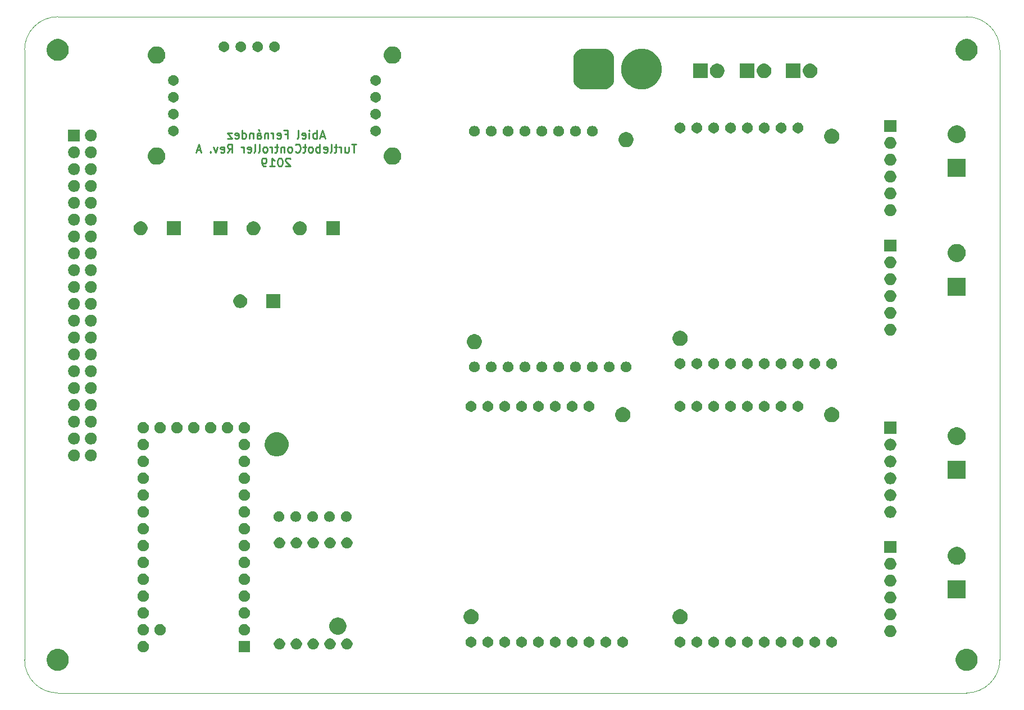
<source format=gbr>
G04 #@! TF.GenerationSoftware,KiCad,Pcbnew,5.1.5*
G04 #@! TF.CreationDate,2020-05-16T06:07:10-05:00*
G04 #@! TF.ProjectId,TurtlebotController,54757274-6c65-4626-9f74-436f6e74726f,rev?*
G04 #@! TF.SameCoordinates,Original*
G04 #@! TF.FileFunction,Soldermask,Bot*
G04 #@! TF.FilePolarity,Negative*
%FSLAX46Y46*%
G04 Gerber Fmt 4.6, Leading zero omitted, Abs format (unit mm)*
G04 Created by KiCad (PCBNEW 5.1.5) date 2020-05-16 06:07:10*
%MOMM*%
%LPD*%
G04 APERTURE LIST*
%ADD10C,0.050000*%
%ADD11C,0.225000*%
%ADD12C,0.150000*%
G04 APERTURE END LIST*
D10*
X70000000Y-133500000D02*
X70000000Y-41500000D01*
X212000000Y-138500000D02*
X75000000Y-138500000D01*
X217000000Y-41500000D02*
X217000000Y-133500000D01*
X75000000Y-36500000D02*
X212000000Y-36500000D01*
X217000000Y-133500000D02*
G75*
G02X212000000Y-138500000I-5000000J0D01*
G01*
X75000000Y-138500000D02*
G75*
G02X70000000Y-133500000I0J5000000D01*
G01*
X212000000Y-36500000D02*
G75*
G02X217000000Y-41500000I0J-5000000D01*
G01*
X70000000Y-41500000D02*
G75*
G02X75000000Y-36500000I5000000J0D01*
G01*
D11*
X115161904Y-54508333D02*
X114566666Y-54508333D01*
X115280952Y-54865476D02*
X114864285Y-53615476D01*
X114447619Y-54865476D01*
X114030952Y-54865476D02*
X114030952Y-53615476D01*
X114030952Y-54091666D02*
X113911904Y-54032142D01*
X113673809Y-54032142D01*
X113554761Y-54091666D01*
X113495238Y-54151190D01*
X113435714Y-54270238D01*
X113435714Y-54627380D01*
X113495238Y-54746428D01*
X113554761Y-54805952D01*
X113673809Y-54865476D01*
X113911904Y-54865476D01*
X114030952Y-54805952D01*
X112900000Y-54865476D02*
X112900000Y-54032142D01*
X112900000Y-53615476D02*
X112959523Y-53675000D01*
X112900000Y-53734523D01*
X112840476Y-53675000D01*
X112900000Y-53615476D01*
X112900000Y-53734523D01*
X111828571Y-54805952D02*
X111947619Y-54865476D01*
X112185714Y-54865476D01*
X112304761Y-54805952D01*
X112364285Y-54686904D01*
X112364285Y-54210714D01*
X112304761Y-54091666D01*
X112185714Y-54032142D01*
X111947619Y-54032142D01*
X111828571Y-54091666D01*
X111769047Y-54210714D01*
X111769047Y-54329761D01*
X112364285Y-54448809D01*
X111054761Y-54865476D02*
X111173809Y-54805952D01*
X111233333Y-54686904D01*
X111233333Y-53615476D01*
X109209523Y-54210714D02*
X109626190Y-54210714D01*
X109626190Y-54865476D02*
X109626190Y-53615476D01*
X109030952Y-53615476D01*
X108078571Y-54805952D02*
X108197619Y-54865476D01*
X108435714Y-54865476D01*
X108554761Y-54805952D01*
X108614285Y-54686904D01*
X108614285Y-54210714D01*
X108554761Y-54091666D01*
X108435714Y-54032142D01*
X108197619Y-54032142D01*
X108078571Y-54091666D01*
X108019047Y-54210714D01*
X108019047Y-54329761D01*
X108614285Y-54448809D01*
X107483333Y-54865476D02*
X107483333Y-54032142D01*
X107483333Y-54270238D02*
X107423809Y-54151190D01*
X107364285Y-54091666D01*
X107245238Y-54032142D01*
X107126190Y-54032142D01*
X106709523Y-54032142D02*
X106709523Y-54865476D01*
X106709523Y-54151190D02*
X106650000Y-54091666D01*
X106530952Y-54032142D01*
X106352380Y-54032142D01*
X106233333Y-54091666D01*
X106173809Y-54210714D01*
X106173809Y-54865476D01*
X105042857Y-54865476D02*
X105042857Y-54210714D01*
X105102380Y-54091666D01*
X105221428Y-54032142D01*
X105459523Y-54032142D01*
X105578571Y-54091666D01*
X105042857Y-54805952D02*
X105161904Y-54865476D01*
X105459523Y-54865476D01*
X105578571Y-54805952D01*
X105638095Y-54686904D01*
X105638095Y-54567857D01*
X105578571Y-54448809D01*
X105459523Y-54389285D01*
X105161904Y-54389285D01*
X105042857Y-54329761D01*
X105221428Y-53555952D02*
X105400000Y-53734523D01*
X104447619Y-54032142D02*
X104447619Y-54865476D01*
X104447619Y-54151190D02*
X104388095Y-54091666D01*
X104269047Y-54032142D01*
X104090476Y-54032142D01*
X103971428Y-54091666D01*
X103911904Y-54210714D01*
X103911904Y-54865476D01*
X102780952Y-54865476D02*
X102780952Y-53615476D01*
X102780952Y-54805952D02*
X102900000Y-54865476D01*
X103138095Y-54865476D01*
X103257142Y-54805952D01*
X103316666Y-54746428D01*
X103376190Y-54627380D01*
X103376190Y-54270238D01*
X103316666Y-54151190D01*
X103257142Y-54091666D01*
X103138095Y-54032142D01*
X102900000Y-54032142D01*
X102780952Y-54091666D01*
X101709523Y-54805952D02*
X101828571Y-54865476D01*
X102066666Y-54865476D01*
X102185714Y-54805952D01*
X102245238Y-54686904D01*
X102245238Y-54210714D01*
X102185714Y-54091666D01*
X102066666Y-54032142D01*
X101828571Y-54032142D01*
X101709523Y-54091666D01*
X101650000Y-54210714D01*
X101650000Y-54329761D01*
X102245238Y-54448809D01*
X101233333Y-54032142D02*
X100578571Y-54032142D01*
X101233333Y-54865476D01*
X100578571Y-54865476D01*
X119983333Y-55715476D02*
X119269047Y-55715476D01*
X119626190Y-56965476D02*
X119626190Y-55715476D01*
X118316666Y-56132142D02*
X118316666Y-56965476D01*
X118852380Y-56132142D02*
X118852380Y-56786904D01*
X118792857Y-56905952D01*
X118673809Y-56965476D01*
X118495238Y-56965476D01*
X118376190Y-56905952D01*
X118316666Y-56846428D01*
X117721428Y-56965476D02*
X117721428Y-56132142D01*
X117721428Y-56370238D02*
X117661904Y-56251190D01*
X117602380Y-56191666D01*
X117483333Y-56132142D01*
X117364285Y-56132142D01*
X117126190Y-56132142D02*
X116650000Y-56132142D01*
X116947619Y-55715476D02*
X116947619Y-56786904D01*
X116888095Y-56905952D01*
X116769047Y-56965476D01*
X116650000Y-56965476D01*
X116054761Y-56965476D02*
X116173809Y-56905952D01*
X116233333Y-56786904D01*
X116233333Y-55715476D01*
X115102380Y-56905952D02*
X115221428Y-56965476D01*
X115459523Y-56965476D01*
X115578571Y-56905952D01*
X115638095Y-56786904D01*
X115638095Y-56310714D01*
X115578571Y-56191666D01*
X115459523Y-56132142D01*
X115221428Y-56132142D01*
X115102380Y-56191666D01*
X115042857Y-56310714D01*
X115042857Y-56429761D01*
X115638095Y-56548809D01*
X114507142Y-56965476D02*
X114507142Y-55715476D01*
X114507142Y-56191666D02*
X114388095Y-56132142D01*
X114150000Y-56132142D01*
X114030952Y-56191666D01*
X113971428Y-56251190D01*
X113911904Y-56370238D01*
X113911904Y-56727380D01*
X113971428Y-56846428D01*
X114030952Y-56905952D01*
X114150000Y-56965476D01*
X114388095Y-56965476D01*
X114507142Y-56905952D01*
X113197619Y-56965476D02*
X113316666Y-56905952D01*
X113376190Y-56846428D01*
X113435714Y-56727380D01*
X113435714Y-56370238D01*
X113376190Y-56251190D01*
X113316666Y-56191666D01*
X113197619Y-56132142D01*
X113019047Y-56132142D01*
X112900000Y-56191666D01*
X112840476Y-56251190D01*
X112780952Y-56370238D01*
X112780952Y-56727380D01*
X112840476Y-56846428D01*
X112900000Y-56905952D01*
X113019047Y-56965476D01*
X113197619Y-56965476D01*
X112423809Y-56132142D02*
X111947619Y-56132142D01*
X112245238Y-55715476D02*
X112245238Y-56786904D01*
X112185714Y-56905952D01*
X112066666Y-56965476D01*
X111947619Y-56965476D01*
X110816666Y-56846428D02*
X110876190Y-56905952D01*
X111054761Y-56965476D01*
X111173809Y-56965476D01*
X111352380Y-56905952D01*
X111471428Y-56786904D01*
X111530952Y-56667857D01*
X111590476Y-56429761D01*
X111590476Y-56251190D01*
X111530952Y-56013095D01*
X111471428Y-55894047D01*
X111352380Y-55775000D01*
X111173809Y-55715476D01*
X111054761Y-55715476D01*
X110876190Y-55775000D01*
X110816666Y-55834523D01*
X110102380Y-56965476D02*
X110221428Y-56905952D01*
X110280952Y-56846428D01*
X110340476Y-56727380D01*
X110340476Y-56370238D01*
X110280952Y-56251190D01*
X110221428Y-56191666D01*
X110102380Y-56132142D01*
X109923809Y-56132142D01*
X109804761Y-56191666D01*
X109745238Y-56251190D01*
X109685714Y-56370238D01*
X109685714Y-56727380D01*
X109745238Y-56846428D01*
X109804761Y-56905952D01*
X109923809Y-56965476D01*
X110102380Y-56965476D01*
X109150000Y-56132142D02*
X109150000Y-56965476D01*
X109150000Y-56251190D02*
X109090476Y-56191666D01*
X108971428Y-56132142D01*
X108792857Y-56132142D01*
X108673809Y-56191666D01*
X108614285Y-56310714D01*
X108614285Y-56965476D01*
X108197619Y-56132142D02*
X107721428Y-56132142D01*
X108019047Y-55715476D02*
X108019047Y-56786904D01*
X107959523Y-56905952D01*
X107840476Y-56965476D01*
X107721428Y-56965476D01*
X107304761Y-56965476D02*
X107304761Y-56132142D01*
X107304761Y-56370238D02*
X107245238Y-56251190D01*
X107185714Y-56191666D01*
X107066666Y-56132142D01*
X106947619Y-56132142D01*
X106352380Y-56965476D02*
X106471428Y-56905952D01*
X106530952Y-56846428D01*
X106590476Y-56727380D01*
X106590476Y-56370238D01*
X106530952Y-56251190D01*
X106471428Y-56191666D01*
X106352380Y-56132142D01*
X106173809Y-56132142D01*
X106054761Y-56191666D01*
X105995238Y-56251190D01*
X105935714Y-56370238D01*
X105935714Y-56727380D01*
X105995238Y-56846428D01*
X106054761Y-56905952D01*
X106173809Y-56965476D01*
X106352380Y-56965476D01*
X105221428Y-56965476D02*
X105340476Y-56905952D01*
X105400000Y-56786904D01*
X105400000Y-55715476D01*
X104566666Y-56965476D02*
X104685714Y-56905952D01*
X104745238Y-56786904D01*
X104745238Y-55715476D01*
X103614285Y-56905952D02*
X103733333Y-56965476D01*
X103971428Y-56965476D01*
X104090476Y-56905952D01*
X104150000Y-56786904D01*
X104150000Y-56310714D01*
X104090476Y-56191666D01*
X103971428Y-56132142D01*
X103733333Y-56132142D01*
X103614285Y-56191666D01*
X103554761Y-56310714D01*
X103554761Y-56429761D01*
X104150000Y-56548809D01*
X103019047Y-56965476D02*
X103019047Y-56132142D01*
X103019047Y-56370238D02*
X102959523Y-56251190D01*
X102900000Y-56191666D01*
X102780952Y-56132142D01*
X102661904Y-56132142D01*
X100578571Y-56965476D02*
X100995238Y-56370238D01*
X101292857Y-56965476D02*
X101292857Y-55715476D01*
X100816666Y-55715476D01*
X100697619Y-55775000D01*
X100638095Y-55834523D01*
X100578571Y-55953571D01*
X100578571Y-56132142D01*
X100638095Y-56251190D01*
X100697619Y-56310714D01*
X100816666Y-56370238D01*
X101292857Y-56370238D01*
X99566666Y-56905952D02*
X99685714Y-56965476D01*
X99923809Y-56965476D01*
X100042857Y-56905952D01*
X100102380Y-56786904D01*
X100102380Y-56310714D01*
X100042857Y-56191666D01*
X99923809Y-56132142D01*
X99685714Y-56132142D01*
X99566666Y-56191666D01*
X99507142Y-56310714D01*
X99507142Y-56429761D01*
X100102380Y-56548809D01*
X99090476Y-56132142D02*
X98792857Y-56965476D01*
X98495238Y-56132142D01*
X98019047Y-56846428D02*
X97959523Y-56905952D01*
X98019047Y-56965476D01*
X98078571Y-56905952D01*
X98019047Y-56846428D01*
X98019047Y-56965476D01*
X96530952Y-56608333D02*
X95935714Y-56608333D01*
X96650000Y-56965476D02*
X96233333Y-55715476D01*
X95816666Y-56965476D01*
X110042857Y-57934523D02*
X109983333Y-57875000D01*
X109864285Y-57815476D01*
X109566666Y-57815476D01*
X109447619Y-57875000D01*
X109388095Y-57934523D01*
X109328571Y-58053571D01*
X109328571Y-58172619D01*
X109388095Y-58351190D01*
X110102380Y-59065476D01*
X109328571Y-59065476D01*
X108554761Y-57815476D02*
X108435714Y-57815476D01*
X108316666Y-57875000D01*
X108257142Y-57934523D01*
X108197619Y-58053571D01*
X108138095Y-58291666D01*
X108138095Y-58589285D01*
X108197619Y-58827380D01*
X108257142Y-58946428D01*
X108316666Y-59005952D01*
X108435714Y-59065476D01*
X108554761Y-59065476D01*
X108673809Y-59005952D01*
X108733333Y-58946428D01*
X108792857Y-58827380D01*
X108852380Y-58589285D01*
X108852380Y-58291666D01*
X108792857Y-58053571D01*
X108733333Y-57934523D01*
X108673809Y-57875000D01*
X108554761Y-57815476D01*
X106947619Y-59065476D02*
X107661904Y-59065476D01*
X107304761Y-59065476D02*
X107304761Y-57815476D01*
X107423809Y-57994047D01*
X107542857Y-58113095D01*
X107661904Y-58172619D01*
X106352380Y-59065476D02*
X106114285Y-59065476D01*
X105995238Y-59005952D01*
X105935714Y-58946428D01*
X105816666Y-58767857D01*
X105757142Y-58529761D01*
X105757142Y-58053571D01*
X105816666Y-57934523D01*
X105876190Y-57875000D01*
X105995238Y-57815476D01*
X106233333Y-57815476D01*
X106352380Y-57875000D01*
X106411904Y-57934523D01*
X106471428Y-58053571D01*
X106471428Y-58351190D01*
X106411904Y-58470238D01*
X106352380Y-58529761D01*
X106233333Y-58589285D01*
X105995238Y-58589285D01*
X105876190Y-58529761D01*
X105816666Y-58470238D01*
X105757142Y-58351190D01*
D12*
G36*
X212289032Y-131874147D02*
G01*
X212481579Y-131912447D01*
X212782042Y-132036903D01*
X213052451Y-132217585D01*
X213282415Y-132447549D01*
X213463097Y-132717958D01*
X213587553Y-133018421D01*
X213651000Y-133337391D01*
X213651000Y-133662609D01*
X213587553Y-133981579D01*
X213463097Y-134282042D01*
X213282415Y-134552451D01*
X213052451Y-134782415D01*
X212782042Y-134963097D01*
X212481579Y-135087553D01*
X212375256Y-135108702D01*
X212162611Y-135151000D01*
X211837389Y-135151000D01*
X211624744Y-135108702D01*
X211518421Y-135087553D01*
X211217958Y-134963097D01*
X210947549Y-134782415D01*
X210717585Y-134552451D01*
X210536903Y-134282042D01*
X210412447Y-133981579D01*
X210349000Y-133662609D01*
X210349000Y-133337391D01*
X210412447Y-133018421D01*
X210536903Y-132717958D01*
X210717585Y-132447549D01*
X210947549Y-132217585D01*
X211217958Y-132036903D01*
X211518421Y-131912447D01*
X211710968Y-131874147D01*
X211837389Y-131849000D01*
X212162611Y-131849000D01*
X212289032Y-131874147D01*
G37*
G36*
X75289032Y-131874147D02*
G01*
X75481579Y-131912447D01*
X75782042Y-132036903D01*
X76052451Y-132217585D01*
X76282415Y-132447549D01*
X76463097Y-132717958D01*
X76587553Y-133018421D01*
X76651000Y-133337391D01*
X76651000Y-133662609D01*
X76587553Y-133981579D01*
X76463097Y-134282042D01*
X76282415Y-134552451D01*
X76052451Y-134782415D01*
X75782042Y-134963097D01*
X75481579Y-135087553D01*
X75375256Y-135108702D01*
X75162611Y-135151000D01*
X74837389Y-135151000D01*
X74624744Y-135108702D01*
X74518421Y-135087553D01*
X74217958Y-134963097D01*
X73947549Y-134782415D01*
X73717585Y-134552451D01*
X73536903Y-134282042D01*
X73412447Y-133981579D01*
X73349000Y-133662609D01*
X73349000Y-133337391D01*
X73412447Y-133018421D01*
X73536903Y-132717958D01*
X73717585Y-132447549D01*
X73947549Y-132217585D01*
X74217958Y-132036903D01*
X74518421Y-131912447D01*
X74710968Y-131874147D01*
X74837389Y-131849000D01*
X75162611Y-131849000D01*
X75289032Y-131874147D01*
G37*
G36*
X103971000Y-132361000D02*
G01*
X102269000Y-132361000D01*
X102269000Y-130659000D01*
X103971000Y-130659000D01*
X103971000Y-132361000D01*
G37*
G36*
X88128228Y-130691703D02*
G01*
X88283100Y-130755853D01*
X88422481Y-130848985D01*
X88541015Y-130967519D01*
X88634147Y-131106900D01*
X88698297Y-131261772D01*
X88731000Y-131426184D01*
X88731000Y-131593816D01*
X88698297Y-131758228D01*
X88634147Y-131913100D01*
X88541015Y-132052481D01*
X88422481Y-132171015D01*
X88283100Y-132264147D01*
X88128228Y-132328297D01*
X87963816Y-132361000D01*
X87796184Y-132361000D01*
X87631772Y-132328297D01*
X87476900Y-132264147D01*
X87337519Y-132171015D01*
X87218985Y-132052481D01*
X87125853Y-131913100D01*
X87061703Y-131758228D01*
X87029000Y-131593816D01*
X87029000Y-131426184D01*
X87061703Y-131261772D01*
X87125853Y-131106900D01*
X87218985Y-130967519D01*
X87337519Y-130848985D01*
X87476900Y-130755853D01*
X87631772Y-130691703D01*
X87796184Y-130659000D01*
X87963816Y-130659000D01*
X88128228Y-130691703D01*
G37*
G36*
X108668228Y-130301703D02*
G01*
X108823100Y-130365853D01*
X108962481Y-130458985D01*
X109081015Y-130577519D01*
X109174147Y-130716900D01*
X109238297Y-130871772D01*
X109271000Y-131036184D01*
X109271000Y-131203816D01*
X109238297Y-131368228D01*
X109174147Y-131523100D01*
X109081015Y-131662481D01*
X108962481Y-131781015D01*
X108823100Y-131874147D01*
X108668228Y-131938297D01*
X108503816Y-131971000D01*
X108336184Y-131971000D01*
X108171772Y-131938297D01*
X108016900Y-131874147D01*
X107877519Y-131781015D01*
X107758985Y-131662481D01*
X107665853Y-131523100D01*
X107601703Y-131368228D01*
X107569000Y-131203816D01*
X107569000Y-131036184D01*
X107601703Y-130871772D01*
X107665853Y-130716900D01*
X107758985Y-130577519D01*
X107877519Y-130458985D01*
X108016900Y-130365853D01*
X108171772Y-130301703D01*
X108336184Y-130269000D01*
X108503816Y-130269000D01*
X108668228Y-130301703D01*
G37*
G36*
X111208228Y-130301703D02*
G01*
X111363100Y-130365853D01*
X111502481Y-130458985D01*
X111621015Y-130577519D01*
X111714147Y-130716900D01*
X111778297Y-130871772D01*
X111811000Y-131036184D01*
X111811000Y-131203816D01*
X111778297Y-131368228D01*
X111714147Y-131523100D01*
X111621015Y-131662481D01*
X111502481Y-131781015D01*
X111363100Y-131874147D01*
X111208228Y-131938297D01*
X111043816Y-131971000D01*
X110876184Y-131971000D01*
X110711772Y-131938297D01*
X110556900Y-131874147D01*
X110417519Y-131781015D01*
X110298985Y-131662481D01*
X110205853Y-131523100D01*
X110141703Y-131368228D01*
X110109000Y-131203816D01*
X110109000Y-131036184D01*
X110141703Y-130871772D01*
X110205853Y-130716900D01*
X110298985Y-130577519D01*
X110417519Y-130458985D01*
X110556900Y-130365853D01*
X110711772Y-130301703D01*
X110876184Y-130269000D01*
X111043816Y-130269000D01*
X111208228Y-130301703D01*
G37*
G36*
X113748228Y-130301703D02*
G01*
X113903100Y-130365853D01*
X114042481Y-130458985D01*
X114161015Y-130577519D01*
X114254147Y-130716900D01*
X114318297Y-130871772D01*
X114351000Y-131036184D01*
X114351000Y-131203816D01*
X114318297Y-131368228D01*
X114254147Y-131523100D01*
X114161015Y-131662481D01*
X114042481Y-131781015D01*
X113903100Y-131874147D01*
X113748228Y-131938297D01*
X113583816Y-131971000D01*
X113416184Y-131971000D01*
X113251772Y-131938297D01*
X113096900Y-131874147D01*
X112957519Y-131781015D01*
X112838985Y-131662481D01*
X112745853Y-131523100D01*
X112681703Y-131368228D01*
X112649000Y-131203816D01*
X112649000Y-131036184D01*
X112681703Y-130871772D01*
X112745853Y-130716900D01*
X112838985Y-130577519D01*
X112957519Y-130458985D01*
X113096900Y-130365853D01*
X113251772Y-130301703D01*
X113416184Y-130269000D01*
X113583816Y-130269000D01*
X113748228Y-130301703D01*
G37*
G36*
X116288228Y-130301703D02*
G01*
X116443100Y-130365853D01*
X116582481Y-130458985D01*
X116701015Y-130577519D01*
X116794147Y-130716900D01*
X116858297Y-130871772D01*
X116891000Y-131036184D01*
X116891000Y-131203816D01*
X116858297Y-131368228D01*
X116794147Y-131523100D01*
X116701015Y-131662481D01*
X116582481Y-131781015D01*
X116443100Y-131874147D01*
X116288228Y-131938297D01*
X116123816Y-131971000D01*
X115956184Y-131971000D01*
X115791772Y-131938297D01*
X115636900Y-131874147D01*
X115497519Y-131781015D01*
X115378985Y-131662481D01*
X115285853Y-131523100D01*
X115221703Y-131368228D01*
X115189000Y-131203816D01*
X115189000Y-131036184D01*
X115221703Y-130871772D01*
X115285853Y-130716900D01*
X115378985Y-130577519D01*
X115497519Y-130458985D01*
X115636900Y-130365853D01*
X115791772Y-130301703D01*
X115956184Y-130269000D01*
X116123816Y-130269000D01*
X116288228Y-130301703D01*
G37*
G36*
X118828228Y-130301703D02*
G01*
X118983100Y-130365853D01*
X119122481Y-130458985D01*
X119241015Y-130577519D01*
X119334147Y-130716900D01*
X119398297Y-130871772D01*
X119431000Y-131036184D01*
X119431000Y-131203816D01*
X119398297Y-131368228D01*
X119334147Y-131523100D01*
X119241015Y-131662481D01*
X119122481Y-131781015D01*
X118983100Y-131874147D01*
X118828228Y-131938297D01*
X118663816Y-131971000D01*
X118496184Y-131971000D01*
X118331772Y-131938297D01*
X118176900Y-131874147D01*
X118037519Y-131781015D01*
X117918985Y-131662481D01*
X117825853Y-131523100D01*
X117761703Y-131368228D01*
X117729000Y-131203816D01*
X117729000Y-131036184D01*
X117761703Y-130871772D01*
X117825853Y-130716900D01*
X117918985Y-130577519D01*
X118037519Y-130458985D01*
X118176900Y-130365853D01*
X118331772Y-130301703D01*
X118496184Y-130269000D01*
X118663816Y-130269000D01*
X118828228Y-130301703D01*
G37*
G36*
X181737142Y-130048242D02*
G01*
X181885101Y-130109529D01*
X182018255Y-130198499D01*
X182131501Y-130311745D01*
X182220471Y-130444899D01*
X182281758Y-130592858D01*
X182313000Y-130749925D01*
X182313000Y-130910075D01*
X182281758Y-131067142D01*
X182220471Y-131215101D01*
X182131501Y-131348255D01*
X182018255Y-131461501D01*
X181885101Y-131550471D01*
X181737142Y-131611758D01*
X181580075Y-131643000D01*
X181419925Y-131643000D01*
X181262858Y-131611758D01*
X181114899Y-131550471D01*
X180981745Y-131461501D01*
X180868499Y-131348255D01*
X180779529Y-131215101D01*
X180718242Y-131067142D01*
X180687000Y-130910075D01*
X180687000Y-130749925D01*
X180718242Y-130592858D01*
X180779529Y-130444899D01*
X180868499Y-130311745D01*
X180981745Y-130198499D01*
X181114899Y-130109529D01*
X181262858Y-130048242D01*
X181419925Y-130017000D01*
X181580075Y-130017000D01*
X181737142Y-130048242D01*
G37*
G36*
X160397142Y-130048242D02*
G01*
X160545101Y-130109529D01*
X160678255Y-130198499D01*
X160791501Y-130311745D01*
X160880471Y-130444899D01*
X160941758Y-130592858D01*
X160973000Y-130749925D01*
X160973000Y-130910075D01*
X160941758Y-131067142D01*
X160880471Y-131215101D01*
X160791501Y-131348255D01*
X160678255Y-131461501D01*
X160545101Y-131550471D01*
X160397142Y-131611758D01*
X160240075Y-131643000D01*
X160079925Y-131643000D01*
X159922858Y-131611758D01*
X159774899Y-131550471D01*
X159641745Y-131461501D01*
X159528499Y-131348255D01*
X159439529Y-131215101D01*
X159378242Y-131067142D01*
X159347000Y-130910075D01*
X159347000Y-130749925D01*
X159378242Y-130592858D01*
X159439529Y-130444899D01*
X159528499Y-130311745D01*
X159641745Y-130198499D01*
X159774899Y-130109529D01*
X159922858Y-130048242D01*
X160079925Y-130017000D01*
X160240075Y-130017000D01*
X160397142Y-130048242D01*
G37*
G36*
X157857142Y-130048242D02*
G01*
X158005101Y-130109529D01*
X158138255Y-130198499D01*
X158251501Y-130311745D01*
X158340471Y-130444899D01*
X158401758Y-130592858D01*
X158433000Y-130749925D01*
X158433000Y-130910075D01*
X158401758Y-131067142D01*
X158340471Y-131215101D01*
X158251501Y-131348255D01*
X158138255Y-131461501D01*
X158005101Y-131550471D01*
X157857142Y-131611758D01*
X157700075Y-131643000D01*
X157539925Y-131643000D01*
X157382858Y-131611758D01*
X157234899Y-131550471D01*
X157101745Y-131461501D01*
X156988499Y-131348255D01*
X156899529Y-131215101D01*
X156838242Y-131067142D01*
X156807000Y-130910075D01*
X156807000Y-130749925D01*
X156838242Y-130592858D01*
X156899529Y-130444899D01*
X156988499Y-130311745D01*
X157101745Y-130198499D01*
X157234899Y-130109529D01*
X157382858Y-130048242D01*
X157539925Y-130017000D01*
X157700075Y-130017000D01*
X157857142Y-130048242D01*
G37*
G36*
X155317142Y-130048242D02*
G01*
X155465101Y-130109529D01*
X155598255Y-130198499D01*
X155711501Y-130311745D01*
X155800471Y-130444899D01*
X155861758Y-130592858D01*
X155893000Y-130749925D01*
X155893000Y-130910075D01*
X155861758Y-131067142D01*
X155800471Y-131215101D01*
X155711501Y-131348255D01*
X155598255Y-131461501D01*
X155465101Y-131550471D01*
X155317142Y-131611758D01*
X155160075Y-131643000D01*
X154999925Y-131643000D01*
X154842858Y-131611758D01*
X154694899Y-131550471D01*
X154561745Y-131461501D01*
X154448499Y-131348255D01*
X154359529Y-131215101D01*
X154298242Y-131067142D01*
X154267000Y-130910075D01*
X154267000Y-130749925D01*
X154298242Y-130592858D01*
X154359529Y-130444899D01*
X154448499Y-130311745D01*
X154561745Y-130198499D01*
X154694899Y-130109529D01*
X154842858Y-130048242D01*
X154999925Y-130017000D01*
X155160075Y-130017000D01*
X155317142Y-130048242D01*
G37*
G36*
X152777142Y-130048242D02*
G01*
X152925101Y-130109529D01*
X153058255Y-130198499D01*
X153171501Y-130311745D01*
X153260471Y-130444899D01*
X153321758Y-130592858D01*
X153353000Y-130749925D01*
X153353000Y-130910075D01*
X153321758Y-131067142D01*
X153260471Y-131215101D01*
X153171501Y-131348255D01*
X153058255Y-131461501D01*
X152925101Y-131550471D01*
X152777142Y-131611758D01*
X152620075Y-131643000D01*
X152459925Y-131643000D01*
X152302858Y-131611758D01*
X152154899Y-131550471D01*
X152021745Y-131461501D01*
X151908499Y-131348255D01*
X151819529Y-131215101D01*
X151758242Y-131067142D01*
X151727000Y-130910075D01*
X151727000Y-130749925D01*
X151758242Y-130592858D01*
X151819529Y-130444899D01*
X151908499Y-130311745D01*
X152021745Y-130198499D01*
X152154899Y-130109529D01*
X152302858Y-130048242D01*
X152459925Y-130017000D01*
X152620075Y-130017000D01*
X152777142Y-130048242D01*
G37*
G36*
X150237142Y-130048242D02*
G01*
X150385101Y-130109529D01*
X150518255Y-130198499D01*
X150631501Y-130311745D01*
X150720471Y-130444899D01*
X150781758Y-130592858D01*
X150813000Y-130749925D01*
X150813000Y-130910075D01*
X150781758Y-131067142D01*
X150720471Y-131215101D01*
X150631501Y-131348255D01*
X150518255Y-131461501D01*
X150385101Y-131550471D01*
X150237142Y-131611758D01*
X150080075Y-131643000D01*
X149919925Y-131643000D01*
X149762858Y-131611758D01*
X149614899Y-131550471D01*
X149481745Y-131461501D01*
X149368499Y-131348255D01*
X149279529Y-131215101D01*
X149218242Y-131067142D01*
X149187000Y-130910075D01*
X149187000Y-130749925D01*
X149218242Y-130592858D01*
X149279529Y-130444899D01*
X149368499Y-130311745D01*
X149481745Y-130198499D01*
X149614899Y-130109529D01*
X149762858Y-130048242D01*
X149919925Y-130017000D01*
X150080075Y-130017000D01*
X150237142Y-130048242D01*
G37*
G36*
X184277142Y-130048242D02*
G01*
X184425101Y-130109529D01*
X184558255Y-130198499D01*
X184671501Y-130311745D01*
X184760471Y-130444899D01*
X184821758Y-130592858D01*
X184853000Y-130749925D01*
X184853000Y-130910075D01*
X184821758Y-131067142D01*
X184760471Y-131215101D01*
X184671501Y-131348255D01*
X184558255Y-131461501D01*
X184425101Y-131550471D01*
X184277142Y-131611758D01*
X184120075Y-131643000D01*
X183959925Y-131643000D01*
X183802858Y-131611758D01*
X183654899Y-131550471D01*
X183521745Y-131461501D01*
X183408499Y-131348255D01*
X183319529Y-131215101D01*
X183258242Y-131067142D01*
X183227000Y-130910075D01*
X183227000Y-130749925D01*
X183258242Y-130592858D01*
X183319529Y-130444899D01*
X183408499Y-130311745D01*
X183521745Y-130198499D01*
X183654899Y-130109529D01*
X183802858Y-130048242D01*
X183959925Y-130017000D01*
X184120075Y-130017000D01*
X184277142Y-130048242D01*
G37*
G36*
X145157142Y-130048242D02*
G01*
X145305101Y-130109529D01*
X145438255Y-130198499D01*
X145551501Y-130311745D01*
X145640471Y-130444899D01*
X145701758Y-130592858D01*
X145733000Y-130749925D01*
X145733000Y-130910075D01*
X145701758Y-131067142D01*
X145640471Y-131215101D01*
X145551501Y-131348255D01*
X145438255Y-131461501D01*
X145305101Y-131550471D01*
X145157142Y-131611758D01*
X145000075Y-131643000D01*
X144839925Y-131643000D01*
X144682858Y-131611758D01*
X144534899Y-131550471D01*
X144401745Y-131461501D01*
X144288499Y-131348255D01*
X144199529Y-131215101D01*
X144138242Y-131067142D01*
X144107000Y-130910075D01*
X144107000Y-130749925D01*
X144138242Y-130592858D01*
X144199529Y-130444899D01*
X144288499Y-130311745D01*
X144401745Y-130198499D01*
X144534899Y-130109529D01*
X144682858Y-130048242D01*
X144839925Y-130017000D01*
X145000075Y-130017000D01*
X145157142Y-130048242D01*
G37*
G36*
X142617142Y-130048242D02*
G01*
X142765101Y-130109529D01*
X142898255Y-130198499D01*
X143011501Y-130311745D01*
X143100471Y-130444899D01*
X143161758Y-130592858D01*
X143193000Y-130749925D01*
X143193000Y-130910075D01*
X143161758Y-131067142D01*
X143100471Y-131215101D01*
X143011501Y-131348255D01*
X142898255Y-131461501D01*
X142765101Y-131550471D01*
X142617142Y-131611758D01*
X142460075Y-131643000D01*
X142299925Y-131643000D01*
X142142858Y-131611758D01*
X141994899Y-131550471D01*
X141861745Y-131461501D01*
X141748499Y-131348255D01*
X141659529Y-131215101D01*
X141598242Y-131067142D01*
X141567000Y-130910075D01*
X141567000Y-130749925D01*
X141598242Y-130592858D01*
X141659529Y-130444899D01*
X141748499Y-130311745D01*
X141861745Y-130198499D01*
X141994899Y-130109529D01*
X142142858Y-130048242D01*
X142299925Y-130017000D01*
X142460075Y-130017000D01*
X142617142Y-130048242D01*
G37*
G36*
X191897142Y-130048242D02*
G01*
X192045101Y-130109529D01*
X192178255Y-130198499D01*
X192291501Y-130311745D01*
X192380471Y-130444899D01*
X192441758Y-130592858D01*
X192473000Y-130749925D01*
X192473000Y-130910075D01*
X192441758Y-131067142D01*
X192380471Y-131215101D01*
X192291501Y-131348255D01*
X192178255Y-131461501D01*
X192045101Y-131550471D01*
X191897142Y-131611758D01*
X191740075Y-131643000D01*
X191579925Y-131643000D01*
X191422858Y-131611758D01*
X191274899Y-131550471D01*
X191141745Y-131461501D01*
X191028499Y-131348255D01*
X190939529Y-131215101D01*
X190878242Y-131067142D01*
X190847000Y-130910075D01*
X190847000Y-130749925D01*
X190878242Y-130592858D01*
X190939529Y-130444899D01*
X191028499Y-130311745D01*
X191141745Y-130198499D01*
X191274899Y-130109529D01*
X191422858Y-130048242D01*
X191579925Y-130017000D01*
X191740075Y-130017000D01*
X191897142Y-130048242D01*
G37*
G36*
X189357142Y-130048242D02*
G01*
X189505101Y-130109529D01*
X189638255Y-130198499D01*
X189751501Y-130311745D01*
X189840471Y-130444899D01*
X189901758Y-130592858D01*
X189933000Y-130749925D01*
X189933000Y-130910075D01*
X189901758Y-131067142D01*
X189840471Y-131215101D01*
X189751501Y-131348255D01*
X189638255Y-131461501D01*
X189505101Y-131550471D01*
X189357142Y-131611758D01*
X189200075Y-131643000D01*
X189039925Y-131643000D01*
X188882858Y-131611758D01*
X188734899Y-131550471D01*
X188601745Y-131461501D01*
X188488499Y-131348255D01*
X188399529Y-131215101D01*
X188338242Y-131067142D01*
X188307000Y-130910075D01*
X188307000Y-130749925D01*
X188338242Y-130592858D01*
X188399529Y-130444899D01*
X188488499Y-130311745D01*
X188601745Y-130198499D01*
X188734899Y-130109529D01*
X188882858Y-130048242D01*
X189039925Y-130017000D01*
X189200075Y-130017000D01*
X189357142Y-130048242D01*
G37*
G36*
X186817142Y-130048242D02*
G01*
X186965101Y-130109529D01*
X187098255Y-130198499D01*
X187211501Y-130311745D01*
X187300471Y-130444899D01*
X187361758Y-130592858D01*
X187393000Y-130749925D01*
X187393000Y-130910075D01*
X187361758Y-131067142D01*
X187300471Y-131215101D01*
X187211501Y-131348255D01*
X187098255Y-131461501D01*
X186965101Y-131550471D01*
X186817142Y-131611758D01*
X186660075Y-131643000D01*
X186499925Y-131643000D01*
X186342858Y-131611758D01*
X186194899Y-131550471D01*
X186061745Y-131461501D01*
X185948499Y-131348255D01*
X185859529Y-131215101D01*
X185798242Y-131067142D01*
X185767000Y-130910075D01*
X185767000Y-130749925D01*
X185798242Y-130592858D01*
X185859529Y-130444899D01*
X185948499Y-130311745D01*
X186061745Y-130198499D01*
X186194899Y-130109529D01*
X186342858Y-130048242D01*
X186499925Y-130017000D01*
X186660075Y-130017000D01*
X186817142Y-130048242D01*
G37*
G36*
X179197142Y-130048242D02*
G01*
X179345101Y-130109529D01*
X179478255Y-130198499D01*
X179591501Y-130311745D01*
X179680471Y-130444899D01*
X179741758Y-130592858D01*
X179773000Y-130749925D01*
X179773000Y-130910075D01*
X179741758Y-131067142D01*
X179680471Y-131215101D01*
X179591501Y-131348255D01*
X179478255Y-131461501D01*
X179345101Y-131550471D01*
X179197142Y-131611758D01*
X179040075Y-131643000D01*
X178879925Y-131643000D01*
X178722858Y-131611758D01*
X178574899Y-131550471D01*
X178441745Y-131461501D01*
X178328499Y-131348255D01*
X178239529Y-131215101D01*
X178178242Y-131067142D01*
X178147000Y-130910075D01*
X178147000Y-130749925D01*
X178178242Y-130592858D01*
X178239529Y-130444899D01*
X178328499Y-130311745D01*
X178441745Y-130198499D01*
X178574899Y-130109529D01*
X178722858Y-130048242D01*
X178879925Y-130017000D01*
X179040075Y-130017000D01*
X179197142Y-130048242D01*
G37*
G36*
X176657142Y-130048242D02*
G01*
X176805101Y-130109529D01*
X176938255Y-130198499D01*
X177051501Y-130311745D01*
X177140471Y-130444899D01*
X177201758Y-130592858D01*
X177233000Y-130749925D01*
X177233000Y-130910075D01*
X177201758Y-131067142D01*
X177140471Y-131215101D01*
X177051501Y-131348255D01*
X176938255Y-131461501D01*
X176805101Y-131550471D01*
X176657142Y-131611758D01*
X176500075Y-131643000D01*
X176339925Y-131643000D01*
X176182858Y-131611758D01*
X176034899Y-131550471D01*
X175901745Y-131461501D01*
X175788499Y-131348255D01*
X175699529Y-131215101D01*
X175638242Y-131067142D01*
X175607000Y-130910075D01*
X175607000Y-130749925D01*
X175638242Y-130592858D01*
X175699529Y-130444899D01*
X175788499Y-130311745D01*
X175901745Y-130198499D01*
X176034899Y-130109529D01*
X176182858Y-130048242D01*
X176339925Y-130017000D01*
X176500075Y-130017000D01*
X176657142Y-130048242D01*
G37*
G36*
X174117142Y-130048242D02*
G01*
X174265101Y-130109529D01*
X174398255Y-130198499D01*
X174511501Y-130311745D01*
X174600471Y-130444899D01*
X174661758Y-130592858D01*
X174693000Y-130749925D01*
X174693000Y-130910075D01*
X174661758Y-131067142D01*
X174600471Y-131215101D01*
X174511501Y-131348255D01*
X174398255Y-131461501D01*
X174265101Y-131550471D01*
X174117142Y-131611758D01*
X173960075Y-131643000D01*
X173799925Y-131643000D01*
X173642858Y-131611758D01*
X173494899Y-131550471D01*
X173361745Y-131461501D01*
X173248499Y-131348255D01*
X173159529Y-131215101D01*
X173098242Y-131067142D01*
X173067000Y-130910075D01*
X173067000Y-130749925D01*
X173098242Y-130592858D01*
X173159529Y-130444899D01*
X173248499Y-130311745D01*
X173361745Y-130198499D01*
X173494899Y-130109529D01*
X173642858Y-130048242D01*
X173799925Y-130017000D01*
X173960075Y-130017000D01*
X174117142Y-130048242D01*
G37*
G36*
X171577142Y-130048242D02*
G01*
X171725101Y-130109529D01*
X171858255Y-130198499D01*
X171971501Y-130311745D01*
X172060471Y-130444899D01*
X172121758Y-130592858D01*
X172153000Y-130749925D01*
X172153000Y-130910075D01*
X172121758Y-131067142D01*
X172060471Y-131215101D01*
X171971501Y-131348255D01*
X171858255Y-131461501D01*
X171725101Y-131550471D01*
X171577142Y-131611758D01*
X171420075Y-131643000D01*
X171259925Y-131643000D01*
X171102858Y-131611758D01*
X170954899Y-131550471D01*
X170821745Y-131461501D01*
X170708499Y-131348255D01*
X170619529Y-131215101D01*
X170558242Y-131067142D01*
X170527000Y-130910075D01*
X170527000Y-130749925D01*
X170558242Y-130592858D01*
X170619529Y-130444899D01*
X170708499Y-130311745D01*
X170821745Y-130198499D01*
X170954899Y-130109529D01*
X171102858Y-130048242D01*
X171259925Y-130017000D01*
X171420075Y-130017000D01*
X171577142Y-130048242D01*
G37*
G36*
X169037142Y-130048242D02*
G01*
X169185101Y-130109529D01*
X169318255Y-130198499D01*
X169431501Y-130311745D01*
X169520471Y-130444899D01*
X169581758Y-130592858D01*
X169613000Y-130749925D01*
X169613000Y-130910075D01*
X169581758Y-131067142D01*
X169520471Y-131215101D01*
X169431501Y-131348255D01*
X169318255Y-131461501D01*
X169185101Y-131550471D01*
X169037142Y-131611758D01*
X168880075Y-131643000D01*
X168719925Y-131643000D01*
X168562858Y-131611758D01*
X168414899Y-131550471D01*
X168281745Y-131461501D01*
X168168499Y-131348255D01*
X168079529Y-131215101D01*
X168018242Y-131067142D01*
X167987000Y-130910075D01*
X167987000Y-130749925D01*
X168018242Y-130592858D01*
X168079529Y-130444899D01*
X168168499Y-130311745D01*
X168281745Y-130198499D01*
X168414899Y-130109529D01*
X168562858Y-130048242D01*
X168719925Y-130017000D01*
X168880075Y-130017000D01*
X169037142Y-130048242D01*
G37*
G36*
X137537142Y-130048242D02*
G01*
X137685101Y-130109529D01*
X137818255Y-130198499D01*
X137931501Y-130311745D01*
X138020471Y-130444899D01*
X138081758Y-130592858D01*
X138113000Y-130749925D01*
X138113000Y-130910075D01*
X138081758Y-131067142D01*
X138020471Y-131215101D01*
X137931501Y-131348255D01*
X137818255Y-131461501D01*
X137685101Y-131550471D01*
X137537142Y-131611758D01*
X137380075Y-131643000D01*
X137219925Y-131643000D01*
X137062858Y-131611758D01*
X136914899Y-131550471D01*
X136781745Y-131461501D01*
X136668499Y-131348255D01*
X136579529Y-131215101D01*
X136518242Y-131067142D01*
X136487000Y-130910075D01*
X136487000Y-130749925D01*
X136518242Y-130592858D01*
X136579529Y-130444899D01*
X136668499Y-130311745D01*
X136781745Y-130198499D01*
X136914899Y-130109529D01*
X137062858Y-130048242D01*
X137219925Y-130017000D01*
X137380075Y-130017000D01*
X137537142Y-130048242D01*
G37*
G36*
X147697142Y-130048242D02*
G01*
X147845101Y-130109529D01*
X147978255Y-130198499D01*
X148091501Y-130311745D01*
X148180471Y-130444899D01*
X148241758Y-130592858D01*
X148273000Y-130749925D01*
X148273000Y-130910075D01*
X148241758Y-131067142D01*
X148180471Y-131215101D01*
X148091501Y-131348255D01*
X147978255Y-131461501D01*
X147845101Y-131550471D01*
X147697142Y-131611758D01*
X147540075Y-131643000D01*
X147379925Y-131643000D01*
X147222858Y-131611758D01*
X147074899Y-131550471D01*
X146941745Y-131461501D01*
X146828499Y-131348255D01*
X146739529Y-131215101D01*
X146678242Y-131067142D01*
X146647000Y-130910075D01*
X146647000Y-130749925D01*
X146678242Y-130592858D01*
X146739529Y-130444899D01*
X146828499Y-130311745D01*
X146941745Y-130198499D01*
X147074899Y-130109529D01*
X147222858Y-130048242D01*
X147379925Y-130017000D01*
X147540075Y-130017000D01*
X147697142Y-130048242D01*
G37*
G36*
X140077142Y-130048242D02*
G01*
X140225101Y-130109529D01*
X140358255Y-130198499D01*
X140471501Y-130311745D01*
X140560471Y-130444899D01*
X140621758Y-130592858D01*
X140653000Y-130749925D01*
X140653000Y-130910075D01*
X140621758Y-131067142D01*
X140560471Y-131215101D01*
X140471501Y-131348255D01*
X140358255Y-131461501D01*
X140225101Y-131550471D01*
X140077142Y-131611758D01*
X139920075Y-131643000D01*
X139759925Y-131643000D01*
X139602858Y-131611758D01*
X139454899Y-131550471D01*
X139321745Y-131461501D01*
X139208499Y-131348255D01*
X139119529Y-131215101D01*
X139058242Y-131067142D01*
X139027000Y-130910075D01*
X139027000Y-130749925D01*
X139058242Y-130592858D01*
X139119529Y-130444899D01*
X139208499Y-130311745D01*
X139321745Y-130198499D01*
X139454899Y-130109529D01*
X139602858Y-130048242D01*
X139759925Y-130017000D01*
X139920075Y-130017000D01*
X140077142Y-130048242D01*
G37*
G36*
X200613512Y-128303927D02*
G01*
X200762812Y-128333624D01*
X200926784Y-128401544D01*
X201074354Y-128500147D01*
X201199853Y-128625646D01*
X201298456Y-128773216D01*
X201366376Y-128937188D01*
X201401000Y-129111259D01*
X201401000Y-129288741D01*
X201366376Y-129462812D01*
X201298456Y-129626784D01*
X201199853Y-129774354D01*
X201074354Y-129899853D01*
X200926784Y-129998456D01*
X200762812Y-130066376D01*
X200613512Y-130096073D01*
X200588742Y-130101000D01*
X200411258Y-130101000D01*
X200386488Y-130096073D01*
X200237188Y-130066376D01*
X200073216Y-129998456D01*
X199925646Y-129899853D01*
X199800147Y-129774354D01*
X199701544Y-129626784D01*
X199633624Y-129462812D01*
X199599000Y-129288741D01*
X199599000Y-129111259D01*
X199633624Y-128937188D01*
X199701544Y-128773216D01*
X199800147Y-128625646D01*
X199925646Y-128500147D01*
X200073216Y-128401544D01*
X200237188Y-128333624D01*
X200386488Y-128303927D01*
X200411258Y-128299000D01*
X200588742Y-128299000D01*
X200613512Y-128303927D01*
G37*
G36*
X103368228Y-128151703D02*
G01*
X103523100Y-128215853D01*
X103662481Y-128308985D01*
X103781015Y-128427519D01*
X103874147Y-128566900D01*
X103938297Y-128721772D01*
X103971000Y-128886184D01*
X103971000Y-129053816D01*
X103938297Y-129218228D01*
X103874147Y-129373100D01*
X103781015Y-129512481D01*
X103662481Y-129631015D01*
X103523100Y-129724147D01*
X103368228Y-129788297D01*
X103203816Y-129821000D01*
X103036184Y-129821000D01*
X102871772Y-129788297D01*
X102716900Y-129724147D01*
X102577519Y-129631015D01*
X102458985Y-129512481D01*
X102365853Y-129373100D01*
X102301703Y-129218228D01*
X102269000Y-129053816D01*
X102269000Y-128886184D01*
X102301703Y-128721772D01*
X102365853Y-128566900D01*
X102458985Y-128427519D01*
X102577519Y-128308985D01*
X102716900Y-128215853D01*
X102871772Y-128151703D01*
X103036184Y-128119000D01*
X103203816Y-128119000D01*
X103368228Y-128151703D01*
G37*
G36*
X90668228Y-128151703D02*
G01*
X90823100Y-128215853D01*
X90962481Y-128308985D01*
X91081015Y-128427519D01*
X91174147Y-128566900D01*
X91238297Y-128721772D01*
X91271000Y-128886184D01*
X91271000Y-129053816D01*
X91238297Y-129218228D01*
X91174147Y-129373100D01*
X91081015Y-129512481D01*
X90962481Y-129631015D01*
X90823100Y-129724147D01*
X90668228Y-129788297D01*
X90503816Y-129821000D01*
X90336184Y-129821000D01*
X90171772Y-129788297D01*
X90016900Y-129724147D01*
X89877519Y-129631015D01*
X89758985Y-129512481D01*
X89665853Y-129373100D01*
X89601703Y-129218228D01*
X89569000Y-129053816D01*
X89569000Y-128886184D01*
X89601703Y-128721772D01*
X89665853Y-128566900D01*
X89758985Y-128427519D01*
X89877519Y-128308985D01*
X90016900Y-128215853D01*
X90171772Y-128151703D01*
X90336184Y-128119000D01*
X90503816Y-128119000D01*
X90668228Y-128151703D01*
G37*
G36*
X88128228Y-128151703D02*
G01*
X88283100Y-128215853D01*
X88422481Y-128308985D01*
X88541015Y-128427519D01*
X88634147Y-128566900D01*
X88698297Y-128721772D01*
X88731000Y-128886184D01*
X88731000Y-129053816D01*
X88698297Y-129218228D01*
X88634147Y-129373100D01*
X88541015Y-129512481D01*
X88422481Y-129631015D01*
X88283100Y-129724147D01*
X88128228Y-129788297D01*
X87963816Y-129821000D01*
X87796184Y-129821000D01*
X87631772Y-129788297D01*
X87476900Y-129724147D01*
X87337519Y-129631015D01*
X87218985Y-129512481D01*
X87125853Y-129373100D01*
X87061703Y-129218228D01*
X87029000Y-129053816D01*
X87029000Y-128886184D01*
X87061703Y-128721772D01*
X87125853Y-128566900D01*
X87218985Y-128427519D01*
X87337519Y-128308985D01*
X87476900Y-128215853D01*
X87631772Y-128151703D01*
X87796184Y-128119000D01*
X87963816Y-128119000D01*
X88128228Y-128151703D01*
G37*
G36*
X117609487Y-127158996D02*
G01*
X117846253Y-127257068D01*
X117846255Y-127257069D01*
X118059339Y-127399447D01*
X118240553Y-127580661D01*
X118351928Y-127747345D01*
X118382932Y-127793747D01*
X118481004Y-128030513D01*
X118531000Y-128281861D01*
X118531000Y-128538139D01*
X118481004Y-128789487D01*
X118382932Y-129026253D01*
X118382931Y-129026255D01*
X118240553Y-129239339D01*
X118059339Y-129420553D01*
X117846255Y-129562931D01*
X117846254Y-129562932D01*
X117846253Y-129562932D01*
X117609487Y-129661004D01*
X117358139Y-129711000D01*
X117101861Y-129711000D01*
X116850513Y-129661004D01*
X116613747Y-129562932D01*
X116613746Y-129562932D01*
X116613745Y-129562931D01*
X116400661Y-129420553D01*
X116219447Y-129239339D01*
X116077069Y-129026255D01*
X116077068Y-129026253D01*
X115978996Y-128789487D01*
X115929000Y-128538139D01*
X115929000Y-128281861D01*
X115978996Y-128030513D01*
X116077068Y-127793747D01*
X116108073Y-127747345D01*
X116219447Y-127580661D01*
X116400661Y-127399447D01*
X116613745Y-127257069D01*
X116613747Y-127257068D01*
X116850513Y-127158996D01*
X117101861Y-127109000D01*
X117358139Y-127109000D01*
X117609487Y-127158996D01*
G37*
G36*
X137632817Y-125922847D02*
G01*
X137840465Y-126008858D01*
X138027345Y-126133727D01*
X138186273Y-126292655D01*
X138311142Y-126479535D01*
X138397153Y-126687183D01*
X138441000Y-126907620D01*
X138441000Y-127132380D01*
X138397153Y-127352817D01*
X138311142Y-127560465D01*
X138186273Y-127747345D01*
X138027345Y-127906273D01*
X137840465Y-128031142D01*
X137632817Y-128117153D01*
X137412380Y-128161000D01*
X137187620Y-128161000D01*
X136967183Y-128117153D01*
X136759535Y-128031142D01*
X136572655Y-127906273D01*
X136413727Y-127747345D01*
X136288858Y-127560465D01*
X136202847Y-127352817D01*
X136159000Y-127132380D01*
X136159000Y-126907620D01*
X136202847Y-126687183D01*
X136288858Y-126479535D01*
X136413727Y-126292655D01*
X136572655Y-126133727D01*
X136759535Y-126008858D01*
X136967183Y-125922847D01*
X137187620Y-125879000D01*
X137412380Y-125879000D01*
X137632817Y-125922847D01*
G37*
G36*
X169132817Y-125922847D02*
G01*
X169340465Y-126008858D01*
X169527345Y-126133727D01*
X169686273Y-126292655D01*
X169811142Y-126479535D01*
X169897153Y-126687183D01*
X169941000Y-126907620D01*
X169941000Y-127132380D01*
X169897153Y-127352817D01*
X169811142Y-127560465D01*
X169686273Y-127747345D01*
X169527345Y-127906273D01*
X169340465Y-128031142D01*
X169132817Y-128117153D01*
X168912380Y-128161000D01*
X168687620Y-128161000D01*
X168467183Y-128117153D01*
X168259535Y-128031142D01*
X168072655Y-127906273D01*
X167913727Y-127747345D01*
X167788858Y-127560465D01*
X167702847Y-127352817D01*
X167659000Y-127132380D01*
X167659000Y-126907620D01*
X167702847Y-126687183D01*
X167788858Y-126479535D01*
X167913727Y-126292655D01*
X168072655Y-126133727D01*
X168259535Y-126008858D01*
X168467183Y-125922847D01*
X168687620Y-125879000D01*
X168912380Y-125879000D01*
X169132817Y-125922847D01*
G37*
G36*
X200613512Y-125763927D02*
G01*
X200762812Y-125793624D01*
X200926784Y-125861544D01*
X201074354Y-125960147D01*
X201199853Y-126085646D01*
X201298456Y-126233216D01*
X201366376Y-126397188D01*
X201401000Y-126571259D01*
X201401000Y-126748741D01*
X201366376Y-126922812D01*
X201298456Y-127086784D01*
X201199853Y-127234354D01*
X201074354Y-127359853D01*
X200926784Y-127458456D01*
X200762812Y-127526376D01*
X200613512Y-127556073D01*
X200588742Y-127561000D01*
X200411258Y-127561000D01*
X200386488Y-127556073D01*
X200237188Y-127526376D01*
X200073216Y-127458456D01*
X199925646Y-127359853D01*
X199800147Y-127234354D01*
X199701544Y-127086784D01*
X199633624Y-126922812D01*
X199599000Y-126748741D01*
X199599000Y-126571259D01*
X199633624Y-126397188D01*
X199701544Y-126233216D01*
X199800147Y-126085646D01*
X199925646Y-125960147D01*
X200073216Y-125861544D01*
X200237188Y-125793624D01*
X200386488Y-125763927D01*
X200411258Y-125759000D01*
X200588742Y-125759000D01*
X200613512Y-125763927D01*
G37*
G36*
X103368228Y-125611703D02*
G01*
X103523100Y-125675853D01*
X103662481Y-125768985D01*
X103781015Y-125887519D01*
X103874147Y-126026900D01*
X103938297Y-126181772D01*
X103971000Y-126346184D01*
X103971000Y-126513816D01*
X103938297Y-126678228D01*
X103874147Y-126833100D01*
X103781015Y-126972481D01*
X103662481Y-127091015D01*
X103523100Y-127184147D01*
X103368228Y-127248297D01*
X103203816Y-127281000D01*
X103036184Y-127281000D01*
X102871772Y-127248297D01*
X102716900Y-127184147D01*
X102577519Y-127091015D01*
X102458985Y-126972481D01*
X102365853Y-126833100D01*
X102301703Y-126678228D01*
X102269000Y-126513816D01*
X102269000Y-126346184D01*
X102301703Y-126181772D01*
X102365853Y-126026900D01*
X102458985Y-125887519D01*
X102577519Y-125768985D01*
X102716900Y-125675853D01*
X102871772Y-125611703D01*
X103036184Y-125579000D01*
X103203816Y-125579000D01*
X103368228Y-125611703D01*
G37*
G36*
X88128228Y-125611703D02*
G01*
X88283100Y-125675853D01*
X88422481Y-125768985D01*
X88541015Y-125887519D01*
X88634147Y-126026900D01*
X88698297Y-126181772D01*
X88731000Y-126346184D01*
X88731000Y-126513816D01*
X88698297Y-126678228D01*
X88634147Y-126833100D01*
X88541015Y-126972481D01*
X88422481Y-127091015D01*
X88283100Y-127184147D01*
X88128228Y-127248297D01*
X87963816Y-127281000D01*
X87796184Y-127281000D01*
X87631772Y-127248297D01*
X87476900Y-127184147D01*
X87337519Y-127091015D01*
X87218985Y-126972481D01*
X87125853Y-126833100D01*
X87061703Y-126678228D01*
X87029000Y-126513816D01*
X87029000Y-126346184D01*
X87061703Y-126181772D01*
X87125853Y-126026900D01*
X87218985Y-125887519D01*
X87337519Y-125768985D01*
X87476900Y-125675853D01*
X87631772Y-125611703D01*
X87796184Y-125579000D01*
X87963816Y-125579000D01*
X88128228Y-125611703D01*
G37*
G36*
X200613512Y-123223927D02*
G01*
X200762812Y-123253624D01*
X200926784Y-123321544D01*
X201074354Y-123420147D01*
X201199853Y-123545646D01*
X201298456Y-123693216D01*
X201366376Y-123857188D01*
X201401000Y-124031259D01*
X201401000Y-124208741D01*
X201366376Y-124382812D01*
X201298456Y-124546784D01*
X201199853Y-124694354D01*
X201074354Y-124819853D01*
X200926784Y-124918456D01*
X200762812Y-124986376D01*
X200613512Y-125016073D01*
X200588742Y-125021000D01*
X200411258Y-125021000D01*
X200386488Y-125016073D01*
X200237188Y-124986376D01*
X200073216Y-124918456D01*
X199925646Y-124819853D01*
X199800147Y-124694354D01*
X199701544Y-124546784D01*
X199633624Y-124382812D01*
X199599000Y-124208741D01*
X199599000Y-124031259D01*
X199633624Y-123857188D01*
X199701544Y-123693216D01*
X199800147Y-123545646D01*
X199925646Y-123420147D01*
X200073216Y-123321544D01*
X200237188Y-123253624D01*
X200386488Y-123223927D01*
X200411258Y-123219000D01*
X200588742Y-123219000D01*
X200613512Y-123223927D01*
G37*
G36*
X103368228Y-123071703D02*
G01*
X103523100Y-123135853D01*
X103662481Y-123228985D01*
X103781015Y-123347519D01*
X103874147Y-123486900D01*
X103938297Y-123641772D01*
X103971000Y-123806184D01*
X103971000Y-123973816D01*
X103938297Y-124138228D01*
X103874147Y-124293100D01*
X103781015Y-124432481D01*
X103662481Y-124551015D01*
X103523100Y-124644147D01*
X103368228Y-124708297D01*
X103203816Y-124741000D01*
X103036184Y-124741000D01*
X102871772Y-124708297D01*
X102716900Y-124644147D01*
X102577519Y-124551015D01*
X102458985Y-124432481D01*
X102365853Y-124293100D01*
X102301703Y-124138228D01*
X102269000Y-123973816D01*
X102269000Y-123806184D01*
X102301703Y-123641772D01*
X102365853Y-123486900D01*
X102458985Y-123347519D01*
X102577519Y-123228985D01*
X102716900Y-123135853D01*
X102871772Y-123071703D01*
X103036184Y-123039000D01*
X103203816Y-123039000D01*
X103368228Y-123071703D01*
G37*
G36*
X88128228Y-123071703D02*
G01*
X88283100Y-123135853D01*
X88422481Y-123228985D01*
X88541015Y-123347519D01*
X88634147Y-123486900D01*
X88698297Y-123641772D01*
X88731000Y-123806184D01*
X88731000Y-123973816D01*
X88698297Y-124138228D01*
X88634147Y-124293100D01*
X88541015Y-124432481D01*
X88422481Y-124551015D01*
X88283100Y-124644147D01*
X88128228Y-124708297D01*
X87963816Y-124741000D01*
X87796184Y-124741000D01*
X87631772Y-124708297D01*
X87476900Y-124644147D01*
X87337519Y-124551015D01*
X87218985Y-124432481D01*
X87125853Y-124293100D01*
X87061703Y-124138228D01*
X87029000Y-123973816D01*
X87029000Y-123806184D01*
X87061703Y-123641772D01*
X87125853Y-123486900D01*
X87218985Y-123347519D01*
X87337519Y-123228985D01*
X87476900Y-123135853D01*
X87631772Y-123071703D01*
X87796184Y-123039000D01*
X87963816Y-123039000D01*
X88128228Y-123071703D01*
G37*
G36*
X211851000Y-124251000D02*
G01*
X209149000Y-124251000D01*
X209149000Y-121549000D01*
X211851000Y-121549000D01*
X211851000Y-124251000D01*
G37*
G36*
X200613512Y-120683927D02*
G01*
X200762812Y-120713624D01*
X200926784Y-120781544D01*
X201074354Y-120880147D01*
X201199853Y-121005646D01*
X201298456Y-121153216D01*
X201366376Y-121317188D01*
X201401000Y-121491259D01*
X201401000Y-121668741D01*
X201366376Y-121842812D01*
X201298456Y-122006784D01*
X201199853Y-122154354D01*
X201074354Y-122279853D01*
X200926784Y-122378456D01*
X200762812Y-122446376D01*
X200613512Y-122476073D01*
X200588742Y-122481000D01*
X200411258Y-122481000D01*
X200386488Y-122476073D01*
X200237188Y-122446376D01*
X200073216Y-122378456D01*
X199925646Y-122279853D01*
X199800147Y-122154354D01*
X199701544Y-122006784D01*
X199633624Y-121842812D01*
X199599000Y-121668741D01*
X199599000Y-121491259D01*
X199633624Y-121317188D01*
X199701544Y-121153216D01*
X199800147Y-121005646D01*
X199925646Y-120880147D01*
X200073216Y-120781544D01*
X200237188Y-120713624D01*
X200386488Y-120683927D01*
X200411258Y-120679000D01*
X200588742Y-120679000D01*
X200613512Y-120683927D01*
G37*
G36*
X88128228Y-120531703D02*
G01*
X88283100Y-120595853D01*
X88422481Y-120688985D01*
X88541015Y-120807519D01*
X88634147Y-120946900D01*
X88698297Y-121101772D01*
X88731000Y-121266184D01*
X88731000Y-121433816D01*
X88698297Y-121598228D01*
X88634147Y-121753100D01*
X88541015Y-121892481D01*
X88422481Y-122011015D01*
X88283100Y-122104147D01*
X88128228Y-122168297D01*
X87963816Y-122201000D01*
X87796184Y-122201000D01*
X87631772Y-122168297D01*
X87476900Y-122104147D01*
X87337519Y-122011015D01*
X87218985Y-121892481D01*
X87125853Y-121753100D01*
X87061703Y-121598228D01*
X87029000Y-121433816D01*
X87029000Y-121266184D01*
X87061703Y-121101772D01*
X87125853Y-120946900D01*
X87218985Y-120807519D01*
X87337519Y-120688985D01*
X87476900Y-120595853D01*
X87631772Y-120531703D01*
X87796184Y-120499000D01*
X87963816Y-120499000D01*
X88128228Y-120531703D01*
G37*
G36*
X103368228Y-120531703D02*
G01*
X103523100Y-120595853D01*
X103662481Y-120688985D01*
X103781015Y-120807519D01*
X103874147Y-120946900D01*
X103938297Y-121101772D01*
X103971000Y-121266184D01*
X103971000Y-121433816D01*
X103938297Y-121598228D01*
X103874147Y-121753100D01*
X103781015Y-121892481D01*
X103662481Y-122011015D01*
X103523100Y-122104147D01*
X103368228Y-122168297D01*
X103203816Y-122201000D01*
X103036184Y-122201000D01*
X102871772Y-122168297D01*
X102716900Y-122104147D01*
X102577519Y-122011015D01*
X102458985Y-121892481D01*
X102365853Y-121753100D01*
X102301703Y-121598228D01*
X102269000Y-121433816D01*
X102269000Y-121266184D01*
X102301703Y-121101772D01*
X102365853Y-120946900D01*
X102458985Y-120807519D01*
X102577519Y-120688985D01*
X102716900Y-120595853D01*
X102871772Y-120531703D01*
X103036184Y-120499000D01*
X103203816Y-120499000D01*
X103368228Y-120531703D01*
G37*
G36*
X200613512Y-118143927D02*
G01*
X200762812Y-118173624D01*
X200926784Y-118241544D01*
X201074354Y-118340147D01*
X201199853Y-118465646D01*
X201298456Y-118613216D01*
X201366376Y-118777188D01*
X201401000Y-118951259D01*
X201401000Y-119128741D01*
X201366376Y-119302812D01*
X201298456Y-119466784D01*
X201199853Y-119614354D01*
X201074354Y-119739853D01*
X200926784Y-119838456D01*
X200762812Y-119906376D01*
X200613512Y-119936073D01*
X200588742Y-119941000D01*
X200411258Y-119941000D01*
X200386488Y-119936073D01*
X200237188Y-119906376D01*
X200073216Y-119838456D01*
X199925646Y-119739853D01*
X199800147Y-119614354D01*
X199701544Y-119466784D01*
X199633624Y-119302812D01*
X199599000Y-119128741D01*
X199599000Y-118951259D01*
X199633624Y-118777188D01*
X199701544Y-118613216D01*
X199800147Y-118465646D01*
X199925646Y-118340147D01*
X200073216Y-118241544D01*
X200237188Y-118173624D01*
X200386488Y-118143927D01*
X200411258Y-118139000D01*
X200588742Y-118139000D01*
X200613512Y-118143927D01*
G37*
G36*
X103368228Y-117991703D02*
G01*
X103523100Y-118055853D01*
X103662481Y-118148985D01*
X103781015Y-118267519D01*
X103874147Y-118406900D01*
X103938297Y-118561772D01*
X103971000Y-118726184D01*
X103971000Y-118893816D01*
X103938297Y-119058228D01*
X103874147Y-119213100D01*
X103781015Y-119352481D01*
X103662481Y-119471015D01*
X103523100Y-119564147D01*
X103368228Y-119628297D01*
X103203816Y-119661000D01*
X103036184Y-119661000D01*
X102871772Y-119628297D01*
X102716900Y-119564147D01*
X102577519Y-119471015D01*
X102458985Y-119352481D01*
X102365853Y-119213100D01*
X102301703Y-119058228D01*
X102269000Y-118893816D01*
X102269000Y-118726184D01*
X102301703Y-118561772D01*
X102365853Y-118406900D01*
X102458985Y-118267519D01*
X102577519Y-118148985D01*
X102716900Y-118055853D01*
X102871772Y-117991703D01*
X103036184Y-117959000D01*
X103203816Y-117959000D01*
X103368228Y-117991703D01*
G37*
G36*
X88128228Y-117991703D02*
G01*
X88283100Y-118055853D01*
X88422481Y-118148985D01*
X88541015Y-118267519D01*
X88634147Y-118406900D01*
X88698297Y-118561772D01*
X88731000Y-118726184D01*
X88731000Y-118893816D01*
X88698297Y-119058228D01*
X88634147Y-119213100D01*
X88541015Y-119352481D01*
X88422481Y-119471015D01*
X88283100Y-119564147D01*
X88128228Y-119628297D01*
X87963816Y-119661000D01*
X87796184Y-119661000D01*
X87631772Y-119628297D01*
X87476900Y-119564147D01*
X87337519Y-119471015D01*
X87218985Y-119352481D01*
X87125853Y-119213100D01*
X87061703Y-119058228D01*
X87029000Y-118893816D01*
X87029000Y-118726184D01*
X87061703Y-118561772D01*
X87125853Y-118406900D01*
X87218985Y-118267519D01*
X87337519Y-118148985D01*
X87476900Y-118055853D01*
X87631772Y-117991703D01*
X87796184Y-117959000D01*
X87963816Y-117959000D01*
X88128228Y-117991703D01*
G37*
G36*
X210894072Y-116520918D02*
G01*
X211139939Y-116622759D01*
X211215279Y-116673100D01*
X211361211Y-116770609D01*
X211549391Y-116958789D01*
X211697242Y-117180063D01*
X211799082Y-117425928D01*
X211851000Y-117686937D01*
X211851000Y-117953063D01*
X211799082Y-118214072D01*
X211719211Y-118406900D01*
X211697241Y-118459939D01*
X211629198Y-118561772D01*
X211549391Y-118681211D01*
X211361211Y-118869391D01*
X211251328Y-118942813D01*
X211139939Y-119017241D01*
X211139938Y-119017242D01*
X211139937Y-119017242D01*
X210894072Y-119119082D01*
X210633063Y-119171000D01*
X210366937Y-119171000D01*
X210105928Y-119119082D01*
X209860063Y-119017242D01*
X209860062Y-119017242D01*
X209860061Y-119017241D01*
X209748672Y-118942813D01*
X209638789Y-118869391D01*
X209450609Y-118681211D01*
X209370802Y-118561772D01*
X209302759Y-118459939D01*
X209280790Y-118406900D01*
X209200918Y-118214072D01*
X209149000Y-117953063D01*
X209149000Y-117686937D01*
X209200918Y-117425928D01*
X209302758Y-117180063D01*
X209450609Y-116958789D01*
X209638789Y-116770609D01*
X209784721Y-116673100D01*
X209860061Y-116622759D01*
X210105928Y-116520918D01*
X210366937Y-116469000D01*
X210633063Y-116469000D01*
X210894072Y-116520918D01*
G37*
G36*
X201401000Y-117401000D02*
G01*
X199599000Y-117401000D01*
X199599000Y-115599000D01*
X201401000Y-115599000D01*
X201401000Y-117401000D01*
G37*
G36*
X88128228Y-115451703D02*
G01*
X88283100Y-115515853D01*
X88422481Y-115608985D01*
X88541015Y-115727519D01*
X88634147Y-115866900D01*
X88698297Y-116021772D01*
X88731000Y-116186184D01*
X88731000Y-116353816D01*
X88698297Y-116518228D01*
X88634147Y-116673100D01*
X88541015Y-116812481D01*
X88422481Y-116931015D01*
X88283100Y-117024147D01*
X88128228Y-117088297D01*
X87963816Y-117121000D01*
X87796184Y-117121000D01*
X87631772Y-117088297D01*
X87476900Y-117024147D01*
X87337519Y-116931015D01*
X87218985Y-116812481D01*
X87125853Y-116673100D01*
X87061703Y-116518228D01*
X87029000Y-116353816D01*
X87029000Y-116186184D01*
X87061703Y-116021772D01*
X87125853Y-115866900D01*
X87218985Y-115727519D01*
X87337519Y-115608985D01*
X87476900Y-115515853D01*
X87631772Y-115451703D01*
X87796184Y-115419000D01*
X87963816Y-115419000D01*
X88128228Y-115451703D01*
G37*
G36*
X103368228Y-115451703D02*
G01*
X103523100Y-115515853D01*
X103662481Y-115608985D01*
X103781015Y-115727519D01*
X103874147Y-115866900D01*
X103938297Y-116021772D01*
X103971000Y-116186184D01*
X103971000Y-116353816D01*
X103938297Y-116518228D01*
X103874147Y-116673100D01*
X103781015Y-116812481D01*
X103662481Y-116931015D01*
X103523100Y-117024147D01*
X103368228Y-117088297D01*
X103203816Y-117121000D01*
X103036184Y-117121000D01*
X102871772Y-117088297D01*
X102716900Y-117024147D01*
X102577519Y-116931015D01*
X102458985Y-116812481D01*
X102365853Y-116673100D01*
X102301703Y-116518228D01*
X102269000Y-116353816D01*
X102269000Y-116186184D01*
X102301703Y-116021772D01*
X102365853Y-115866900D01*
X102458985Y-115727519D01*
X102577519Y-115608985D01*
X102716900Y-115515853D01*
X102871772Y-115451703D01*
X103036184Y-115419000D01*
X103203816Y-115419000D01*
X103368228Y-115451703D01*
G37*
G36*
X113748228Y-115061703D02*
G01*
X113903100Y-115125853D01*
X114042481Y-115218985D01*
X114161015Y-115337519D01*
X114254147Y-115476900D01*
X114318297Y-115631772D01*
X114351000Y-115796184D01*
X114351000Y-115963816D01*
X114318297Y-116128228D01*
X114254147Y-116283100D01*
X114161015Y-116422481D01*
X114042481Y-116541015D01*
X113903100Y-116634147D01*
X113748228Y-116698297D01*
X113583816Y-116731000D01*
X113416184Y-116731000D01*
X113251772Y-116698297D01*
X113096900Y-116634147D01*
X112957519Y-116541015D01*
X112838985Y-116422481D01*
X112745853Y-116283100D01*
X112681703Y-116128228D01*
X112649000Y-115963816D01*
X112649000Y-115796184D01*
X112681703Y-115631772D01*
X112745853Y-115476900D01*
X112838985Y-115337519D01*
X112957519Y-115218985D01*
X113096900Y-115125853D01*
X113251772Y-115061703D01*
X113416184Y-115029000D01*
X113583816Y-115029000D01*
X113748228Y-115061703D01*
G37*
G36*
X118828228Y-115061703D02*
G01*
X118983100Y-115125853D01*
X119122481Y-115218985D01*
X119241015Y-115337519D01*
X119334147Y-115476900D01*
X119398297Y-115631772D01*
X119431000Y-115796184D01*
X119431000Y-115963816D01*
X119398297Y-116128228D01*
X119334147Y-116283100D01*
X119241015Y-116422481D01*
X119122481Y-116541015D01*
X118983100Y-116634147D01*
X118828228Y-116698297D01*
X118663816Y-116731000D01*
X118496184Y-116731000D01*
X118331772Y-116698297D01*
X118176900Y-116634147D01*
X118037519Y-116541015D01*
X117918985Y-116422481D01*
X117825853Y-116283100D01*
X117761703Y-116128228D01*
X117729000Y-115963816D01*
X117729000Y-115796184D01*
X117761703Y-115631772D01*
X117825853Y-115476900D01*
X117918985Y-115337519D01*
X118037519Y-115218985D01*
X118176900Y-115125853D01*
X118331772Y-115061703D01*
X118496184Y-115029000D01*
X118663816Y-115029000D01*
X118828228Y-115061703D01*
G37*
G36*
X111208228Y-115061703D02*
G01*
X111363100Y-115125853D01*
X111502481Y-115218985D01*
X111621015Y-115337519D01*
X111714147Y-115476900D01*
X111778297Y-115631772D01*
X111811000Y-115796184D01*
X111811000Y-115963816D01*
X111778297Y-116128228D01*
X111714147Y-116283100D01*
X111621015Y-116422481D01*
X111502481Y-116541015D01*
X111363100Y-116634147D01*
X111208228Y-116698297D01*
X111043816Y-116731000D01*
X110876184Y-116731000D01*
X110711772Y-116698297D01*
X110556900Y-116634147D01*
X110417519Y-116541015D01*
X110298985Y-116422481D01*
X110205853Y-116283100D01*
X110141703Y-116128228D01*
X110109000Y-115963816D01*
X110109000Y-115796184D01*
X110141703Y-115631772D01*
X110205853Y-115476900D01*
X110298985Y-115337519D01*
X110417519Y-115218985D01*
X110556900Y-115125853D01*
X110711772Y-115061703D01*
X110876184Y-115029000D01*
X111043816Y-115029000D01*
X111208228Y-115061703D01*
G37*
G36*
X108668228Y-115061703D02*
G01*
X108823100Y-115125853D01*
X108962481Y-115218985D01*
X109081015Y-115337519D01*
X109174147Y-115476900D01*
X109238297Y-115631772D01*
X109271000Y-115796184D01*
X109271000Y-115963816D01*
X109238297Y-116128228D01*
X109174147Y-116283100D01*
X109081015Y-116422481D01*
X108962481Y-116541015D01*
X108823100Y-116634147D01*
X108668228Y-116698297D01*
X108503816Y-116731000D01*
X108336184Y-116731000D01*
X108171772Y-116698297D01*
X108016900Y-116634147D01*
X107877519Y-116541015D01*
X107758985Y-116422481D01*
X107665853Y-116283100D01*
X107601703Y-116128228D01*
X107569000Y-115963816D01*
X107569000Y-115796184D01*
X107601703Y-115631772D01*
X107665853Y-115476900D01*
X107758985Y-115337519D01*
X107877519Y-115218985D01*
X108016900Y-115125853D01*
X108171772Y-115061703D01*
X108336184Y-115029000D01*
X108503816Y-115029000D01*
X108668228Y-115061703D01*
G37*
G36*
X116288228Y-115061703D02*
G01*
X116443100Y-115125853D01*
X116582481Y-115218985D01*
X116701015Y-115337519D01*
X116794147Y-115476900D01*
X116858297Y-115631772D01*
X116891000Y-115796184D01*
X116891000Y-115963816D01*
X116858297Y-116128228D01*
X116794147Y-116283100D01*
X116701015Y-116422481D01*
X116582481Y-116541015D01*
X116443100Y-116634147D01*
X116288228Y-116698297D01*
X116123816Y-116731000D01*
X115956184Y-116731000D01*
X115791772Y-116698297D01*
X115636900Y-116634147D01*
X115497519Y-116541015D01*
X115378985Y-116422481D01*
X115285853Y-116283100D01*
X115221703Y-116128228D01*
X115189000Y-115963816D01*
X115189000Y-115796184D01*
X115221703Y-115631772D01*
X115285853Y-115476900D01*
X115378985Y-115337519D01*
X115497519Y-115218985D01*
X115636900Y-115125853D01*
X115791772Y-115061703D01*
X115956184Y-115029000D01*
X116123816Y-115029000D01*
X116288228Y-115061703D01*
G37*
G36*
X103368228Y-112911703D02*
G01*
X103523100Y-112975853D01*
X103662481Y-113068985D01*
X103781015Y-113187519D01*
X103874147Y-113326900D01*
X103938297Y-113481772D01*
X103971000Y-113646184D01*
X103971000Y-113813816D01*
X103938297Y-113978228D01*
X103874147Y-114133100D01*
X103781015Y-114272481D01*
X103662481Y-114391015D01*
X103523100Y-114484147D01*
X103368228Y-114548297D01*
X103203816Y-114581000D01*
X103036184Y-114581000D01*
X102871772Y-114548297D01*
X102716900Y-114484147D01*
X102577519Y-114391015D01*
X102458985Y-114272481D01*
X102365853Y-114133100D01*
X102301703Y-113978228D01*
X102269000Y-113813816D01*
X102269000Y-113646184D01*
X102301703Y-113481772D01*
X102365853Y-113326900D01*
X102458985Y-113187519D01*
X102577519Y-113068985D01*
X102716900Y-112975853D01*
X102871772Y-112911703D01*
X103036184Y-112879000D01*
X103203816Y-112879000D01*
X103368228Y-112911703D01*
G37*
G36*
X88128228Y-112911703D02*
G01*
X88283100Y-112975853D01*
X88422481Y-113068985D01*
X88541015Y-113187519D01*
X88634147Y-113326900D01*
X88698297Y-113481772D01*
X88731000Y-113646184D01*
X88731000Y-113813816D01*
X88698297Y-113978228D01*
X88634147Y-114133100D01*
X88541015Y-114272481D01*
X88422481Y-114391015D01*
X88283100Y-114484147D01*
X88128228Y-114548297D01*
X87963816Y-114581000D01*
X87796184Y-114581000D01*
X87631772Y-114548297D01*
X87476900Y-114484147D01*
X87337519Y-114391015D01*
X87218985Y-114272481D01*
X87125853Y-114133100D01*
X87061703Y-113978228D01*
X87029000Y-113813816D01*
X87029000Y-113646184D01*
X87061703Y-113481772D01*
X87125853Y-113326900D01*
X87218985Y-113187519D01*
X87337519Y-113068985D01*
X87476900Y-112975853D01*
X87631772Y-112911703D01*
X87796184Y-112879000D01*
X87963816Y-112879000D01*
X88128228Y-112911703D01*
G37*
G36*
X111113642Y-111129781D02*
G01*
X111259414Y-111190162D01*
X111259416Y-111190163D01*
X111390608Y-111277822D01*
X111502178Y-111389392D01*
X111551235Y-111462812D01*
X111589838Y-111520586D01*
X111650219Y-111666358D01*
X111681000Y-111821107D01*
X111681000Y-111978893D01*
X111650219Y-112133642D01*
X111589838Y-112279414D01*
X111589837Y-112279416D01*
X111502178Y-112410608D01*
X111390608Y-112522178D01*
X111259416Y-112609837D01*
X111259415Y-112609838D01*
X111259414Y-112609838D01*
X111113642Y-112670219D01*
X110958893Y-112701000D01*
X110801107Y-112701000D01*
X110646358Y-112670219D01*
X110500586Y-112609838D01*
X110500585Y-112609838D01*
X110500584Y-112609837D01*
X110369392Y-112522178D01*
X110257822Y-112410608D01*
X110170163Y-112279416D01*
X110170162Y-112279414D01*
X110109781Y-112133642D01*
X110079000Y-111978893D01*
X110079000Y-111821107D01*
X110109781Y-111666358D01*
X110170162Y-111520586D01*
X110208765Y-111462812D01*
X110257822Y-111389392D01*
X110369392Y-111277822D01*
X110500584Y-111190163D01*
X110500586Y-111190162D01*
X110646358Y-111129781D01*
X110801107Y-111099000D01*
X110958893Y-111099000D01*
X111113642Y-111129781D01*
G37*
G36*
X113653642Y-111129781D02*
G01*
X113799414Y-111190162D01*
X113799416Y-111190163D01*
X113930608Y-111277822D01*
X114042178Y-111389392D01*
X114091235Y-111462812D01*
X114129838Y-111520586D01*
X114190219Y-111666358D01*
X114221000Y-111821107D01*
X114221000Y-111978893D01*
X114190219Y-112133642D01*
X114129838Y-112279414D01*
X114129837Y-112279416D01*
X114042178Y-112410608D01*
X113930608Y-112522178D01*
X113799416Y-112609837D01*
X113799415Y-112609838D01*
X113799414Y-112609838D01*
X113653642Y-112670219D01*
X113498893Y-112701000D01*
X113341107Y-112701000D01*
X113186358Y-112670219D01*
X113040586Y-112609838D01*
X113040585Y-112609838D01*
X113040584Y-112609837D01*
X112909392Y-112522178D01*
X112797822Y-112410608D01*
X112710163Y-112279416D01*
X112710162Y-112279414D01*
X112649781Y-112133642D01*
X112619000Y-111978893D01*
X112619000Y-111821107D01*
X112649781Y-111666358D01*
X112710162Y-111520586D01*
X112748765Y-111462812D01*
X112797822Y-111389392D01*
X112909392Y-111277822D01*
X113040584Y-111190163D01*
X113040586Y-111190162D01*
X113186358Y-111129781D01*
X113341107Y-111099000D01*
X113498893Y-111099000D01*
X113653642Y-111129781D01*
G37*
G36*
X108573642Y-111129781D02*
G01*
X108719414Y-111190162D01*
X108719416Y-111190163D01*
X108850608Y-111277822D01*
X108962178Y-111389392D01*
X109011235Y-111462812D01*
X109049838Y-111520586D01*
X109110219Y-111666358D01*
X109141000Y-111821107D01*
X109141000Y-111978893D01*
X109110219Y-112133642D01*
X109049838Y-112279414D01*
X109049837Y-112279416D01*
X108962178Y-112410608D01*
X108850608Y-112522178D01*
X108719416Y-112609837D01*
X108719415Y-112609838D01*
X108719414Y-112609838D01*
X108573642Y-112670219D01*
X108418893Y-112701000D01*
X108261107Y-112701000D01*
X108106358Y-112670219D01*
X107960586Y-112609838D01*
X107960585Y-112609838D01*
X107960584Y-112609837D01*
X107829392Y-112522178D01*
X107717822Y-112410608D01*
X107630163Y-112279416D01*
X107630162Y-112279414D01*
X107569781Y-112133642D01*
X107539000Y-111978893D01*
X107539000Y-111821107D01*
X107569781Y-111666358D01*
X107630162Y-111520586D01*
X107668765Y-111462812D01*
X107717822Y-111389392D01*
X107829392Y-111277822D01*
X107960584Y-111190163D01*
X107960586Y-111190162D01*
X108106358Y-111129781D01*
X108261107Y-111099000D01*
X108418893Y-111099000D01*
X108573642Y-111129781D01*
G37*
G36*
X118733642Y-111129781D02*
G01*
X118879414Y-111190162D01*
X118879416Y-111190163D01*
X119010608Y-111277822D01*
X119122178Y-111389392D01*
X119171235Y-111462812D01*
X119209838Y-111520586D01*
X119270219Y-111666358D01*
X119301000Y-111821107D01*
X119301000Y-111978893D01*
X119270219Y-112133642D01*
X119209838Y-112279414D01*
X119209837Y-112279416D01*
X119122178Y-112410608D01*
X119010608Y-112522178D01*
X118879416Y-112609837D01*
X118879415Y-112609838D01*
X118879414Y-112609838D01*
X118733642Y-112670219D01*
X118578893Y-112701000D01*
X118421107Y-112701000D01*
X118266358Y-112670219D01*
X118120586Y-112609838D01*
X118120585Y-112609838D01*
X118120584Y-112609837D01*
X117989392Y-112522178D01*
X117877822Y-112410608D01*
X117790163Y-112279416D01*
X117790162Y-112279414D01*
X117729781Y-112133642D01*
X117699000Y-111978893D01*
X117699000Y-111821107D01*
X117729781Y-111666358D01*
X117790162Y-111520586D01*
X117828765Y-111462812D01*
X117877822Y-111389392D01*
X117989392Y-111277822D01*
X118120584Y-111190163D01*
X118120586Y-111190162D01*
X118266358Y-111129781D01*
X118421107Y-111099000D01*
X118578893Y-111099000D01*
X118733642Y-111129781D01*
G37*
G36*
X116193642Y-111129781D02*
G01*
X116339414Y-111190162D01*
X116339416Y-111190163D01*
X116470608Y-111277822D01*
X116582178Y-111389392D01*
X116631235Y-111462812D01*
X116669838Y-111520586D01*
X116730219Y-111666358D01*
X116761000Y-111821107D01*
X116761000Y-111978893D01*
X116730219Y-112133642D01*
X116669838Y-112279414D01*
X116669837Y-112279416D01*
X116582178Y-112410608D01*
X116470608Y-112522178D01*
X116339416Y-112609837D01*
X116339415Y-112609838D01*
X116339414Y-112609838D01*
X116193642Y-112670219D01*
X116038893Y-112701000D01*
X115881107Y-112701000D01*
X115726358Y-112670219D01*
X115580586Y-112609838D01*
X115580585Y-112609838D01*
X115580584Y-112609837D01*
X115449392Y-112522178D01*
X115337822Y-112410608D01*
X115250163Y-112279416D01*
X115250162Y-112279414D01*
X115189781Y-112133642D01*
X115159000Y-111978893D01*
X115159000Y-111821107D01*
X115189781Y-111666358D01*
X115250162Y-111520586D01*
X115288765Y-111462812D01*
X115337822Y-111389392D01*
X115449392Y-111277822D01*
X115580584Y-111190163D01*
X115580586Y-111190162D01*
X115726358Y-111129781D01*
X115881107Y-111099000D01*
X116038893Y-111099000D01*
X116193642Y-111129781D01*
G37*
G36*
X200613512Y-110303927D02*
G01*
X200762812Y-110333624D01*
X200926784Y-110401544D01*
X201074354Y-110500147D01*
X201199853Y-110625646D01*
X201298456Y-110773216D01*
X201366376Y-110937188D01*
X201401000Y-111111259D01*
X201401000Y-111288741D01*
X201366376Y-111462812D01*
X201298456Y-111626784D01*
X201199853Y-111774354D01*
X201074354Y-111899853D01*
X200926784Y-111998456D01*
X200762812Y-112066376D01*
X200613512Y-112096073D01*
X200588742Y-112101000D01*
X200411258Y-112101000D01*
X200386488Y-112096073D01*
X200237188Y-112066376D01*
X200073216Y-111998456D01*
X199925646Y-111899853D01*
X199800147Y-111774354D01*
X199701544Y-111626784D01*
X199633624Y-111462812D01*
X199599000Y-111288741D01*
X199599000Y-111111259D01*
X199633624Y-110937188D01*
X199701544Y-110773216D01*
X199800147Y-110625646D01*
X199925646Y-110500147D01*
X200073216Y-110401544D01*
X200237188Y-110333624D01*
X200386488Y-110303927D01*
X200411258Y-110299000D01*
X200588742Y-110299000D01*
X200613512Y-110303927D01*
G37*
G36*
X88128228Y-110371703D02*
G01*
X88283100Y-110435853D01*
X88422481Y-110528985D01*
X88541015Y-110647519D01*
X88634147Y-110786900D01*
X88698297Y-110941772D01*
X88731000Y-111106184D01*
X88731000Y-111273816D01*
X88698297Y-111438228D01*
X88634147Y-111593100D01*
X88541015Y-111732481D01*
X88422481Y-111851015D01*
X88283100Y-111944147D01*
X88128228Y-112008297D01*
X87963816Y-112041000D01*
X87796184Y-112041000D01*
X87631772Y-112008297D01*
X87476900Y-111944147D01*
X87337519Y-111851015D01*
X87218985Y-111732481D01*
X87125853Y-111593100D01*
X87061703Y-111438228D01*
X87029000Y-111273816D01*
X87029000Y-111106184D01*
X87061703Y-110941772D01*
X87125853Y-110786900D01*
X87218985Y-110647519D01*
X87337519Y-110528985D01*
X87476900Y-110435853D01*
X87631772Y-110371703D01*
X87796184Y-110339000D01*
X87963816Y-110339000D01*
X88128228Y-110371703D01*
G37*
G36*
X103368228Y-110371703D02*
G01*
X103523100Y-110435853D01*
X103662481Y-110528985D01*
X103781015Y-110647519D01*
X103874147Y-110786900D01*
X103938297Y-110941772D01*
X103971000Y-111106184D01*
X103971000Y-111273816D01*
X103938297Y-111438228D01*
X103874147Y-111593100D01*
X103781015Y-111732481D01*
X103662481Y-111851015D01*
X103523100Y-111944147D01*
X103368228Y-112008297D01*
X103203816Y-112041000D01*
X103036184Y-112041000D01*
X102871772Y-112008297D01*
X102716900Y-111944147D01*
X102577519Y-111851015D01*
X102458985Y-111732481D01*
X102365853Y-111593100D01*
X102301703Y-111438228D01*
X102269000Y-111273816D01*
X102269000Y-111106184D01*
X102301703Y-110941772D01*
X102365853Y-110786900D01*
X102458985Y-110647519D01*
X102577519Y-110528985D01*
X102716900Y-110435853D01*
X102871772Y-110371703D01*
X103036184Y-110339000D01*
X103203816Y-110339000D01*
X103368228Y-110371703D01*
G37*
G36*
X200613512Y-107763927D02*
G01*
X200762812Y-107793624D01*
X200926784Y-107861544D01*
X201074354Y-107960147D01*
X201199853Y-108085646D01*
X201298456Y-108233216D01*
X201366376Y-108397188D01*
X201401000Y-108571259D01*
X201401000Y-108748741D01*
X201366376Y-108922812D01*
X201298456Y-109086784D01*
X201199853Y-109234354D01*
X201074354Y-109359853D01*
X200926784Y-109458456D01*
X200762812Y-109526376D01*
X200613512Y-109556073D01*
X200588742Y-109561000D01*
X200411258Y-109561000D01*
X200386488Y-109556073D01*
X200237188Y-109526376D01*
X200073216Y-109458456D01*
X199925646Y-109359853D01*
X199800147Y-109234354D01*
X199701544Y-109086784D01*
X199633624Y-108922812D01*
X199599000Y-108748741D01*
X199599000Y-108571259D01*
X199633624Y-108397188D01*
X199701544Y-108233216D01*
X199800147Y-108085646D01*
X199925646Y-107960147D01*
X200073216Y-107861544D01*
X200237188Y-107793624D01*
X200386488Y-107763927D01*
X200411258Y-107759000D01*
X200588742Y-107759000D01*
X200613512Y-107763927D01*
G37*
G36*
X88128228Y-107831703D02*
G01*
X88283100Y-107895853D01*
X88422481Y-107988985D01*
X88541015Y-108107519D01*
X88634147Y-108246900D01*
X88698297Y-108401772D01*
X88731000Y-108566184D01*
X88731000Y-108733816D01*
X88698297Y-108898228D01*
X88634147Y-109053100D01*
X88541015Y-109192481D01*
X88422481Y-109311015D01*
X88283100Y-109404147D01*
X88128228Y-109468297D01*
X87963816Y-109501000D01*
X87796184Y-109501000D01*
X87631772Y-109468297D01*
X87476900Y-109404147D01*
X87337519Y-109311015D01*
X87218985Y-109192481D01*
X87125853Y-109053100D01*
X87061703Y-108898228D01*
X87029000Y-108733816D01*
X87029000Y-108566184D01*
X87061703Y-108401772D01*
X87125853Y-108246900D01*
X87218985Y-108107519D01*
X87337519Y-107988985D01*
X87476900Y-107895853D01*
X87631772Y-107831703D01*
X87796184Y-107799000D01*
X87963816Y-107799000D01*
X88128228Y-107831703D01*
G37*
G36*
X103368228Y-107831703D02*
G01*
X103523100Y-107895853D01*
X103662481Y-107988985D01*
X103781015Y-108107519D01*
X103874147Y-108246900D01*
X103938297Y-108401772D01*
X103971000Y-108566184D01*
X103971000Y-108733816D01*
X103938297Y-108898228D01*
X103874147Y-109053100D01*
X103781015Y-109192481D01*
X103662481Y-109311015D01*
X103523100Y-109404147D01*
X103368228Y-109468297D01*
X103203816Y-109501000D01*
X103036184Y-109501000D01*
X102871772Y-109468297D01*
X102716900Y-109404147D01*
X102577519Y-109311015D01*
X102458985Y-109192481D01*
X102365853Y-109053100D01*
X102301703Y-108898228D01*
X102269000Y-108733816D01*
X102269000Y-108566184D01*
X102301703Y-108401772D01*
X102365853Y-108246900D01*
X102458985Y-108107519D01*
X102577519Y-107988985D01*
X102716900Y-107895853D01*
X102871772Y-107831703D01*
X103036184Y-107799000D01*
X103203816Y-107799000D01*
X103368228Y-107831703D01*
G37*
G36*
X200613512Y-105223927D02*
G01*
X200762812Y-105253624D01*
X200926784Y-105321544D01*
X201074354Y-105420147D01*
X201199853Y-105545646D01*
X201298456Y-105693216D01*
X201366376Y-105857188D01*
X201401000Y-106031259D01*
X201401000Y-106208741D01*
X201366376Y-106382812D01*
X201298456Y-106546784D01*
X201199853Y-106694354D01*
X201074354Y-106819853D01*
X200926784Y-106918456D01*
X200762812Y-106986376D01*
X200613512Y-107016073D01*
X200588742Y-107021000D01*
X200411258Y-107021000D01*
X200386488Y-107016073D01*
X200237188Y-106986376D01*
X200073216Y-106918456D01*
X199925646Y-106819853D01*
X199800147Y-106694354D01*
X199701544Y-106546784D01*
X199633624Y-106382812D01*
X199599000Y-106208741D01*
X199599000Y-106031259D01*
X199633624Y-105857188D01*
X199701544Y-105693216D01*
X199800147Y-105545646D01*
X199925646Y-105420147D01*
X200073216Y-105321544D01*
X200237188Y-105253624D01*
X200386488Y-105223927D01*
X200411258Y-105219000D01*
X200588742Y-105219000D01*
X200613512Y-105223927D01*
G37*
G36*
X103368228Y-105291703D02*
G01*
X103523100Y-105355853D01*
X103662481Y-105448985D01*
X103781015Y-105567519D01*
X103874147Y-105706900D01*
X103938297Y-105861772D01*
X103971000Y-106026184D01*
X103971000Y-106193816D01*
X103938297Y-106358228D01*
X103874147Y-106513100D01*
X103781015Y-106652481D01*
X103662481Y-106771015D01*
X103523100Y-106864147D01*
X103368228Y-106928297D01*
X103203816Y-106961000D01*
X103036184Y-106961000D01*
X102871772Y-106928297D01*
X102716900Y-106864147D01*
X102577519Y-106771015D01*
X102458985Y-106652481D01*
X102365853Y-106513100D01*
X102301703Y-106358228D01*
X102269000Y-106193816D01*
X102269000Y-106026184D01*
X102301703Y-105861772D01*
X102365853Y-105706900D01*
X102458985Y-105567519D01*
X102577519Y-105448985D01*
X102716900Y-105355853D01*
X102871772Y-105291703D01*
X103036184Y-105259000D01*
X103203816Y-105259000D01*
X103368228Y-105291703D01*
G37*
G36*
X88128228Y-105291703D02*
G01*
X88283100Y-105355853D01*
X88422481Y-105448985D01*
X88541015Y-105567519D01*
X88634147Y-105706900D01*
X88698297Y-105861772D01*
X88731000Y-106026184D01*
X88731000Y-106193816D01*
X88698297Y-106358228D01*
X88634147Y-106513100D01*
X88541015Y-106652481D01*
X88422481Y-106771015D01*
X88283100Y-106864147D01*
X88128228Y-106928297D01*
X87963816Y-106961000D01*
X87796184Y-106961000D01*
X87631772Y-106928297D01*
X87476900Y-106864147D01*
X87337519Y-106771015D01*
X87218985Y-106652481D01*
X87125853Y-106513100D01*
X87061703Y-106358228D01*
X87029000Y-106193816D01*
X87029000Y-106026184D01*
X87061703Y-105861772D01*
X87125853Y-105706900D01*
X87218985Y-105567519D01*
X87337519Y-105448985D01*
X87476900Y-105355853D01*
X87631772Y-105291703D01*
X87796184Y-105259000D01*
X87963816Y-105259000D01*
X88128228Y-105291703D01*
G37*
G36*
X211851000Y-106181000D02*
G01*
X209149000Y-106181000D01*
X209149000Y-103479000D01*
X211851000Y-103479000D01*
X211851000Y-106181000D01*
G37*
G36*
X200613512Y-102683927D02*
G01*
X200762812Y-102713624D01*
X200926784Y-102781544D01*
X201074354Y-102880147D01*
X201199853Y-103005646D01*
X201298456Y-103153216D01*
X201366376Y-103317188D01*
X201401000Y-103491259D01*
X201401000Y-103668741D01*
X201366376Y-103842812D01*
X201298456Y-104006784D01*
X201199853Y-104154354D01*
X201074354Y-104279853D01*
X200926784Y-104378456D01*
X200762812Y-104446376D01*
X200613512Y-104476073D01*
X200588742Y-104481000D01*
X200411258Y-104481000D01*
X200386488Y-104476073D01*
X200237188Y-104446376D01*
X200073216Y-104378456D01*
X199925646Y-104279853D01*
X199800147Y-104154354D01*
X199701544Y-104006784D01*
X199633624Y-103842812D01*
X199599000Y-103668741D01*
X199599000Y-103491259D01*
X199633624Y-103317188D01*
X199701544Y-103153216D01*
X199800147Y-103005646D01*
X199925646Y-102880147D01*
X200073216Y-102781544D01*
X200237188Y-102713624D01*
X200386488Y-102683927D01*
X200411258Y-102679000D01*
X200588742Y-102679000D01*
X200613512Y-102683927D01*
G37*
G36*
X103368228Y-102751703D02*
G01*
X103523100Y-102815853D01*
X103662481Y-102908985D01*
X103781015Y-103027519D01*
X103874147Y-103166900D01*
X103938297Y-103321772D01*
X103971000Y-103486184D01*
X103971000Y-103653816D01*
X103938297Y-103818228D01*
X103874147Y-103973100D01*
X103781015Y-104112481D01*
X103662481Y-104231015D01*
X103523100Y-104324147D01*
X103368228Y-104388297D01*
X103203816Y-104421000D01*
X103036184Y-104421000D01*
X102871772Y-104388297D01*
X102716900Y-104324147D01*
X102577519Y-104231015D01*
X102458985Y-104112481D01*
X102365853Y-103973100D01*
X102301703Y-103818228D01*
X102269000Y-103653816D01*
X102269000Y-103486184D01*
X102301703Y-103321772D01*
X102365853Y-103166900D01*
X102458985Y-103027519D01*
X102577519Y-102908985D01*
X102716900Y-102815853D01*
X102871772Y-102751703D01*
X103036184Y-102719000D01*
X103203816Y-102719000D01*
X103368228Y-102751703D01*
G37*
G36*
X88128228Y-102751703D02*
G01*
X88283100Y-102815853D01*
X88422481Y-102908985D01*
X88541015Y-103027519D01*
X88634147Y-103166900D01*
X88698297Y-103321772D01*
X88731000Y-103486184D01*
X88731000Y-103653816D01*
X88698297Y-103818228D01*
X88634147Y-103973100D01*
X88541015Y-104112481D01*
X88422481Y-104231015D01*
X88283100Y-104324147D01*
X88128228Y-104388297D01*
X87963816Y-104421000D01*
X87796184Y-104421000D01*
X87631772Y-104388297D01*
X87476900Y-104324147D01*
X87337519Y-104231015D01*
X87218985Y-104112481D01*
X87125853Y-103973100D01*
X87061703Y-103818228D01*
X87029000Y-103653816D01*
X87029000Y-103486184D01*
X87061703Y-103321772D01*
X87125853Y-103166900D01*
X87218985Y-103027519D01*
X87337519Y-102908985D01*
X87476900Y-102815853D01*
X87631772Y-102751703D01*
X87796184Y-102719000D01*
X87963816Y-102719000D01*
X88128228Y-102751703D01*
G37*
G36*
X80113512Y-101763927D02*
G01*
X80262812Y-101793624D01*
X80426784Y-101861544D01*
X80574354Y-101960147D01*
X80699853Y-102085646D01*
X80798456Y-102233216D01*
X80866376Y-102397188D01*
X80896073Y-102546488D01*
X80901000Y-102571258D01*
X80901000Y-102748742D01*
X80896073Y-102773512D01*
X80866376Y-102922812D01*
X80798456Y-103086784D01*
X80699853Y-103234354D01*
X80574354Y-103359853D01*
X80426784Y-103458456D01*
X80262812Y-103526376D01*
X80113512Y-103556073D01*
X80088742Y-103561000D01*
X79911258Y-103561000D01*
X79886488Y-103556073D01*
X79737188Y-103526376D01*
X79573216Y-103458456D01*
X79425646Y-103359853D01*
X79300147Y-103234354D01*
X79201544Y-103086784D01*
X79133624Y-102922812D01*
X79103927Y-102773512D01*
X79099000Y-102748742D01*
X79099000Y-102571258D01*
X79103927Y-102546488D01*
X79133624Y-102397188D01*
X79201544Y-102233216D01*
X79300147Y-102085646D01*
X79425646Y-101960147D01*
X79573216Y-101861544D01*
X79737188Y-101793624D01*
X79886488Y-101763927D01*
X79911258Y-101759000D01*
X80088742Y-101759000D01*
X80113512Y-101763927D01*
G37*
G36*
X77573512Y-101763927D02*
G01*
X77722812Y-101793624D01*
X77886784Y-101861544D01*
X78034354Y-101960147D01*
X78159853Y-102085646D01*
X78258456Y-102233216D01*
X78326376Y-102397188D01*
X78356073Y-102546488D01*
X78361000Y-102571258D01*
X78361000Y-102748742D01*
X78356073Y-102773512D01*
X78326376Y-102922812D01*
X78258456Y-103086784D01*
X78159853Y-103234354D01*
X78034354Y-103359853D01*
X77886784Y-103458456D01*
X77722812Y-103526376D01*
X77573512Y-103556073D01*
X77548742Y-103561000D01*
X77371258Y-103561000D01*
X77346488Y-103556073D01*
X77197188Y-103526376D01*
X77033216Y-103458456D01*
X76885646Y-103359853D01*
X76760147Y-103234354D01*
X76661544Y-103086784D01*
X76593624Y-102922812D01*
X76563927Y-102773512D01*
X76559000Y-102748742D01*
X76559000Y-102571258D01*
X76563927Y-102546488D01*
X76593624Y-102397188D01*
X76661544Y-102233216D01*
X76760147Y-102085646D01*
X76885646Y-101960147D01*
X77033216Y-101861544D01*
X77197188Y-101793624D01*
X77346488Y-101763927D01*
X77371258Y-101759000D01*
X77548742Y-101759000D01*
X77573512Y-101763927D01*
G37*
G36*
X108226905Y-99208789D02*
G01*
X108525350Y-99268153D01*
X108853122Y-99403921D01*
X109148109Y-99601025D01*
X109398975Y-99851891D01*
X109596079Y-100146878D01*
X109731847Y-100474650D01*
X109775548Y-100694353D01*
X109800512Y-100819853D01*
X109801060Y-100822611D01*
X109801060Y-101177389D01*
X109731847Y-101525350D01*
X109596079Y-101853122D01*
X109398975Y-102148109D01*
X109148109Y-102398975D01*
X108853122Y-102596079D01*
X108525350Y-102731847D01*
X108226905Y-102791211D01*
X108177390Y-102801060D01*
X107822610Y-102801060D01*
X107773095Y-102791211D01*
X107474650Y-102731847D01*
X107146878Y-102596079D01*
X106851891Y-102398975D01*
X106601025Y-102148109D01*
X106403921Y-101853122D01*
X106268153Y-101525350D01*
X106198940Y-101177389D01*
X106198940Y-100822611D01*
X106199489Y-100819853D01*
X106224452Y-100694353D01*
X106268153Y-100474650D01*
X106403921Y-100146878D01*
X106601025Y-99851891D01*
X106851891Y-99601025D01*
X107146878Y-99403921D01*
X107474650Y-99268153D01*
X107773095Y-99208789D01*
X107822610Y-99198940D01*
X108177390Y-99198940D01*
X108226905Y-99208789D01*
G37*
G36*
X200613512Y-100143927D02*
G01*
X200762812Y-100173624D01*
X200926784Y-100241544D01*
X201074354Y-100340147D01*
X201199853Y-100465646D01*
X201298456Y-100613216D01*
X201366376Y-100777188D01*
X201401000Y-100951259D01*
X201401000Y-101128741D01*
X201366376Y-101302812D01*
X201298456Y-101466784D01*
X201199853Y-101614354D01*
X201074354Y-101739853D01*
X200926784Y-101838456D01*
X200762812Y-101906376D01*
X200613512Y-101936073D01*
X200588742Y-101941000D01*
X200411258Y-101941000D01*
X200386488Y-101936073D01*
X200237188Y-101906376D01*
X200073216Y-101838456D01*
X199925646Y-101739853D01*
X199800147Y-101614354D01*
X199701544Y-101466784D01*
X199633624Y-101302812D01*
X199599000Y-101128741D01*
X199599000Y-100951259D01*
X199633624Y-100777188D01*
X199701544Y-100613216D01*
X199800147Y-100465646D01*
X199925646Y-100340147D01*
X200073216Y-100241544D01*
X200237188Y-100173624D01*
X200386488Y-100143927D01*
X200411258Y-100139000D01*
X200588742Y-100139000D01*
X200613512Y-100143927D01*
G37*
G36*
X103368228Y-100211703D02*
G01*
X103523100Y-100275853D01*
X103662481Y-100368985D01*
X103781015Y-100487519D01*
X103874147Y-100626900D01*
X103938297Y-100781772D01*
X103971000Y-100946184D01*
X103971000Y-101113816D01*
X103938297Y-101278228D01*
X103874147Y-101433100D01*
X103781015Y-101572481D01*
X103662481Y-101691015D01*
X103523100Y-101784147D01*
X103368228Y-101848297D01*
X103203816Y-101881000D01*
X103036184Y-101881000D01*
X102871772Y-101848297D01*
X102716900Y-101784147D01*
X102577519Y-101691015D01*
X102458985Y-101572481D01*
X102365853Y-101433100D01*
X102301703Y-101278228D01*
X102269000Y-101113816D01*
X102269000Y-100946184D01*
X102301703Y-100781772D01*
X102365853Y-100626900D01*
X102458985Y-100487519D01*
X102577519Y-100368985D01*
X102716900Y-100275853D01*
X102871772Y-100211703D01*
X103036184Y-100179000D01*
X103203816Y-100179000D01*
X103368228Y-100211703D01*
G37*
G36*
X88128228Y-100211703D02*
G01*
X88283100Y-100275853D01*
X88422481Y-100368985D01*
X88541015Y-100487519D01*
X88634147Y-100626900D01*
X88698297Y-100781772D01*
X88731000Y-100946184D01*
X88731000Y-101113816D01*
X88698297Y-101278228D01*
X88634147Y-101433100D01*
X88541015Y-101572481D01*
X88422481Y-101691015D01*
X88283100Y-101784147D01*
X88128228Y-101848297D01*
X87963816Y-101881000D01*
X87796184Y-101881000D01*
X87631772Y-101848297D01*
X87476900Y-101784147D01*
X87337519Y-101691015D01*
X87218985Y-101572481D01*
X87125853Y-101433100D01*
X87061703Y-101278228D01*
X87029000Y-101113816D01*
X87029000Y-100946184D01*
X87061703Y-100781772D01*
X87125853Y-100626900D01*
X87218985Y-100487519D01*
X87337519Y-100368985D01*
X87476900Y-100275853D01*
X87631772Y-100211703D01*
X87796184Y-100179000D01*
X87963816Y-100179000D01*
X88128228Y-100211703D01*
G37*
G36*
X210669184Y-98406185D02*
G01*
X210894072Y-98450918D01*
X211139939Y-98552759D01*
X211251328Y-98627187D01*
X211361211Y-98700609D01*
X211549391Y-98888789D01*
X211697242Y-99110063D01*
X211799082Y-99355928D01*
X211851000Y-99616937D01*
X211851000Y-99883063D01*
X211799082Y-100144072D01*
X211697242Y-100389937D01*
X211549391Y-100611211D01*
X211361211Y-100799391D01*
X211326461Y-100822610D01*
X211139939Y-100947241D01*
X211139938Y-100947242D01*
X211139937Y-100947242D01*
X210894072Y-101049082D01*
X210633063Y-101101000D01*
X210366937Y-101101000D01*
X210105928Y-101049082D01*
X209860063Y-100947242D01*
X209860062Y-100947242D01*
X209860061Y-100947241D01*
X209673539Y-100822610D01*
X209638789Y-100799391D01*
X209450609Y-100611211D01*
X209302758Y-100389937D01*
X209200918Y-100144072D01*
X209149000Y-99883063D01*
X209149000Y-99616937D01*
X209200918Y-99355928D01*
X209302758Y-99110063D01*
X209450609Y-98888789D01*
X209638789Y-98700609D01*
X209748672Y-98627187D01*
X209860061Y-98552759D01*
X210105928Y-98450918D01*
X210330816Y-98406185D01*
X210366937Y-98399000D01*
X210633063Y-98399000D01*
X210669184Y-98406185D01*
G37*
G36*
X80113512Y-99223927D02*
G01*
X80262812Y-99253624D01*
X80426784Y-99321544D01*
X80574354Y-99420147D01*
X80699853Y-99545646D01*
X80798456Y-99693216D01*
X80866376Y-99857188D01*
X80896073Y-100006488D01*
X80901000Y-100031258D01*
X80901000Y-100208742D01*
X80896073Y-100233512D01*
X80866376Y-100382812D01*
X80798456Y-100546784D01*
X80699853Y-100694354D01*
X80574354Y-100819853D01*
X80426784Y-100918456D01*
X80262812Y-100986376D01*
X80113512Y-101016073D01*
X80088742Y-101021000D01*
X79911258Y-101021000D01*
X79886488Y-101016073D01*
X79737188Y-100986376D01*
X79573216Y-100918456D01*
X79425646Y-100819853D01*
X79300147Y-100694354D01*
X79201544Y-100546784D01*
X79133624Y-100382812D01*
X79103927Y-100233512D01*
X79099000Y-100208742D01*
X79099000Y-100031258D01*
X79103927Y-100006488D01*
X79133624Y-99857188D01*
X79201544Y-99693216D01*
X79300147Y-99545646D01*
X79425646Y-99420147D01*
X79573216Y-99321544D01*
X79737188Y-99253624D01*
X79886488Y-99223927D01*
X79911258Y-99219000D01*
X80088742Y-99219000D01*
X80113512Y-99223927D01*
G37*
G36*
X77573512Y-99223927D02*
G01*
X77722812Y-99253624D01*
X77886784Y-99321544D01*
X78034354Y-99420147D01*
X78159853Y-99545646D01*
X78258456Y-99693216D01*
X78326376Y-99857188D01*
X78356073Y-100006488D01*
X78361000Y-100031258D01*
X78361000Y-100208742D01*
X78356073Y-100233512D01*
X78326376Y-100382812D01*
X78258456Y-100546784D01*
X78159853Y-100694354D01*
X78034354Y-100819853D01*
X77886784Y-100918456D01*
X77722812Y-100986376D01*
X77573512Y-101016073D01*
X77548742Y-101021000D01*
X77371258Y-101021000D01*
X77346488Y-101016073D01*
X77197188Y-100986376D01*
X77033216Y-100918456D01*
X76885646Y-100819853D01*
X76760147Y-100694354D01*
X76661544Y-100546784D01*
X76593624Y-100382812D01*
X76563927Y-100233512D01*
X76559000Y-100208742D01*
X76559000Y-100031258D01*
X76563927Y-100006488D01*
X76593624Y-99857188D01*
X76661544Y-99693216D01*
X76760147Y-99545646D01*
X76885646Y-99420147D01*
X77033216Y-99321544D01*
X77197188Y-99253624D01*
X77346488Y-99223927D01*
X77371258Y-99219000D01*
X77548742Y-99219000D01*
X77573512Y-99223927D01*
G37*
G36*
X201401000Y-99401000D02*
G01*
X199599000Y-99401000D01*
X199599000Y-97599000D01*
X201401000Y-97599000D01*
X201401000Y-99401000D01*
G37*
G36*
X95748228Y-97671703D02*
G01*
X95903100Y-97735853D01*
X96042481Y-97828985D01*
X96161015Y-97947519D01*
X96254147Y-98086900D01*
X96318297Y-98241772D01*
X96351000Y-98406184D01*
X96351000Y-98573816D01*
X96318297Y-98738228D01*
X96254147Y-98893100D01*
X96161015Y-99032481D01*
X96042481Y-99151015D01*
X95903100Y-99244147D01*
X95748228Y-99308297D01*
X95583816Y-99341000D01*
X95416184Y-99341000D01*
X95251772Y-99308297D01*
X95096900Y-99244147D01*
X94957519Y-99151015D01*
X94838985Y-99032481D01*
X94745853Y-98893100D01*
X94681703Y-98738228D01*
X94649000Y-98573816D01*
X94649000Y-98406184D01*
X94681703Y-98241772D01*
X94745853Y-98086900D01*
X94838985Y-97947519D01*
X94957519Y-97828985D01*
X95096900Y-97735853D01*
X95251772Y-97671703D01*
X95416184Y-97639000D01*
X95583816Y-97639000D01*
X95748228Y-97671703D01*
G37*
G36*
X93208228Y-97671703D02*
G01*
X93363100Y-97735853D01*
X93502481Y-97828985D01*
X93621015Y-97947519D01*
X93714147Y-98086900D01*
X93778297Y-98241772D01*
X93811000Y-98406184D01*
X93811000Y-98573816D01*
X93778297Y-98738228D01*
X93714147Y-98893100D01*
X93621015Y-99032481D01*
X93502481Y-99151015D01*
X93363100Y-99244147D01*
X93208228Y-99308297D01*
X93043816Y-99341000D01*
X92876184Y-99341000D01*
X92711772Y-99308297D01*
X92556900Y-99244147D01*
X92417519Y-99151015D01*
X92298985Y-99032481D01*
X92205853Y-98893100D01*
X92141703Y-98738228D01*
X92109000Y-98573816D01*
X92109000Y-98406184D01*
X92141703Y-98241772D01*
X92205853Y-98086900D01*
X92298985Y-97947519D01*
X92417519Y-97828985D01*
X92556900Y-97735853D01*
X92711772Y-97671703D01*
X92876184Y-97639000D01*
X93043816Y-97639000D01*
X93208228Y-97671703D01*
G37*
G36*
X98288228Y-97671703D02*
G01*
X98443100Y-97735853D01*
X98582481Y-97828985D01*
X98701015Y-97947519D01*
X98794147Y-98086900D01*
X98858297Y-98241772D01*
X98891000Y-98406184D01*
X98891000Y-98573816D01*
X98858297Y-98738228D01*
X98794147Y-98893100D01*
X98701015Y-99032481D01*
X98582481Y-99151015D01*
X98443100Y-99244147D01*
X98288228Y-99308297D01*
X98123816Y-99341000D01*
X97956184Y-99341000D01*
X97791772Y-99308297D01*
X97636900Y-99244147D01*
X97497519Y-99151015D01*
X97378985Y-99032481D01*
X97285853Y-98893100D01*
X97221703Y-98738228D01*
X97189000Y-98573816D01*
X97189000Y-98406184D01*
X97221703Y-98241772D01*
X97285853Y-98086900D01*
X97378985Y-97947519D01*
X97497519Y-97828985D01*
X97636900Y-97735853D01*
X97791772Y-97671703D01*
X97956184Y-97639000D01*
X98123816Y-97639000D01*
X98288228Y-97671703D01*
G37*
G36*
X88128228Y-97671703D02*
G01*
X88283100Y-97735853D01*
X88422481Y-97828985D01*
X88541015Y-97947519D01*
X88634147Y-98086900D01*
X88698297Y-98241772D01*
X88731000Y-98406184D01*
X88731000Y-98573816D01*
X88698297Y-98738228D01*
X88634147Y-98893100D01*
X88541015Y-99032481D01*
X88422481Y-99151015D01*
X88283100Y-99244147D01*
X88128228Y-99308297D01*
X87963816Y-99341000D01*
X87796184Y-99341000D01*
X87631772Y-99308297D01*
X87476900Y-99244147D01*
X87337519Y-99151015D01*
X87218985Y-99032481D01*
X87125853Y-98893100D01*
X87061703Y-98738228D01*
X87029000Y-98573816D01*
X87029000Y-98406184D01*
X87061703Y-98241772D01*
X87125853Y-98086900D01*
X87218985Y-97947519D01*
X87337519Y-97828985D01*
X87476900Y-97735853D01*
X87631772Y-97671703D01*
X87796184Y-97639000D01*
X87963816Y-97639000D01*
X88128228Y-97671703D01*
G37*
G36*
X103368228Y-97671703D02*
G01*
X103523100Y-97735853D01*
X103662481Y-97828985D01*
X103781015Y-97947519D01*
X103874147Y-98086900D01*
X103938297Y-98241772D01*
X103971000Y-98406184D01*
X103971000Y-98573816D01*
X103938297Y-98738228D01*
X103874147Y-98893100D01*
X103781015Y-99032481D01*
X103662481Y-99151015D01*
X103523100Y-99244147D01*
X103368228Y-99308297D01*
X103203816Y-99341000D01*
X103036184Y-99341000D01*
X102871772Y-99308297D01*
X102716900Y-99244147D01*
X102577519Y-99151015D01*
X102458985Y-99032481D01*
X102365853Y-98893100D01*
X102301703Y-98738228D01*
X102269000Y-98573816D01*
X102269000Y-98406184D01*
X102301703Y-98241772D01*
X102365853Y-98086900D01*
X102458985Y-97947519D01*
X102577519Y-97828985D01*
X102716900Y-97735853D01*
X102871772Y-97671703D01*
X103036184Y-97639000D01*
X103203816Y-97639000D01*
X103368228Y-97671703D01*
G37*
G36*
X90668228Y-97671703D02*
G01*
X90823100Y-97735853D01*
X90962481Y-97828985D01*
X91081015Y-97947519D01*
X91174147Y-98086900D01*
X91238297Y-98241772D01*
X91271000Y-98406184D01*
X91271000Y-98573816D01*
X91238297Y-98738228D01*
X91174147Y-98893100D01*
X91081015Y-99032481D01*
X90962481Y-99151015D01*
X90823100Y-99244147D01*
X90668228Y-99308297D01*
X90503816Y-99341000D01*
X90336184Y-99341000D01*
X90171772Y-99308297D01*
X90016900Y-99244147D01*
X89877519Y-99151015D01*
X89758985Y-99032481D01*
X89665853Y-98893100D01*
X89601703Y-98738228D01*
X89569000Y-98573816D01*
X89569000Y-98406184D01*
X89601703Y-98241772D01*
X89665853Y-98086900D01*
X89758985Y-97947519D01*
X89877519Y-97828985D01*
X90016900Y-97735853D01*
X90171772Y-97671703D01*
X90336184Y-97639000D01*
X90503816Y-97639000D01*
X90668228Y-97671703D01*
G37*
G36*
X100828228Y-97671703D02*
G01*
X100983100Y-97735853D01*
X101122481Y-97828985D01*
X101241015Y-97947519D01*
X101334147Y-98086900D01*
X101398297Y-98241772D01*
X101431000Y-98406184D01*
X101431000Y-98573816D01*
X101398297Y-98738228D01*
X101334147Y-98893100D01*
X101241015Y-99032481D01*
X101122481Y-99151015D01*
X100983100Y-99244147D01*
X100828228Y-99308297D01*
X100663816Y-99341000D01*
X100496184Y-99341000D01*
X100331772Y-99308297D01*
X100176900Y-99244147D01*
X100037519Y-99151015D01*
X99918985Y-99032481D01*
X99825853Y-98893100D01*
X99761703Y-98738228D01*
X99729000Y-98573816D01*
X99729000Y-98406184D01*
X99761703Y-98241772D01*
X99825853Y-98086900D01*
X99918985Y-97947519D01*
X100037519Y-97828985D01*
X100176900Y-97735853D01*
X100331772Y-97671703D01*
X100496184Y-97639000D01*
X100663816Y-97639000D01*
X100828228Y-97671703D01*
G37*
G36*
X77573512Y-96683927D02*
G01*
X77722812Y-96713624D01*
X77886784Y-96781544D01*
X78034354Y-96880147D01*
X78159853Y-97005646D01*
X78258456Y-97153216D01*
X78326376Y-97317188D01*
X78356073Y-97466488D01*
X78361000Y-97491258D01*
X78361000Y-97668742D01*
X78358562Y-97681000D01*
X78326376Y-97842812D01*
X78258456Y-98006784D01*
X78159853Y-98154354D01*
X78034354Y-98279853D01*
X77886784Y-98378456D01*
X77722812Y-98446376D01*
X77573512Y-98476073D01*
X77548742Y-98481000D01*
X77371258Y-98481000D01*
X77346488Y-98476073D01*
X77197188Y-98446376D01*
X77033216Y-98378456D01*
X76885646Y-98279853D01*
X76760147Y-98154354D01*
X76661544Y-98006784D01*
X76593624Y-97842812D01*
X76561438Y-97681000D01*
X76559000Y-97668742D01*
X76559000Y-97491258D01*
X76563927Y-97466488D01*
X76593624Y-97317188D01*
X76661544Y-97153216D01*
X76760147Y-97005646D01*
X76885646Y-96880147D01*
X77033216Y-96781544D01*
X77197188Y-96713624D01*
X77346488Y-96683927D01*
X77371258Y-96679000D01*
X77548742Y-96679000D01*
X77573512Y-96683927D01*
G37*
G36*
X80113512Y-96683927D02*
G01*
X80262812Y-96713624D01*
X80426784Y-96781544D01*
X80574354Y-96880147D01*
X80699853Y-97005646D01*
X80798456Y-97153216D01*
X80866376Y-97317188D01*
X80896073Y-97466488D01*
X80901000Y-97491258D01*
X80901000Y-97668742D01*
X80898562Y-97681000D01*
X80866376Y-97842812D01*
X80798456Y-98006784D01*
X80699853Y-98154354D01*
X80574354Y-98279853D01*
X80426784Y-98378456D01*
X80262812Y-98446376D01*
X80113512Y-98476073D01*
X80088742Y-98481000D01*
X79911258Y-98481000D01*
X79886488Y-98476073D01*
X79737188Y-98446376D01*
X79573216Y-98378456D01*
X79425646Y-98279853D01*
X79300147Y-98154354D01*
X79201544Y-98006784D01*
X79133624Y-97842812D01*
X79101438Y-97681000D01*
X79099000Y-97668742D01*
X79099000Y-97491258D01*
X79103927Y-97466488D01*
X79133624Y-97317188D01*
X79201544Y-97153216D01*
X79300147Y-97005646D01*
X79425646Y-96880147D01*
X79573216Y-96781544D01*
X79737188Y-96713624D01*
X79886488Y-96683927D01*
X79911258Y-96679000D01*
X80088742Y-96679000D01*
X80113512Y-96683927D01*
G37*
G36*
X160492817Y-95442847D02*
G01*
X160700465Y-95528858D01*
X160887345Y-95653727D01*
X161046273Y-95812655D01*
X161171142Y-95999535D01*
X161257153Y-96207183D01*
X161301000Y-96427620D01*
X161301000Y-96652380D01*
X161257153Y-96872817D01*
X161171142Y-97080465D01*
X161046273Y-97267345D01*
X160887345Y-97426273D01*
X160700465Y-97551142D01*
X160492817Y-97637153D01*
X160272380Y-97681000D01*
X160047620Y-97681000D01*
X159827183Y-97637153D01*
X159619535Y-97551142D01*
X159432655Y-97426273D01*
X159273727Y-97267345D01*
X159148858Y-97080465D01*
X159062847Y-96872817D01*
X159019000Y-96652380D01*
X159019000Y-96427620D01*
X159062847Y-96207183D01*
X159148858Y-95999535D01*
X159273727Y-95812655D01*
X159432655Y-95653727D01*
X159619535Y-95528858D01*
X159827183Y-95442847D01*
X160047620Y-95399000D01*
X160272380Y-95399000D01*
X160492817Y-95442847D01*
G37*
G36*
X191992817Y-95442847D02*
G01*
X192200465Y-95528858D01*
X192387345Y-95653727D01*
X192546273Y-95812655D01*
X192671142Y-95999535D01*
X192757153Y-96207183D01*
X192801000Y-96427620D01*
X192801000Y-96652380D01*
X192757153Y-96872817D01*
X192671142Y-97080465D01*
X192546273Y-97267345D01*
X192387345Y-97426273D01*
X192200465Y-97551142D01*
X191992817Y-97637153D01*
X191772380Y-97681000D01*
X191547620Y-97681000D01*
X191327183Y-97637153D01*
X191119535Y-97551142D01*
X190932655Y-97426273D01*
X190773727Y-97267345D01*
X190648858Y-97080465D01*
X190562847Y-96872817D01*
X190519000Y-96652380D01*
X190519000Y-96427620D01*
X190562847Y-96207183D01*
X190648858Y-95999535D01*
X190773727Y-95812655D01*
X190932655Y-95653727D01*
X191119535Y-95528858D01*
X191327183Y-95442847D01*
X191547620Y-95399000D01*
X191772380Y-95399000D01*
X191992817Y-95442847D01*
G37*
G36*
X181737142Y-94488242D02*
G01*
X181885101Y-94549529D01*
X182018255Y-94638499D01*
X182131501Y-94751745D01*
X182220471Y-94884899D01*
X182281758Y-95032858D01*
X182313000Y-95189925D01*
X182313000Y-95350075D01*
X182281758Y-95507142D01*
X182220471Y-95655101D01*
X182131501Y-95788255D01*
X182018255Y-95901501D01*
X181885101Y-95990471D01*
X181737142Y-96051758D01*
X181580075Y-96083000D01*
X181419925Y-96083000D01*
X181262858Y-96051758D01*
X181114899Y-95990471D01*
X180981745Y-95901501D01*
X180868499Y-95788255D01*
X180779529Y-95655101D01*
X180718242Y-95507142D01*
X180687000Y-95350075D01*
X180687000Y-95189925D01*
X180718242Y-95032858D01*
X180779529Y-94884899D01*
X180868499Y-94751745D01*
X180981745Y-94638499D01*
X181114899Y-94549529D01*
X181262858Y-94488242D01*
X181419925Y-94457000D01*
X181580075Y-94457000D01*
X181737142Y-94488242D01*
G37*
G36*
X155317142Y-94488242D02*
G01*
X155465101Y-94549529D01*
X155598255Y-94638499D01*
X155711501Y-94751745D01*
X155800471Y-94884899D01*
X155861758Y-95032858D01*
X155893000Y-95189925D01*
X155893000Y-95350075D01*
X155861758Y-95507142D01*
X155800471Y-95655101D01*
X155711501Y-95788255D01*
X155598255Y-95901501D01*
X155465101Y-95990471D01*
X155317142Y-96051758D01*
X155160075Y-96083000D01*
X154999925Y-96083000D01*
X154842858Y-96051758D01*
X154694899Y-95990471D01*
X154561745Y-95901501D01*
X154448499Y-95788255D01*
X154359529Y-95655101D01*
X154298242Y-95507142D01*
X154267000Y-95350075D01*
X154267000Y-95189925D01*
X154298242Y-95032858D01*
X154359529Y-94884899D01*
X154448499Y-94751745D01*
X154561745Y-94638499D01*
X154694899Y-94549529D01*
X154842858Y-94488242D01*
X154999925Y-94457000D01*
X155160075Y-94457000D01*
X155317142Y-94488242D01*
G37*
G36*
X152777142Y-94488242D02*
G01*
X152925101Y-94549529D01*
X153058255Y-94638499D01*
X153171501Y-94751745D01*
X153260471Y-94884899D01*
X153321758Y-95032858D01*
X153353000Y-95189925D01*
X153353000Y-95350075D01*
X153321758Y-95507142D01*
X153260471Y-95655101D01*
X153171501Y-95788255D01*
X153058255Y-95901501D01*
X152925101Y-95990471D01*
X152777142Y-96051758D01*
X152620075Y-96083000D01*
X152459925Y-96083000D01*
X152302858Y-96051758D01*
X152154899Y-95990471D01*
X152021745Y-95901501D01*
X151908499Y-95788255D01*
X151819529Y-95655101D01*
X151758242Y-95507142D01*
X151727000Y-95350075D01*
X151727000Y-95189925D01*
X151758242Y-95032858D01*
X151819529Y-94884899D01*
X151908499Y-94751745D01*
X152021745Y-94638499D01*
X152154899Y-94549529D01*
X152302858Y-94488242D01*
X152459925Y-94457000D01*
X152620075Y-94457000D01*
X152777142Y-94488242D01*
G37*
G36*
X145157142Y-94488242D02*
G01*
X145305101Y-94549529D01*
X145438255Y-94638499D01*
X145551501Y-94751745D01*
X145640471Y-94884899D01*
X145701758Y-95032858D01*
X145733000Y-95189925D01*
X145733000Y-95350075D01*
X145701758Y-95507142D01*
X145640471Y-95655101D01*
X145551501Y-95788255D01*
X145438255Y-95901501D01*
X145305101Y-95990471D01*
X145157142Y-96051758D01*
X145000075Y-96083000D01*
X144839925Y-96083000D01*
X144682858Y-96051758D01*
X144534899Y-95990471D01*
X144401745Y-95901501D01*
X144288499Y-95788255D01*
X144199529Y-95655101D01*
X144138242Y-95507142D01*
X144107000Y-95350075D01*
X144107000Y-95189925D01*
X144138242Y-95032858D01*
X144199529Y-94884899D01*
X144288499Y-94751745D01*
X144401745Y-94638499D01*
X144534899Y-94549529D01*
X144682858Y-94488242D01*
X144839925Y-94457000D01*
X145000075Y-94457000D01*
X145157142Y-94488242D01*
G37*
G36*
X169037142Y-94488242D02*
G01*
X169185101Y-94549529D01*
X169318255Y-94638499D01*
X169431501Y-94751745D01*
X169520471Y-94884899D01*
X169581758Y-95032858D01*
X169613000Y-95189925D01*
X169613000Y-95350075D01*
X169581758Y-95507142D01*
X169520471Y-95655101D01*
X169431501Y-95788255D01*
X169318255Y-95901501D01*
X169185101Y-95990471D01*
X169037142Y-96051758D01*
X168880075Y-96083000D01*
X168719925Y-96083000D01*
X168562858Y-96051758D01*
X168414899Y-95990471D01*
X168281745Y-95901501D01*
X168168499Y-95788255D01*
X168079529Y-95655101D01*
X168018242Y-95507142D01*
X167987000Y-95350075D01*
X167987000Y-95189925D01*
X168018242Y-95032858D01*
X168079529Y-94884899D01*
X168168499Y-94751745D01*
X168281745Y-94638499D01*
X168414899Y-94549529D01*
X168562858Y-94488242D01*
X168719925Y-94457000D01*
X168880075Y-94457000D01*
X169037142Y-94488242D01*
G37*
G36*
X171577142Y-94488242D02*
G01*
X171725101Y-94549529D01*
X171858255Y-94638499D01*
X171971501Y-94751745D01*
X172060471Y-94884899D01*
X172121758Y-95032858D01*
X172153000Y-95189925D01*
X172153000Y-95350075D01*
X172121758Y-95507142D01*
X172060471Y-95655101D01*
X171971501Y-95788255D01*
X171858255Y-95901501D01*
X171725101Y-95990471D01*
X171577142Y-96051758D01*
X171420075Y-96083000D01*
X171259925Y-96083000D01*
X171102858Y-96051758D01*
X170954899Y-95990471D01*
X170821745Y-95901501D01*
X170708499Y-95788255D01*
X170619529Y-95655101D01*
X170558242Y-95507142D01*
X170527000Y-95350075D01*
X170527000Y-95189925D01*
X170558242Y-95032858D01*
X170619529Y-94884899D01*
X170708499Y-94751745D01*
X170821745Y-94638499D01*
X170954899Y-94549529D01*
X171102858Y-94488242D01*
X171259925Y-94457000D01*
X171420075Y-94457000D01*
X171577142Y-94488242D01*
G37*
G36*
X174117142Y-94488242D02*
G01*
X174265101Y-94549529D01*
X174398255Y-94638499D01*
X174511501Y-94751745D01*
X174600471Y-94884899D01*
X174661758Y-95032858D01*
X174693000Y-95189925D01*
X174693000Y-95350075D01*
X174661758Y-95507142D01*
X174600471Y-95655101D01*
X174511501Y-95788255D01*
X174398255Y-95901501D01*
X174265101Y-95990471D01*
X174117142Y-96051758D01*
X173960075Y-96083000D01*
X173799925Y-96083000D01*
X173642858Y-96051758D01*
X173494899Y-95990471D01*
X173361745Y-95901501D01*
X173248499Y-95788255D01*
X173159529Y-95655101D01*
X173098242Y-95507142D01*
X173067000Y-95350075D01*
X173067000Y-95189925D01*
X173098242Y-95032858D01*
X173159529Y-94884899D01*
X173248499Y-94751745D01*
X173361745Y-94638499D01*
X173494899Y-94549529D01*
X173642858Y-94488242D01*
X173799925Y-94457000D01*
X173960075Y-94457000D01*
X174117142Y-94488242D01*
G37*
G36*
X150237142Y-94488242D02*
G01*
X150385101Y-94549529D01*
X150518255Y-94638499D01*
X150631501Y-94751745D01*
X150720471Y-94884899D01*
X150781758Y-95032858D01*
X150813000Y-95189925D01*
X150813000Y-95350075D01*
X150781758Y-95507142D01*
X150720471Y-95655101D01*
X150631501Y-95788255D01*
X150518255Y-95901501D01*
X150385101Y-95990471D01*
X150237142Y-96051758D01*
X150080075Y-96083000D01*
X149919925Y-96083000D01*
X149762858Y-96051758D01*
X149614899Y-95990471D01*
X149481745Y-95901501D01*
X149368499Y-95788255D01*
X149279529Y-95655101D01*
X149218242Y-95507142D01*
X149187000Y-95350075D01*
X149187000Y-95189925D01*
X149218242Y-95032858D01*
X149279529Y-94884899D01*
X149368499Y-94751745D01*
X149481745Y-94638499D01*
X149614899Y-94549529D01*
X149762858Y-94488242D01*
X149919925Y-94457000D01*
X150080075Y-94457000D01*
X150237142Y-94488242D01*
G37*
G36*
X179197142Y-94488242D02*
G01*
X179345101Y-94549529D01*
X179478255Y-94638499D01*
X179591501Y-94751745D01*
X179680471Y-94884899D01*
X179741758Y-95032858D01*
X179773000Y-95189925D01*
X179773000Y-95350075D01*
X179741758Y-95507142D01*
X179680471Y-95655101D01*
X179591501Y-95788255D01*
X179478255Y-95901501D01*
X179345101Y-95990471D01*
X179197142Y-96051758D01*
X179040075Y-96083000D01*
X178879925Y-96083000D01*
X178722858Y-96051758D01*
X178574899Y-95990471D01*
X178441745Y-95901501D01*
X178328499Y-95788255D01*
X178239529Y-95655101D01*
X178178242Y-95507142D01*
X178147000Y-95350075D01*
X178147000Y-95189925D01*
X178178242Y-95032858D01*
X178239529Y-94884899D01*
X178328499Y-94751745D01*
X178441745Y-94638499D01*
X178574899Y-94549529D01*
X178722858Y-94488242D01*
X178879925Y-94457000D01*
X179040075Y-94457000D01*
X179197142Y-94488242D01*
G37*
G36*
X184277142Y-94488242D02*
G01*
X184425101Y-94549529D01*
X184558255Y-94638499D01*
X184671501Y-94751745D01*
X184760471Y-94884899D01*
X184821758Y-95032858D01*
X184853000Y-95189925D01*
X184853000Y-95350075D01*
X184821758Y-95507142D01*
X184760471Y-95655101D01*
X184671501Y-95788255D01*
X184558255Y-95901501D01*
X184425101Y-95990471D01*
X184277142Y-96051758D01*
X184120075Y-96083000D01*
X183959925Y-96083000D01*
X183802858Y-96051758D01*
X183654899Y-95990471D01*
X183521745Y-95901501D01*
X183408499Y-95788255D01*
X183319529Y-95655101D01*
X183258242Y-95507142D01*
X183227000Y-95350075D01*
X183227000Y-95189925D01*
X183258242Y-95032858D01*
X183319529Y-94884899D01*
X183408499Y-94751745D01*
X183521745Y-94638499D01*
X183654899Y-94549529D01*
X183802858Y-94488242D01*
X183959925Y-94457000D01*
X184120075Y-94457000D01*
X184277142Y-94488242D01*
G37*
G36*
X186817142Y-94488242D02*
G01*
X186965101Y-94549529D01*
X187098255Y-94638499D01*
X187211501Y-94751745D01*
X187300471Y-94884899D01*
X187361758Y-95032858D01*
X187393000Y-95189925D01*
X187393000Y-95350075D01*
X187361758Y-95507142D01*
X187300471Y-95655101D01*
X187211501Y-95788255D01*
X187098255Y-95901501D01*
X186965101Y-95990471D01*
X186817142Y-96051758D01*
X186660075Y-96083000D01*
X186499925Y-96083000D01*
X186342858Y-96051758D01*
X186194899Y-95990471D01*
X186061745Y-95901501D01*
X185948499Y-95788255D01*
X185859529Y-95655101D01*
X185798242Y-95507142D01*
X185767000Y-95350075D01*
X185767000Y-95189925D01*
X185798242Y-95032858D01*
X185859529Y-94884899D01*
X185948499Y-94751745D01*
X186061745Y-94638499D01*
X186194899Y-94549529D01*
X186342858Y-94488242D01*
X186499925Y-94457000D01*
X186660075Y-94457000D01*
X186817142Y-94488242D01*
G37*
G36*
X147697142Y-94488242D02*
G01*
X147845101Y-94549529D01*
X147978255Y-94638499D01*
X148091501Y-94751745D01*
X148180471Y-94884899D01*
X148241758Y-95032858D01*
X148273000Y-95189925D01*
X148273000Y-95350075D01*
X148241758Y-95507142D01*
X148180471Y-95655101D01*
X148091501Y-95788255D01*
X147978255Y-95901501D01*
X147845101Y-95990471D01*
X147697142Y-96051758D01*
X147540075Y-96083000D01*
X147379925Y-96083000D01*
X147222858Y-96051758D01*
X147074899Y-95990471D01*
X146941745Y-95901501D01*
X146828499Y-95788255D01*
X146739529Y-95655101D01*
X146678242Y-95507142D01*
X146647000Y-95350075D01*
X146647000Y-95189925D01*
X146678242Y-95032858D01*
X146739529Y-94884899D01*
X146828499Y-94751745D01*
X146941745Y-94638499D01*
X147074899Y-94549529D01*
X147222858Y-94488242D01*
X147379925Y-94457000D01*
X147540075Y-94457000D01*
X147697142Y-94488242D01*
G37*
G36*
X142617142Y-94488242D02*
G01*
X142765101Y-94549529D01*
X142898255Y-94638499D01*
X143011501Y-94751745D01*
X143100471Y-94884899D01*
X143161758Y-95032858D01*
X143193000Y-95189925D01*
X143193000Y-95350075D01*
X143161758Y-95507142D01*
X143100471Y-95655101D01*
X143011501Y-95788255D01*
X142898255Y-95901501D01*
X142765101Y-95990471D01*
X142617142Y-96051758D01*
X142460075Y-96083000D01*
X142299925Y-96083000D01*
X142142858Y-96051758D01*
X141994899Y-95990471D01*
X141861745Y-95901501D01*
X141748499Y-95788255D01*
X141659529Y-95655101D01*
X141598242Y-95507142D01*
X141567000Y-95350075D01*
X141567000Y-95189925D01*
X141598242Y-95032858D01*
X141659529Y-94884899D01*
X141748499Y-94751745D01*
X141861745Y-94638499D01*
X141994899Y-94549529D01*
X142142858Y-94488242D01*
X142299925Y-94457000D01*
X142460075Y-94457000D01*
X142617142Y-94488242D01*
G37*
G36*
X137537142Y-94488242D02*
G01*
X137685101Y-94549529D01*
X137818255Y-94638499D01*
X137931501Y-94751745D01*
X138020471Y-94884899D01*
X138081758Y-95032858D01*
X138113000Y-95189925D01*
X138113000Y-95350075D01*
X138081758Y-95507142D01*
X138020471Y-95655101D01*
X137931501Y-95788255D01*
X137818255Y-95901501D01*
X137685101Y-95990471D01*
X137537142Y-96051758D01*
X137380075Y-96083000D01*
X137219925Y-96083000D01*
X137062858Y-96051758D01*
X136914899Y-95990471D01*
X136781745Y-95901501D01*
X136668499Y-95788255D01*
X136579529Y-95655101D01*
X136518242Y-95507142D01*
X136487000Y-95350075D01*
X136487000Y-95189925D01*
X136518242Y-95032858D01*
X136579529Y-94884899D01*
X136668499Y-94751745D01*
X136781745Y-94638499D01*
X136914899Y-94549529D01*
X137062858Y-94488242D01*
X137219925Y-94457000D01*
X137380075Y-94457000D01*
X137537142Y-94488242D01*
G37*
G36*
X140077142Y-94488242D02*
G01*
X140225101Y-94549529D01*
X140358255Y-94638499D01*
X140471501Y-94751745D01*
X140560471Y-94884899D01*
X140621758Y-95032858D01*
X140653000Y-95189925D01*
X140653000Y-95350075D01*
X140621758Y-95507142D01*
X140560471Y-95655101D01*
X140471501Y-95788255D01*
X140358255Y-95901501D01*
X140225101Y-95990471D01*
X140077142Y-96051758D01*
X139920075Y-96083000D01*
X139759925Y-96083000D01*
X139602858Y-96051758D01*
X139454899Y-95990471D01*
X139321745Y-95901501D01*
X139208499Y-95788255D01*
X139119529Y-95655101D01*
X139058242Y-95507142D01*
X139027000Y-95350075D01*
X139027000Y-95189925D01*
X139058242Y-95032858D01*
X139119529Y-94884899D01*
X139208499Y-94751745D01*
X139321745Y-94638499D01*
X139454899Y-94549529D01*
X139602858Y-94488242D01*
X139759925Y-94457000D01*
X139920075Y-94457000D01*
X140077142Y-94488242D01*
G37*
G36*
X176657142Y-94488242D02*
G01*
X176805101Y-94549529D01*
X176938255Y-94638499D01*
X177051501Y-94751745D01*
X177140471Y-94884899D01*
X177201758Y-95032858D01*
X177233000Y-95189925D01*
X177233000Y-95350075D01*
X177201758Y-95507142D01*
X177140471Y-95655101D01*
X177051501Y-95788255D01*
X176938255Y-95901501D01*
X176805101Y-95990471D01*
X176657142Y-96051758D01*
X176500075Y-96083000D01*
X176339925Y-96083000D01*
X176182858Y-96051758D01*
X176034899Y-95990471D01*
X175901745Y-95901501D01*
X175788499Y-95788255D01*
X175699529Y-95655101D01*
X175638242Y-95507142D01*
X175607000Y-95350075D01*
X175607000Y-95189925D01*
X175638242Y-95032858D01*
X175699529Y-94884899D01*
X175788499Y-94751745D01*
X175901745Y-94638499D01*
X176034899Y-94549529D01*
X176182858Y-94488242D01*
X176339925Y-94457000D01*
X176500075Y-94457000D01*
X176657142Y-94488242D01*
G37*
G36*
X80113512Y-94143927D02*
G01*
X80262812Y-94173624D01*
X80426784Y-94241544D01*
X80574354Y-94340147D01*
X80699853Y-94465646D01*
X80798456Y-94613216D01*
X80866376Y-94777188D01*
X80901000Y-94951259D01*
X80901000Y-95128741D01*
X80866376Y-95302812D01*
X80798456Y-95466784D01*
X80699853Y-95614354D01*
X80574354Y-95739853D01*
X80426784Y-95838456D01*
X80262812Y-95906376D01*
X80113512Y-95936073D01*
X80088742Y-95941000D01*
X79911258Y-95941000D01*
X79886488Y-95936073D01*
X79737188Y-95906376D01*
X79573216Y-95838456D01*
X79425646Y-95739853D01*
X79300147Y-95614354D01*
X79201544Y-95466784D01*
X79133624Y-95302812D01*
X79099000Y-95128741D01*
X79099000Y-94951259D01*
X79133624Y-94777188D01*
X79201544Y-94613216D01*
X79300147Y-94465646D01*
X79425646Y-94340147D01*
X79573216Y-94241544D01*
X79737188Y-94173624D01*
X79886488Y-94143927D01*
X79911258Y-94139000D01*
X80088742Y-94139000D01*
X80113512Y-94143927D01*
G37*
G36*
X77573512Y-94143927D02*
G01*
X77722812Y-94173624D01*
X77886784Y-94241544D01*
X78034354Y-94340147D01*
X78159853Y-94465646D01*
X78258456Y-94613216D01*
X78326376Y-94777188D01*
X78361000Y-94951259D01*
X78361000Y-95128741D01*
X78326376Y-95302812D01*
X78258456Y-95466784D01*
X78159853Y-95614354D01*
X78034354Y-95739853D01*
X77886784Y-95838456D01*
X77722812Y-95906376D01*
X77573512Y-95936073D01*
X77548742Y-95941000D01*
X77371258Y-95941000D01*
X77346488Y-95936073D01*
X77197188Y-95906376D01*
X77033216Y-95838456D01*
X76885646Y-95739853D01*
X76760147Y-95614354D01*
X76661544Y-95466784D01*
X76593624Y-95302812D01*
X76559000Y-95128741D01*
X76559000Y-94951259D01*
X76593624Y-94777188D01*
X76661544Y-94613216D01*
X76760147Y-94465646D01*
X76885646Y-94340147D01*
X77033216Y-94241544D01*
X77197188Y-94173624D01*
X77346488Y-94143927D01*
X77371258Y-94139000D01*
X77548742Y-94139000D01*
X77573512Y-94143927D01*
G37*
G36*
X80113512Y-91603927D02*
G01*
X80262812Y-91633624D01*
X80426784Y-91701544D01*
X80574354Y-91800147D01*
X80699853Y-91925646D01*
X80798456Y-92073216D01*
X80866376Y-92237188D01*
X80901000Y-92411259D01*
X80901000Y-92588741D01*
X80866376Y-92762812D01*
X80798456Y-92926784D01*
X80699853Y-93074354D01*
X80574354Y-93199853D01*
X80426784Y-93298456D01*
X80262812Y-93366376D01*
X80113512Y-93396073D01*
X80088742Y-93401000D01*
X79911258Y-93401000D01*
X79886488Y-93396073D01*
X79737188Y-93366376D01*
X79573216Y-93298456D01*
X79425646Y-93199853D01*
X79300147Y-93074354D01*
X79201544Y-92926784D01*
X79133624Y-92762812D01*
X79099000Y-92588741D01*
X79099000Y-92411259D01*
X79133624Y-92237188D01*
X79201544Y-92073216D01*
X79300147Y-91925646D01*
X79425646Y-91800147D01*
X79573216Y-91701544D01*
X79737188Y-91633624D01*
X79886488Y-91603927D01*
X79911258Y-91599000D01*
X80088742Y-91599000D01*
X80113512Y-91603927D01*
G37*
G36*
X77573512Y-91603927D02*
G01*
X77722812Y-91633624D01*
X77886784Y-91701544D01*
X78034354Y-91800147D01*
X78159853Y-91925646D01*
X78258456Y-92073216D01*
X78326376Y-92237188D01*
X78361000Y-92411259D01*
X78361000Y-92588741D01*
X78326376Y-92762812D01*
X78258456Y-92926784D01*
X78159853Y-93074354D01*
X78034354Y-93199853D01*
X77886784Y-93298456D01*
X77722812Y-93366376D01*
X77573512Y-93396073D01*
X77548742Y-93401000D01*
X77371258Y-93401000D01*
X77346488Y-93396073D01*
X77197188Y-93366376D01*
X77033216Y-93298456D01*
X76885646Y-93199853D01*
X76760147Y-93074354D01*
X76661544Y-92926784D01*
X76593624Y-92762812D01*
X76559000Y-92588741D01*
X76559000Y-92411259D01*
X76593624Y-92237188D01*
X76661544Y-92073216D01*
X76760147Y-91925646D01*
X76885646Y-91800147D01*
X77033216Y-91701544D01*
X77197188Y-91633624D01*
X77346488Y-91603927D01*
X77371258Y-91599000D01*
X77548742Y-91599000D01*
X77573512Y-91603927D01*
G37*
G36*
X77573512Y-89063927D02*
G01*
X77722812Y-89093624D01*
X77886784Y-89161544D01*
X78034354Y-89260147D01*
X78159853Y-89385646D01*
X78258456Y-89533216D01*
X78326376Y-89697188D01*
X78361000Y-89871259D01*
X78361000Y-90048741D01*
X78326376Y-90222812D01*
X78258456Y-90386784D01*
X78159853Y-90534354D01*
X78034354Y-90659853D01*
X77886784Y-90758456D01*
X77722812Y-90826376D01*
X77573512Y-90856073D01*
X77548742Y-90861000D01*
X77371258Y-90861000D01*
X77346488Y-90856073D01*
X77197188Y-90826376D01*
X77033216Y-90758456D01*
X76885646Y-90659853D01*
X76760147Y-90534354D01*
X76661544Y-90386784D01*
X76593624Y-90222812D01*
X76559000Y-90048741D01*
X76559000Y-89871259D01*
X76593624Y-89697188D01*
X76661544Y-89533216D01*
X76760147Y-89385646D01*
X76885646Y-89260147D01*
X77033216Y-89161544D01*
X77197188Y-89093624D01*
X77346488Y-89063927D01*
X77371258Y-89059000D01*
X77548742Y-89059000D01*
X77573512Y-89063927D01*
G37*
G36*
X80113512Y-89063927D02*
G01*
X80262812Y-89093624D01*
X80426784Y-89161544D01*
X80574354Y-89260147D01*
X80699853Y-89385646D01*
X80798456Y-89533216D01*
X80866376Y-89697188D01*
X80901000Y-89871259D01*
X80901000Y-90048741D01*
X80866376Y-90222812D01*
X80798456Y-90386784D01*
X80699853Y-90534354D01*
X80574354Y-90659853D01*
X80426784Y-90758456D01*
X80262812Y-90826376D01*
X80113512Y-90856073D01*
X80088742Y-90861000D01*
X79911258Y-90861000D01*
X79886488Y-90856073D01*
X79737188Y-90826376D01*
X79573216Y-90758456D01*
X79425646Y-90659853D01*
X79300147Y-90534354D01*
X79201544Y-90386784D01*
X79133624Y-90222812D01*
X79099000Y-90048741D01*
X79099000Y-89871259D01*
X79133624Y-89697188D01*
X79201544Y-89533216D01*
X79300147Y-89385646D01*
X79425646Y-89260147D01*
X79573216Y-89161544D01*
X79737188Y-89093624D01*
X79886488Y-89063927D01*
X79911258Y-89059000D01*
X80088742Y-89059000D01*
X80113512Y-89063927D01*
G37*
G36*
X153277142Y-88548242D02*
G01*
X153425101Y-88609529D01*
X153558255Y-88698499D01*
X153671501Y-88811745D01*
X153760471Y-88944899D01*
X153821758Y-89092858D01*
X153853000Y-89249925D01*
X153853000Y-89410075D01*
X153821758Y-89567142D01*
X153760471Y-89715101D01*
X153671501Y-89848255D01*
X153558255Y-89961501D01*
X153425101Y-90050471D01*
X153277142Y-90111758D01*
X153120075Y-90143000D01*
X152959925Y-90143000D01*
X152802858Y-90111758D01*
X152654899Y-90050471D01*
X152521745Y-89961501D01*
X152408499Y-89848255D01*
X152319529Y-89715101D01*
X152258242Y-89567142D01*
X152227000Y-89410075D01*
X152227000Y-89249925D01*
X152258242Y-89092858D01*
X152319529Y-88944899D01*
X152408499Y-88811745D01*
X152521745Y-88698499D01*
X152654899Y-88609529D01*
X152802858Y-88548242D01*
X152959925Y-88517000D01*
X153120075Y-88517000D01*
X153277142Y-88548242D01*
G37*
G36*
X150737142Y-88548242D02*
G01*
X150885101Y-88609529D01*
X151018255Y-88698499D01*
X151131501Y-88811745D01*
X151220471Y-88944899D01*
X151281758Y-89092858D01*
X151313000Y-89249925D01*
X151313000Y-89410075D01*
X151281758Y-89567142D01*
X151220471Y-89715101D01*
X151131501Y-89848255D01*
X151018255Y-89961501D01*
X150885101Y-90050471D01*
X150737142Y-90111758D01*
X150580075Y-90143000D01*
X150419925Y-90143000D01*
X150262858Y-90111758D01*
X150114899Y-90050471D01*
X149981745Y-89961501D01*
X149868499Y-89848255D01*
X149779529Y-89715101D01*
X149718242Y-89567142D01*
X149687000Y-89410075D01*
X149687000Y-89249925D01*
X149718242Y-89092858D01*
X149779529Y-88944899D01*
X149868499Y-88811745D01*
X149981745Y-88698499D01*
X150114899Y-88609529D01*
X150262858Y-88548242D01*
X150419925Y-88517000D01*
X150580075Y-88517000D01*
X150737142Y-88548242D01*
G37*
G36*
X155817142Y-88548242D02*
G01*
X155965101Y-88609529D01*
X156098255Y-88698499D01*
X156211501Y-88811745D01*
X156300471Y-88944899D01*
X156361758Y-89092858D01*
X156393000Y-89249925D01*
X156393000Y-89410075D01*
X156361758Y-89567142D01*
X156300471Y-89715101D01*
X156211501Y-89848255D01*
X156098255Y-89961501D01*
X155965101Y-90050471D01*
X155817142Y-90111758D01*
X155660075Y-90143000D01*
X155499925Y-90143000D01*
X155342858Y-90111758D01*
X155194899Y-90050471D01*
X155061745Y-89961501D01*
X154948499Y-89848255D01*
X154859529Y-89715101D01*
X154798242Y-89567142D01*
X154767000Y-89410075D01*
X154767000Y-89249925D01*
X154798242Y-89092858D01*
X154859529Y-88944899D01*
X154948499Y-88811745D01*
X155061745Y-88698499D01*
X155194899Y-88609529D01*
X155342858Y-88548242D01*
X155499925Y-88517000D01*
X155660075Y-88517000D01*
X155817142Y-88548242D01*
G37*
G36*
X158357142Y-88548242D02*
G01*
X158505101Y-88609529D01*
X158638255Y-88698499D01*
X158751501Y-88811745D01*
X158840471Y-88944899D01*
X158901758Y-89092858D01*
X158933000Y-89249925D01*
X158933000Y-89410075D01*
X158901758Y-89567142D01*
X158840471Y-89715101D01*
X158751501Y-89848255D01*
X158638255Y-89961501D01*
X158505101Y-90050471D01*
X158357142Y-90111758D01*
X158200075Y-90143000D01*
X158039925Y-90143000D01*
X157882858Y-90111758D01*
X157734899Y-90050471D01*
X157601745Y-89961501D01*
X157488499Y-89848255D01*
X157399529Y-89715101D01*
X157338242Y-89567142D01*
X157307000Y-89410075D01*
X157307000Y-89249925D01*
X157338242Y-89092858D01*
X157399529Y-88944899D01*
X157488499Y-88811745D01*
X157601745Y-88698499D01*
X157734899Y-88609529D01*
X157882858Y-88548242D01*
X158039925Y-88517000D01*
X158200075Y-88517000D01*
X158357142Y-88548242D01*
G37*
G36*
X160897142Y-88548242D02*
G01*
X161045101Y-88609529D01*
X161178255Y-88698499D01*
X161291501Y-88811745D01*
X161380471Y-88944899D01*
X161441758Y-89092858D01*
X161473000Y-89249925D01*
X161473000Y-89410075D01*
X161441758Y-89567142D01*
X161380471Y-89715101D01*
X161291501Y-89848255D01*
X161178255Y-89961501D01*
X161045101Y-90050471D01*
X160897142Y-90111758D01*
X160740075Y-90143000D01*
X160579925Y-90143000D01*
X160422858Y-90111758D01*
X160274899Y-90050471D01*
X160141745Y-89961501D01*
X160028499Y-89848255D01*
X159939529Y-89715101D01*
X159878242Y-89567142D01*
X159847000Y-89410075D01*
X159847000Y-89249925D01*
X159878242Y-89092858D01*
X159939529Y-88944899D01*
X160028499Y-88811745D01*
X160141745Y-88698499D01*
X160274899Y-88609529D01*
X160422858Y-88548242D01*
X160579925Y-88517000D01*
X160740075Y-88517000D01*
X160897142Y-88548242D01*
G37*
G36*
X145657142Y-88548242D02*
G01*
X145805101Y-88609529D01*
X145938255Y-88698499D01*
X146051501Y-88811745D01*
X146140471Y-88944899D01*
X146201758Y-89092858D01*
X146233000Y-89249925D01*
X146233000Y-89410075D01*
X146201758Y-89567142D01*
X146140471Y-89715101D01*
X146051501Y-89848255D01*
X145938255Y-89961501D01*
X145805101Y-90050471D01*
X145657142Y-90111758D01*
X145500075Y-90143000D01*
X145339925Y-90143000D01*
X145182858Y-90111758D01*
X145034899Y-90050471D01*
X144901745Y-89961501D01*
X144788499Y-89848255D01*
X144699529Y-89715101D01*
X144638242Y-89567142D01*
X144607000Y-89410075D01*
X144607000Y-89249925D01*
X144638242Y-89092858D01*
X144699529Y-88944899D01*
X144788499Y-88811745D01*
X144901745Y-88698499D01*
X145034899Y-88609529D01*
X145182858Y-88548242D01*
X145339925Y-88517000D01*
X145500075Y-88517000D01*
X145657142Y-88548242D01*
G37*
G36*
X148197142Y-88548242D02*
G01*
X148345101Y-88609529D01*
X148478255Y-88698499D01*
X148591501Y-88811745D01*
X148680471Y-88944899D01*
X148741758Y-89092858D01*
X148773000Y-89249925D01*
X148773000Y-89410075D01*
X148741758Y-89567142D01*
X148680471Y-89715101D01*
X148591501Y-89848255D01*
X148478255Y-89961501D01*
X148345101Y-90050471D01*
X148197142Y-90111758D01*
X148040075Y-90143000D01*
X147879925Y-90143000D01*
X147722858Y-90111758D01*
X147574899Y-90050471D01*
X147441745Y-89961501D01*
X147328499Y-89848255D01*
X147239529Y-89715101D01*
X147178242Y-89567142D01*
X147147000Y-89410075D01*
X147147000Y-89249925D01*
X147178242Y-89092858D01*
X147239529Y-88944899D01*
X147328499Y-88811745D01*
X147441745Y-88698499D01*
X147574899Y-88609529D01*
X147722858Y-88548242D01*
X147879925Y-88517000D01*
X148040075Y-88517000D01*
X148197142Y-88548242D01*
G37*
G36*
X138037142Y-88548242D02*
G01*
X138185101Y-88609529D01*
X138318255Y-88698499D01*
X138431501Y-88811745D01*
X138520471Y-88944899D01*
X138581758Y-89092858D01*
X138613000Y-89249925D01*
X138613000Y-89410075D01*
X138581758Y-89567142D01*
X138520471Y-89715101D01*
X138431501Y-89848255D01*
X138318255Y-89961501D01*
X138185101Y-90050471D01*
X138037142Y-90111758D01*
X137880075Y-90143000D01*
X137719925Y-90143000D01*
X137562858Y-90111758D01*
X137414899Y-90050471D01*
X137281745Y-89961501D01*
X137168499Y-89848255D01*
X137079529Y-89715101D01*
X137018242Y-89567142D01*
X136987000Y-89410075D01*
X136987000Y-89249925D01*
X137018242Y-89092858D01*
X137079529Y-88944899D01*
X137168499Y-88811745D01*
X137281745Y-88698499D01*
X137414899Y-88609529D01*
X137562858Y-88548242D01*
X137719925Y-88517000D01*
X137880075Y-88517000D01*
X138037142Y-88548242D01*
G37*
G36*
X143117142Y-88548242D02*
G01*
X143265101Y-88609529D01*
X143398255Y-88698499D01*
X143511501Y-88811745D01*
X143600471Y-88944899D01*
X143661758Y-89092858D01*
X143693000Y-89249925D01*
X143693000Y-89410075D01*
X143661758Y-89567142D01*
X143600471Y-89715101D01*
X143511501Y-89848255D01*
X143398255Y-89961501D01*
X143265101Y-90050471D01*
X143117142Y-90111758D01*
X142960075Y-90143000D01*
X142799925Y-90143000D01*
X142642858Y-90111758D01*
X142494899Y-90050471D01*
X142361745Y-89961501D01*
X142248499Y-89848255D01*
X142159529Y-89715101D01*
X142098242Y-89567142D01*
X142067000Y-89410075D01*
X142067000Y-89249925D01*
X142098242Y-89092858D01*
X142159529Y-88944899D01*
X142248499Y-88811745D01*
X142361745Y-88698499D01*
X142494899Y-88609529D01*
X142642858Y-88548242D01*
X142799925Y-88517000D01*
X142960075Y-88517000D01*
X143117142Y-88548242D01*
G37*
G36*
X140577142Y-88548242D02*
G01*
X140725101Y-88609529D01*
X140858255Y-88698499D01*
X140971501Y-88811745D01*
X141060471Y-88944899D01*
X141121758Y-89092858D01*
X141153000Y-89249925D01*
X141153000Y-89410075D01*
X141121758Y-89567142D01*
X141060471Y-89715101D01*
X140971501Y-89848255D01*
X140858255Y-89961501D01*
X140725101Y-90050471D01*
X140577142Y-90111758D01*
X140420075Y-90143000D01*
X140259925Y-90143000D01*
X140102858Y-90111758D01*
X139954899Y-90050471D01*
X139821745Y-89961501D01*
X139708499Y-89848255D01*
X139619529Y-89715101D01*
X139558242Y-89567142D01*
X139527000Y-89410075D01*
X139527000Y-89249925D01*
X139558242Y-89092858D01*
X139619529Y-88944899D01*
X139708499Y-88811745D01*
X139821745Y-88698499D01*
X139954899Y-88609529D01*
X140102858Y-88548242D01*
X140259925Y-88517000D01*
X140420075Y-88517000D01*
X140577142Y-88548242D01*
G37*
G36*
X171577142Y-88048242D02*
G01*
X171725101Y-88109529D01*
X171858255Y-88198499D01*
X171971501Y-88311745D01*
X172060471Y-88444899D01*
X172121758Y-88592858D01*
X172153000Y-88749925D01*
X172153000Y-88910075D01*
X172121758Y-89067142D01*
X172060471Y-89215101D01*
X171971501Y-89348255D01*
X171858255Y-89461501D01*
X171725101Y-89550471D01*
X171577142Y-89611758D01*
X171420075Y-89643000D01*
X171259925Y-89643000D01*
X171102858Y-89611758D01*
X170954899Y-89550471D01*
X170821745Y-89461501D01*
X170708499Y-89348255D01*
X170619529Y-89215101D01*
X170558242Y-89067142D01*
X170527000Y-88910075D01*
X170527000Y-88749925D01*
X170558242Y-88592858D01*
X170619529Y-88444899D01*
X170708499Y-88311745D01*
X170821745Y-88198499D01*
X170954899Y-88109529D01*
X171102858Y-88048242D01*
X171259925Y-88017000D01*
X171420075Y-88017000D01*
X171577142Y-88048242D01*
G37*
G36*
X174117142Y-88048242D02*
G01*
X174265101Y-88109529D01*
X174398255Y-88198499D01*
X174511501Y-88311745D01*
X174600471Y-88444899D01*
X174661758Y-88592858D01*
X174693000Y-88749925D01*
X174693000Y-88910075D01*
X174661758Y-89067142D01*
X174600471Y-89215101D01*
X174511501Y-89348255D01*
X174398255Y-89461501D01*
X174265101Y-89550471D01*
X174117142Y-89611758D01*
X173960075Y-89643000D01*
X173799925Y-89643000D01*
X173642858Y-89611758D01*
X173494899Y-89550471D01*
X173361745Y-89461501D01*
X173248499Y-89348255D01*
X173159529Y-89215101D01*
X173098242Y-89067142D01*
X173067000Y-88910075D01*
X173067000Y-88749925D01*
X173098242Y-88592858D01*
X173159529Y-88444899D01*
X173248499Y-88311745D01*
X173361745Y-88198499D01*
X173494899Y-88109529D01*
X173642858Y-88048242D01*
X173799925Y-88017000D01*
X173960075Y-88017000D01*
X174117142Y-88048242D01*
G37*
G36*
X176657142Y-88048242D02*
G01*
X176805101Y-88109529D01*
X176938255Y-88198499D01*
X177051501Y-88311745D01*
X177140471Y-88444899D01*
X177201758Y-88592858D01*
X177233000Y-88749925D01*
X177233000Y-88910075D01*
X177201758Y-89067142D01*
X177140471Y-89215101D01*
X177051501Y-89348255D01*
X176938255Y-89461501D01*
X176805101Y-89550471D01*
X176657142Y-89611758D01*
X176500075Y-89643000D01*
X176339925Y-89643000D01*
X176182858Y-89611758D01*
X176034899Y-89550471D01*
X175901745Y-89461501D01*
X175788499Y-89348255D01*
X175699529Y-89215101D01*
X175638242Y-89067142D01*
X175607000Y-88910075D01*
X175607000Y-88749925D01*
X175638242Y-88592858D01*
X175699529Y-88444899D01*
X175788499Y-88311745D01*
X175901745Y-88198499D01*
X176034899Y-88109529D01*
X176182858Y-88048242D01*
X176339925Y-88017000D01*
X176500075Y-88017000D01*
X176657142Y-88048242D01*
G37*
G36*
X179197142Y-88048242D02*
G01*
X179345101Y-88109529D01*
X179478255Y-88198499D01*
X179591501Y-88311745D01*
X179680471Y-88444899D01*
X179741758Y-88592858D01*
X179773000Y-88749925D01*
X179773000Y-88910075D01*
X179741758Y-89067142D01*
X179680471Y-89215101D01*
X179591501Y-89348255D01*
X179478255Y-89461501D01*
X179345101Y-89550471D01*
X179197142Y-89611758D01*
X179040075Y-89643000D01*
X178879925Y-89643000D01*
X178722858Y-89611758D01*
X178574899Y-89550471D01*
X178441745Y-89461501D01*
X178328499Y-89348255D01*
X178239529Y-89215101D01*
X178178242Y-89067142D01*
X178147000Y-88910075D01*
X178147000Y-88749925D01*
X178178242Y-88592858D01*
X178239529Y-88444899D01*
X178328499Y-88311745D01*
X178441745Y-88198499D01*
X178574899Y-88109529D01*
X178722858Y-88048242D01*
X178879925Y-88017000D01*
X179040075Y-88017000D01*
X179197142Y-88048242D01*
G37*
G36*
X181737142Y-88048242D02*
G01*
X181885101Y-88109529D01*
X182018255Y-88198499D01*
X182131501Y-88311745D01*
X182220471Y-88444899D01*
X182281758Y-88592858D01*
X182313000Y-88749925D01*
X182313000Y-88910075D01*
X182281758Y-89067142D01*
X182220471Y-89215101D01*
X182131501Y-89348255D01*
X182018255Y-89461501D01*
X181885101Y-89550471D01*
X181737142Y-89611758D01*
X181580075Y-89643000D01*
X181419925Y-89643000D01*
X181262858Y-89611758D01*
X181114899Y-89550471D01*
X180981745Y-89461501D01*
X180868499Y-89348255D01*
X180779529Y-89215101D01*
X180718242Y-89067142D01*
X180687000Y-88910075D01*
X180687000Y-88749925D01*
X180718242Y-88592858D01*
X180779529Y-88444899D01*
X180868499Y-88311745D01*
X180981745Y-88198499D01*
X181114899Y-88109529D01*
X181262858Y-88048242D01*
X181419925Y-88017000D01*
X181580075Y-88017000D01*
X181737142Y-88048242D01*
G37*
G36*
X184277142Y-88048242D02*
G01*
X184425101Y-88109529D01*
X184558255Y-88198499D01*
X184671501Y-88311745D01*
X184760471Y-88444899D01*
X184821758Y-88592858D01*
X184853000Y-88749925D01*
X184853000Y-88910075D01*
X184821758Y-89067142D01*
X184760471Y-89215101D01*
X184671501Y-89348255D01*
X184558255Y-89461501D01*
X184425101Y-89550471D01*
X184277142Y-89611758D01*
X184120075Y-89643000D01*
X183959925Y-89643000D01*
X183802858Y-89611758D01*
X183654899Y-89550471D01*
X183521745Y-89461501D01*
X183408499Y-89348255D01*
X183319529Y-89215101D01*
X183258242Y-89067142D01*
X183227000Y-88910075D01*
X183227000Y-88749925D01*
X183258242Y-88592858D01*
X183319529Y-88444899D01*
X183408499Y-88311745D01*
X183521745Y-88198499D01*
X183654899Y-88109529D01*
X183802858Y-88048242D01*
X183959925Y-88017000D01*
X184120075Y-88017000D01*
X184277142Y-88048242D01*
G37*
G36*
X189357142Y-88048242D02*
G01*
X189505101Y-88109529D01*
X189638255Y-88198499D01*
X189751501Y-88311745D01*
X189840471Y-88444899D01*
X189901758Y-88592858D01*
X189933000Y-88749925D01*
X189933000Y-88910075D01*
X189901758Y-89067142D01*
X189840471Y-89215101D01*
X189751501Y-89348255D01*
X189638255Y-89461501D01*
X189505101Y-89550471D01*
X189357142Y-89611758D01*
X189200075Y-89643000D01*
X189039925Y-89643000D01*
X188882858Y-89611758D01*
X188734899Y-89550471D01*
X188601745Y-89461501D01*
X188488499Y-89348255D01*
X188399529Y-89215101D01*
X188338242Y-89067142D01*
X188307000Y-88910075D01*
X188307000Y-88749925D01*
X188338242Y-88592858D01*
X188399529Y-88444899D01*
X188488499Y-88311745D01*
X188601745Y-88198499D01*
X188734899Y-88109529D01*
X188882858Y-88048242D01*
X189039925Y-88017000D01*
X189200075Y-88017000D01*
X189357142Y-88048242D01*
G37*
G36*
X191897142Y-88048242D02*
G01*
X192045101Y-88109529D01*
X192178255Y-88198499D01*
X192291501Y-88311745D01*
X192380471Y-88444899D01*
X192441758Y-88592858D01*
X192473000Y-88749925D01*
X192473000Y-88910075D01*
X192441758Y-89067142D01*
X192380471Y-89215101D01*
X192291501Y-89348255D01*
X192178255Y-89461501D01*
X192045101Y-89550471D01*
X191897142Y-89611758D01*
X191740075Y-89643000D01*
X191579925Y-89643000D01*
X191422858Y-89611758D01*
X191274899Y-89550471D01*
X191141745Y-89461501D01*
X191028499Y-89348255D01*
X190939529Y-89215101D01*
X190878242Y-89067142D01*
X190847000Y-88910075D01*
X190847000Y-88749925D01*
X190878242Y-88592858D01*
X190939529Y-88444899D01*
X191028499Y-88311745D01*
X191141745Y-88198499D01*
X191274899Y-88109529D01*
X191422858Y-88048242D01*
X191579925Y-88017000D01*
X191740075Y-88017000D01*
X191897142Y-88048242D01*
G37*
G36*
X169037142Y-88048242D02*
G01*
X169185101Y-88109529D01*
X169318255Y-88198499D01*
X169431501Y-88311745D01*
X169520471Y-88444899D01*
X169581758Y-88592858D01*
X169613000Y-88749925D01*
X169613000Y-88910075D01*
X169581758Y-89067142D01*
X169520471Y-89215101D01*
X169431501Y-89348255D01*
X169318255Y-89461501D01*
X169185101Y-89550471D01*
X169037142Y-89611758D01*
X168880075Y-89643000D01*
X168719925Y-89643000D01*
X168562858Y-89611758D01*
X168414899Y-89550471D01*
X168281745Y-89461501D01*
X168168499Y-89348255D01*
X168079529Y-89215101D01*
X168018242Y-89067142D01*
X167987000Y-88910075D01*
X167987000Y-88749925D01*
X168018242Y-88592858D01*
X168079529Y-88444899D01*
X168168499Y-88311745D01*
X168281745Y-88198499D01*
X168414899Y-88109529D01*
X168562858Y-88048242D01*
X168719925Y-88017000D01*
X168880075Y-88017000D01*
X169037142Y-88048242D01*
G37*
G36*
X186817142Y-88048242D02*
G01*
X186965101Y-88109529D01*
X187098255Y-88198499D01*
X187211501Y-88311745D01*
X187300471Y-88444899D01*
X187361758Y-88592858D01*
X187393000Y-88749925D01*
X187393000Y-88910075D01*
X187361758Y-89067142D01*
X187300471Y-89215101D01*
X187211501Y-89348255D01*
X187098255Y-89461501D01*
X186965101Y-89550471D01*
X186817142Y-89611758D01*
X186660075Y-89643000D01*
X186499925Y-89643000D01*
X186342858Y-89611758D01*
X186194899Y-89550471D01*
X186061745Y-89461501D01*
X185948499Y-89348255D01*
X185859529Y-89215101D01*
X185798242Y-89067142D01*
X185767000Y-88910075D01*
X185767000Y-88749925D01*
X185798242Y-88592858D01*
X185859529Y-88444899D01*
X185948499Y-88311745D01*
X186061745Y-88198499D01*
X186194899Y-88109529D01*
X186342858Y-88048242D01*
X186499925Y-88017000D01*
X186660075Y-88017000D01*
X186817142Y-88048242D01*
G37*
G36*
X77573512Y-86523927D02*
G01*
X77722812Y-86553624D01*
X77886784Y-86621544D01*
X78034354Y-86720147D01*
X78159853Y-86845646D01*
X78258456Y-86993216D01*
X78326376Y-87157188D01*
X78361000Y-87331259D01*
X78361000Y-87508741D01*
X78326376Y-87682812D01*
X78258456Y-87846784D01*
X78159853Y-87994354D01*
X78034354Y-88119853D01*
X77886784Y-88218456D01*
X77722812Y-88286376D01*
X77573512Y-88316073D01*
X77548742Y-88321000D01*
X77371258Y-88321000D01*
X77346488Y-88316073D01*
X77197188Y-88286376D01*
X77033216Y-88218456D01*
X76885646Y-88119853D01*
X76760147Y-87994354D01*
X76661544Y-87846784D01*
X76593624Y-87682812D01*
X76559000Y-87508741D01*
X76559000Y-87331259D01*
X76593624Y-87157188D01*
X76661544Y-86993216D01*
X76760147Y-86845646D01*
X76885646Y-86720147D01*
X77033216Y-86621544D01*
X77197188Y-86553624D01*
X77346488Y-86523927D01*
X77371258Y-86519000D01*
X77548742Y-86519000D01*
X77573512Y-86523927D01*
G37*
G36*
X80113512Y-86523927D02*
G01*
X80262812Y-86553624D01*
X80426784Y-86621544D01*
X80574354Y-86720147D01*
X80699853Y-86845646D01*
X80798456Y-86993216D01*
X80866376Y-87157188D01*
X80901000Y-87331259D01*
X80901000Y-87508741D01*
X80866376Y-87682812D01*
X80798456Y-87846784D01*
X80699853Y-87994354D01*
X80574354Y-88119853D01*
X80426784Y-88218456D01*
X80262812Y-88286376D01*
X80113512Y-88316073D01*
X80088742Y-88321000D01*
X79911258Y-88321000D01*
X79886488Y-88316073D01*
X79737188Y-88286376D01*
X79573216Y-88218456D01*
X79425646Y-88119853D01*
X79300147Y-87994354D01*
X79201544Y-87846784D01*
X79133624Y-87682812D01*
X79099000Y-87508741D01*
X79099000Y-87331259D01*
X79133624Y-87157188D01*
X79201544Y-86993216D01*
X79300147Y-86845646D01*
X79425646Y-86720147D01*
X79573216Y-86621544D01*
X79737188Y-86553624D01*
X79886488Y-86523927D01*
X79911258Y-86519000D01*
X80088742Y-86519000D01*
X80113512Y-86523927D01*
G37*
G36*
X138132817Y-84422847D02*
G01*
X138340465Y-84508858D01*
X138527345Y-84633727D01*
X138686273Y-84792655D01*
X138811142Y-84979535D01*
X138897153Y-85187183D01*
X138941000Y-85407620D01*
X138941000Y-85632380D01*
X138897153Y-85852817D01*
X138811142Y-86060465D01*
X138686273Y-86247345D01*
X138527345Y-86406273D01*
X138340465Y-86531142D01*
X138132817Y-86617153D01*
X137912380Y-86661000D01*
X137687620Y-86661000D01*
X137467183Y-86617153D01*
X137259535Y-86531142D01*
X137072655Y-86406273D01*
X136913727Y-86247345D01*
X136788858Y-86060465D01*
X136702847Y-85852817D01*
X136659000Y-85632380D01*
X136659000Y-85407620D01*
X136702847Y-85187183D01*
X136788858Y-84979535D01*
X136913727Y-84792655D01*
X137072655Y-84633727D01*
X137259535Y-84508858D01*
X137467183Y-84422847D01*
X137687620Y-84379000D01*
X137912380Y-84379000D01*
X138132817Y-84422847D01*
G37*
G36*
X169132817Y-83922847D02*
G01*
X169340465Y-84008858D01*
X169527345Y-84133727D01*
X169686273Y-84292655D01*
X169811142Y-84479535D01*
X169897153Y-84687183D01*
X169941000Y-84907620D01*
X169941000Y-85132380D01*
X169897153Y-85352817D01*
X169811142Y-85560465D01*
X169686273Y-85747345D01*
X169527345Y-85906273D01*
X169340465Y-86031142D01*
X169132817Y-86117153D01*
X168912380Y-86161000D01*
X168687620Y-86161000D01*
X168467183Y-86117153D01*
X168259535Y-86031142D01*
X168072655Y-85906273D01*
X167913727Y-85747345D01*
X167788858Y-85560465D01*
X167702847Y-85352817D01*
X167659000Y-85132380D01*
X167659000Y-84907620D01*
X167702847Y-84687183D01*
X167788858Y-84479535D01*
X167913727Y-84292655D01*
X168072655Y-84133727D01*
X168259535Y-84008858D01*
X168467183Y-83922847D01*
X168687620Y-83879000D01*
X168912380Y-83879000D01*
X169132817Y-83922847D01*
G37*
G36*
X80113512Y-83983927D02*
G01*
X80262812Y-84013624D01*
X80426784Y-84081544D01*
X80574354Y-84180147D01*
X80699853Y-84305646D01*
X80798456Y-84453216D01*
X80866376Y-84617188D01*
X80901000Y-84791259D01*
X80901000Y-84968741D01*
X80866376Y-85142812D01*
X80798456Y-85306784D01*
X80699853Y-85454354D01*
X80574354Y-85579853D01*
X80426784Y-85678456D01*
X80262812Y-85746376D01*
X80113512Y-85776073D01*
X80088742Y-85781000D01*
X79911258Y-85781000D01*
X79886488Y-85776073D01*
X79737188Y-85746376D01*
X79573216Y-85678456D01*
X79425646Y-85579853D01*
X79300147Y-85454354D01*
X79201544Y-85306784D01*
X79133624Y-85142812D01*
X79099000Y-84968741D01*
X79099000Y-84791259D01*
X79133624Y-84617188D01*
X79201544Y-84453216D01*
X79300147Y-84305646D01*
X79425646Y-84180147D01*
X79573216Y-84081544D01*
X79737188Y-84013624D01*
X79886488Y-83983927D01*
X79911258Y-83979000D01*
X80088742Y-83979000D01*
X80113512Y-83983927D01*
G37*
G36*
X77573512Y-83983927D02*
G01*
X77722812Y-84013624D01*
X77886784Y-84081544D01*
X78034354Y-84180147D01*
X78159853Y-84305646D01*
X78258456Y-84453216D01*
X78326376Y-84617188D01*
X78361000Y-84791259D01*
X78361000Y-84968741D01*
X78326376Y-85142812D01*
X78258456Y-85306784D01*
X78159853Y-85454354D01*
X78034354Y-85579853D01*
X77886784Y-85678456D01*
X77722812Y-85746376D01*
X77573512Y-85776073D01*
X77548742Y-85781000D01*
X77371258Y-85781000D01*
X77346488Y-85776073D01*
X77197188Y-85746376D01*
X77033216Y-85678456D01*
X76885646Y-85579853D01*
X76760147Y-85454354D01*
X76661544Y-85306784D01*
X76593624Y-85142812D01*
X76559000Y-84968741D01*
X76559000Y-84791259D01*
X76593624Y-84617188D01*
X76661544Y-84453216D01*
X76760147Y-84305646D01*
X76885646Y-84180147D01*
X77033216Y-84081544D01*
X77197188Y-84013624D01*
X77346488Y-83983927D01*
X77371258Y-83979000D01*
X77548742Y-83979000D01*
X77573512Y-83983927D01*
G37*
G36*
X200613512Y-82803927D02*
G01*
X200762812Y-82833624D01*
X200926784Y-82901544D01*
X201074354Y-83000147D01*
X201199853Y-83125646D01*
X201298456Y-83273216D01*
X201366376Y-83437188D01*
X201401000Y-83611259D01*
X201401000Y-83788741D01*
X201366376Y-83962812D01*
X201298456Y-84126784D01*
X201199853Y-84274354D01*
X201074354Y-84399853D01*
X200926784Y-84498456D01*
X200762812Y-84566376D01*
X200613512Y-84596073D01*
X200588742Y-84601000D01*
X200411258Y-84601000D01*
X200386488Y-84596073D01*
X200237188Y-84566376D01*
X200073216Y-84498456D01*
X199925646Y-84399853D01*
X199800147Y-84274354D01*
X199701544Y-84126784D01*
X199633624Y-83962812D01*
X199599000Y-83788741D01*
X199599000Y-83611259D01*
X199633624Y-83437188D01*
X199701544Y-83273216D01*
X199800147Y-83125646D01*
X199925646Y-83000147D01*
X200073216Y-82901544D01*
X200237188Y-82833624D01*
X200386488Y-82803927D01*
X200411258Y-82799000D01*
X200588742Y-82799000D01*
X200613512Y-82803927D01*
G37*
G36*
X77573512Y-81443927D02*
G01*
X77722812Y-81473624D01*
X77886784Y-81541544D01*
X78034354Y-81640147D01*
X78159853Y-81765646D01*
X78258456Y-81913216D01*
X78326376Y-82077188D01*
X78361000Y-82251259D01*
X78361000Y-82428741D01*
X78326376Y-82602812D01*
X78258456Y-82766784D01*
X78159853Y-82914354D01*
X78034354Y-83039853D01*
X77886784Y-83138456D01*
X77722812Y-83206376D01*
X77573512Y-83236073D01*
X77548742Y-83241000D01*
X77371258Y-83241000D01*
X77346488Y-83236073D01*
X77197188Y-83206376D01*
X77033216Y-83138456D01*
X76885646Y-83039853D01*
X76760147Y-82914354D01*
X76661544Y-82766784D01*
X76593624Y-82602812D01*
X76559000Y-82428741D01*
X76559000Y-82251259D01*
X76593624Y-82077188D01*
X76661544Y-81913216D01*
X76760147Y-81765646D01*
X76885646Y-81640147D01*
X77033216Y-81541544D01*
X77197188Y-81473624D01*
X77346488Y-81443927D01*
X77371258Y-81439000D01*
X77548742Y-81439000D01*
X77573512Y-81443927D01*
G37*
G36*
X80113512Y-81443927D02*
G01*
X80262812Y-81473624D01*
X80426784Y-81541544D01*
X80574354Y-81640147D01*
X80699853Y-81765646D01*
X80798456Y-81913216D01*
X80866376Y-82077188D01*
X80901000Y-82251259D01*
X80901000Y-82428741D01*
X80866376Y-82602812D01*
X80798456Y-82766784D01*
X80699853Y-82914354D01*
X80574354Y-83039853D01*
X80426784Y-83138456D01*
X80262812Y-83206376D01*
X80113512Y-83236073D01*
X80088742Y-83241000D01*
X79911258Y-83241000D01*
X79886488Y-83236073D01*
X79737188Y-83206376D01*
X79573216Y-83138456D01*
X79425646Y-83039853D01*
X79300147Y-82914354D01*
X79201544Y-82766784D01*
X79133624Y-82602812D01*
X79099000Y-82428741D01*
X79099000Y-82251259D01*
X79133624Y-82077188D01*
X79201544Y-81913216D01*
X79300147Y-81765646D01*
X79425646Y-81640147D01*
X79573216Y-81541544D01*
X79737188Y-81473624D01*
X79886488Y-81443927D01*
X79911258Y-81439000D01*
X80088742Y-81439000D01*
X80113512Y-81443927D01*
G37*
G36*
X200613512Y-80263927D02*
G01*
X200762812Y-80293624D01*
X200926784Y-80361544D01*
X201074354Y-80460147D01*
X201199853Y-80585646D01*
X201298456Y-80733216D01*
X201366376Y-80897188D01*
X201401000Y-81071259D01*
X201401000Y-81248741D01*
X201366376Y-81422812D01*
X201298456Y-81586784D01*
X201199853Y-81734354D01*
X201074354Y-81859853D01*
X200926784Y-81958456D01*
X200762812Y-82026376D01*
X200613512Y-82056073D01*
X200588742Y-82061000D01*
X200411258Y-82061000D01*
X200386488Y-82056073D01*
X200237188Y-82026376D01*
X200073216Y-81958456D01*
X199925646Y-81859853D01*
X199800147Y-81734354D01*
X199701544Y-81586784D01*
X199633624Y-81422812D01*
X199599000Y-81248741D01*
X199599000Y-81071259D01*
X199633624Y-80897188D01*
X199701544Y-80733216D01*
X199800147Y-80585646D01*
X199925646Y-80460147D01*
X200073216Y-80361544D01*
X200237188Y-80293624D01*
X200386488Y-80263927D01*
X200411258Y-80259000D01*
X200588742Y-80259000D01*
X200613512Y-80263927D01*
G37*
G36*
X80104653Y-78902165D02*
G01*
X80262812Y-78933624D01*
X80426784Y-79001544D01*
X80574354Y-79100147D01*
X80699853Y-79225646D01*
X80798456Y-79373216D01*
X80866376Y-79537188D01*
X80901000Y-79711259D01*
X80901000Y-79888741D01*
X80866376Y-80062812D01*
X80798456Y-80226784D01*
X80699853Y-80374354D01*
X80574354Y-80499853D01*
X80426784Y-80598456D01*
X80262812Y-80666376D01*
X80113512Y-80696073D01*
X80088742Y-80701000D01*
X79911258Y-80701000D01*
X79886488Y-80696073D01*
X79737188Y-80666376D01*
X79573216Y-80598456D01*
X79425646Y-80499853D01*
X79300147Y-80374354D01*
X79201544Y-80226784D01*
X79133624Y-80062812D01*
X79099000Y-79888741D01*
X79099000Y-79711259D01*
X79133624Y-79537188D01*
X79201544Y-79373216D01*
X79300147Y-79225646D01*
X79425646Y-79100147D01*
X79573216Y-79001544D01*
X79737188Y-78933624D01*
X79895347Y-78902165D01*
X79911258Y-78899000D01*
X80088742Y-78899000D01*
X80104653Y-78902165D01*
G37*
G36*
X77564653Y-78902165D02*
G01*
X77722812Y-78933624D01*
X77886784Y-79001544D01*
X78034354Y-79100147D01*
X78159853Y-79225646D01*
X78258456Y-79373216D01*
X78326376Y-79537188D01*
X78361000Y-79711259D01*
X78361000Y-79888741D01*
X78326376Y-80062812D01*
X78258456Y-80226784D01*
X78159853Y-80374354D01*
X78034354Y-80499853D01*
X77886784Y-80598456D01*
X77722812Y-80666376D01*
X77573512Y-80696073D01*
X77548742Y-80701000D01*
X77371258Y-80701000D01*
X77346488Y-80696073D01*
X77197188Y-80666376D01*
X77033216Y-80598456D01*
X76885646Y-80499853D01*
X76760147Y-80374354D01*
X76661544Y-80226784D01*
X76593624Y-80062812D01*
X76559000Y-79888741D01*
X76559000Y-79711259D01*
X76593624Y-79537188D01*
X76661544Y-79373216D01*
X76760147Y-79225646D01*
X76885646Y-79100147D01*
X77033216Y-79001544D01*
X77197188Y-78933624D01*
X77355347Y-78902165D01*
X77371258Y-78899000D01*
X77548742Y-78899000D01*
X77564653Y-78902165D01*
G37*
G36*
X102806564Y-78389389D02*
G01*
X102997833Y-78468615D01*
X102997835Y-78468616D01*
X103169973Y-78583635D01*
X103316365Y-78730027D01*
X103418453Y-78882812D01*
X103431385Y-78902167D01*
X103510611Y-79093436D01*
X103551000Y-79296484D01*
X103551000Y-79503516D01*
X103510611Y-79706564D01*
X103431385Y-79897833D01*
X103431384Y-79897835D01*
X103316365Y-80069973D01*
X103169973Y-80216365D01*
X102997835Y-80331384D01*
X102997834Y-80331385D01*
X102997833Y-80331385D01*
X102806564Y-80410611D01*
X102603516Y-80451000D01*
X102396484Y-80451000D01*
X102193436Y-80410611D01*
X102002167Y-80331385D01*
X102002166Y-80331385D01*
X102002165Y-80331384D01*
X101830027Y-80216365D01*
X101683635Y-80069973D01*
X101568616Y-79897835D01*
X101568615Y-79897833D01*
X101489389Y-79706564D01*
X101449000Y-79503516D01*
X101449000Y-79296484D01*
X101489389Y-79093436D01*
X101568615Y-78902167D01*
X101581548Y-78882812D01*
X101683635Y-78730027D01*
X101830027Y-78583635D01*
X102002165Y-78468616D01*
X102002167Y-78468615D01*
X102193436Y-78389389D01*
X102396484Y-78349000D01*
X102603516Y-78349000D01*
X102806564Y-78389389D01*
G37*
G36*
X108551000Y-80451000D02*
G01*
X106449000Y-80451000D01*
X106449000Y-78349000D01*
X108551000Y-78349000D01*
X108551000Y-80451000D01*
G37*
G36*
X200613512Y-77723927D02*
G01*
X200762812Y-77753624D01*
X200926784Y-77821544D01*
X201074354Y-77920147D01*
X201199853Y-78045646D01*
X201298456Y-78193216D01*
X201366376Y-78357188D01*
X201401000Y-78531259D01*
X201401000Y-78708741D01*
X201366376Y-78882812D01*
X201298456Y-79046784D01*
X201199853Y-79194354D01*
X201074354Y-79319853D01*
X200926784Y-79418456D01*
X200762812Y-79486376D01*
X200613512Y-79516073D01*
X200588742Y-79521000D01*
X200411258Y-79521000D01*
X200386488Y-79516073D01*
X200237188Y-79486376D01*
X200073216Y-79418456D01*
X199925646Y-79319853D01*
X199800147Y-79194354D01*
X199701544Y-79046784D01*
X199633624Y-78882812D01*
X199599000Y-78708741D01*
X199599000Y-78531259D01*
X199633624Y-78357188D01*
X199701544Y-78193216D01*
X199800147Y-78045646D01*
X199925646Y-77920147D01*
X200073216Y-77821544D01*
X200237188Y-77753624D01*
X200386488Y-77723927D01*
X200411258Y-77719000D01*
X200588742Y-77719000D01*
X200613512Y-77723927D01*
G37*
G36*
X211851000Y-78551000D02*
G01*
X209149000Y-78551000D01*
X209149000Y-75849000D01*
X211851000Y-75849000D01*
X211851000Y-78551000D01*
G37*
G36*
X77573512Y-76363927D02*
G01*
X77722812Y-76393624D01*
X77886784Y-76461544D01*
X78034354Y-76560147D01*
X78159853Y-76685646D01*
X78258456Y-76833216D01*
X78326376Y-76997188D01*
X78361000Y-77171259D01*
X78361000Y-77348741D01*
X78326376Y-77522812D01*
X78258456Y-77686784D01*
X78159853Y-77834354D01*
X78034354Y-77959853D01*
X77886784Y-78058456D01*
X77722812Y-78126376D01*
X77573512Y-78156073D01*
X77548742Y-78161000D01*
X77371258Y-78161000D01*
X77346488Y-78156073D01*
X77197188Y-78126376D01*
X77033216Y-78058456D01*
X76885646Y-77959853D01*
X76760147Y-77834354D01*
X76661544Y-77686784D01*
X76593624Y-77522812D01*
X76559000Y-77348741D01*
X76559000Y-77171259D01*
X76593624Y-76997188D01*
X76661544Y-76833216D01*
X76760147Y-76685646D01*
X76885646Y-76560147D01*
X77033216Y-76461544D01*
X77197188Y-76393624D01*
X77346488Y-76363927D01*
X77371258Y-76359000D01*
X77548742Y-76359000D01*
X77573512Y-76363927D01*
G37*
G36*
X80113512Y-76363927D02*
G01*
X80262812Y-76393624D01*
X80426784Y-76461544D01*
X80574354Y-76560147D01*
X80699853Y-76685646D01*
X80798456Y-76833216D01*
X80866376Y-76997188D01*
X80901000Y-77171259D01*
X80901000Y-77348741D01*
X80866376Y-77522812D01*
X80798456Y-77686784D01*
X80699853Y-77834354D01*
X80574354Y-77959853D01*
X80426784Y-78058456D01*
X80262812Y-78126376D01*
X80113512Y-78156073D01*
X80088742Y-78161000D01*
X79911258Y-78161000D01*
X79886488Y-78156073D01*
X79737188Y-78126376D01*
X79573216Y-78058456D01*
X79425646Y-77959853D01*
X79300147Y-77834354D01*
X79201544Y-77686784D01*
X79133624Y-77522812D01*
X79099000Y-77348741D01*
X79099000Y-77171259D01*
X79133624Y-76997188D01*
X79201544Y-76833216D01*
X79300147Y-76685646D01*
X79425646Y-76560147D01*
X79573216Y-76461544D01*
X79737188Y-76393624D01*
X79886488Y-76363927D01*
X79911258Y-76359000D01*
X80088742Y-76359000D01*
X80113512Y-76363927D01*
G37*
G36*
X200613512Y-75183927D02*
G01*
X200762812Y-75213624D01*
X200926784Y-75281544D01*
X201074354Y-75380147D01*
X201199853Y-75505646D01*
X201298456Y-75653216D01*
X201366376Y-75817188D01*
X201401000Y-75991259D01*
X201401000Y-76168741D01*
X201366376Y-76342812D01*
X201298456Y-76506784D01*
X201199853Y-76654354D01*
X201074354Y-76779853D01*
X200926784Y-76878456D01*
X200762812Y-76946376D01*
X200613512Y-76976073D01*
X200588742Y-76981000D01*
X200411258Y-76981000D01*
X200386488Y-76976073D01*
X200237188Y-76946376D01*
X200073216Y-76878456D01*
X199925646Y-76779853D01*
X199800147Y-76654354D01*
X199701544Y-76506784D01*
X199633624Y-76342812D01*
X199599000Y-76168741D01*
X199599000Y-75991259D01*
X199633624Y-75817188D01*
X199701544Y-75653216D01*
X199800147Y-75505646D01*
X199925646Y-75380147D01*
X200073216Y-75281544D01*
X200237188Y-75213624D01*
X200386488Y-75183927D01*
X200411258Y-75179000D01*
X200588742Y-75179000D01*
X200613512Y-75183927D01*
G37*
G36*
X77573512Y-73823927D02*
G01*
X77722812Y-73853624D01*
X77886784Y-73921544D01*
X78034354Y-74020147D01*
X78159853Y-74145646D01*
X78258456Y-74293216D01*
X78326376Y-74457188D01*
X78361000Y-74631259D01*
X78361000Y-74808741D01*
X78326376Y-74982812D01*
X78258456Y-75146784D01*
X78159853Y-75294354D01*
X78034354Y-75419853D01*
X77886784Y-75518456D01*
X77722812Y-75586376D01*
X77573512Y-75616073D01*
X77548742Y-75621000D01*
X77371258Y-75621000D01*
X77346488Y-75616073D01*
X77197188Y-75586376D01*
X77033216Y-75518456D01*
X76885646Y-75419853D01*
X76760147Y-75294354D01*
X76661544Y-75146784D01*
X76593624Y-74982812D01*
X76559000Y-74808741D01*
X76559000Y-74631259D01*
X76593624Y-74457188D01*
X76661544Y-74293216D01*
X76760147Y-74145646D01*
X76885646Y-74020147D01*
X77033216Y-73921544D01*
X77197188Y-73853624D01*
X77346488Y-73823927D01*
X77371258Y-73819000D01*
X77548742Y-73819000D01*
X77573512Y-73823927D01*
G37*
G36*
X80113512Y-73823927D02*
G01*
X80262812Y-73853624D01*
X80426784Y-73921544D01*
X80574354Y-74020147D01*
X80699853Y-74145646D01*
X80798456Y-74293216D01*
X80866376Y-74457188D01*
X80901000Y-74631259D01*
X80901000Y-74808741D01*
X80866376Y-74982812D01*
X80798456Y-75146784D01*
X80699853Y-75294354D01*
X80574354Y-75419853D01*
X80426784Y-75518456D01*
X80262812Y-75586376D01*
X80113512Y-75616073D01*
X80088742Y-75621000D01*
X79911258Y-75621000D01*
X79886488Y-75616073D01*
X79737188Y-75586376D01*
X79573216Y-75518456D01*
X79425646Y-75419853D01*
X79300147Y-75294354D01*
X79201544Y-75146784D01*
X79133624Y-74982812D01*
X79099000Y-74808741D01*
X79099000Y-74631259D01*
X79133624Y-74457188D01*
X79201544Y-74293216D01*
X79300147Y-74145646D01*
X79425646Y-74020147D01*
X79573216Y-73921544D01*
X79737188Y-73853624D01*
X79886488Y-73823927D01*
X79911258Y-73819000D01*
X80088742Y-73819000D01*
X80113512Y-73823927D01*
G37*
G36*
X200613512Y-72643927D02*
G01*
X200762812Y-72673624D01*
X200926784Y-72741544D01*
X201074354Y-72840147D01*
X201199853Y-72965646D01*
X201298456Y-73113216D01*
X201366376Y-73277188D01*
X201401000Y-73451259D01*
X201401000Y-73628741D01*
X201366376Y-73802812D01*
X201298456Y-73966784D01*
X201199853Y-74114354D01*
X201074354Y-74239853D01*
X200926784Y-74338456D01*
X200762812Y-74406376D01*
X200613512Y-74436073D01*
X200588742Y-74441000D01*
X200411258Y-74441000D01*
X200386488Y-74436073D01*
X200237188Y-74406376D01*
X200073216Y-74338456D01*
X199925646Y-74239853D01*
X199800147Y-74114354D01*
X199701544Y-73966784D01*
X199633624Y-73802812D01*
X199599000Y-73628741D01*
X199599000Y-73451259D01*
X199633624Y-73277188D01*
X199701544Y-73113216D01*
X199800147Y-72965646D01*
X199925646Y-72840147D01*
X200073216Y-72741544D01*
X200237188Y-72673624D01*
X200386488Y-72643927D01*
X200411258Y-72639000D01*
X200588742Y-72639000D01*
X200613512Y-72643927D01*
G37*
G36*
X210894072Y-70820918D02*
G01*
X211139939Y-70922759D01*
X211251328Y-70997187D01*
X211361211Y-71070609D01*
X211549391Y-71258789D01*
X211697242Y-71480063D01*
X211799082Y-71725928D01*
X211851000Y-71986937D01*
X211851000Y-72253063D01*
X211799082Y-72514072D01*
X211697242Y-72759937D01*
X211559791Y-72965647D01*
X211549390Y-72981212D01*
X211361212Y-73169390D01*
X211139939Y-73317241D01*
X211139938Y-73317242D01*
X211139937Y-73317242D01*
X210894072Y-73419082D01*
X210633063Y-73471000D01*
X210366937Y-73471000D01*
X210105928Y-73419082D01*
X209860063Y-73317242D01*
X209860062Y-73317242D01*
X209860061Y-73317241D01*
X209638788Y-73169390D01*
X209450610Y-72981212D01*
X209440210Y-72965647D01*
X209302758Y-72759937D01*
X209200918Y-72514072D01*
X209149000Y-72253063D01*
X209149000Y-71986937D01*
X209200918Y-71725928D01*
X209302758Y-71480063D01*
X209450609Y-71258789D01*
X209638789Y-71070609D01*
X209748672Y-70997187D01*
X209860061Y-70922759D01*
X210105928Y-70820918D01*
X210366937Y-70769000D01*
X210633063Y-70769000D01*
X210894072Y-70820918D01*
G37*
G36*
X77573512Y-71283927D02*
G01*
X77722812Y-71313624D01*
X77886784Y-71381544D01*
X78034354Y-71480147D01*
X78159853Y-71605646D01*
X78258456Y-71753216D01*
X78326376Y-71917188D01*
X78361000Y-72091259D01*
X78361000Y-72268741D01*
X78326376Y-72442812D01*
X78258456Y-72606784D01*
X78159853Y-72754354D01*
X78034354Y-72879853D01*
X77886784Y-72978456D01*
X77722812Y-73046376D01*
X77573512Y-73076073D01*
X77548742Y-73081000D01*
X77371258Y-73081000D01*
X77346488Y-73076073D01*
X77197188Y-73046376D01*
X77033216Y-72978456D01*
X76885646Y-72879853D01*
X76760147Y-72754354D01*
X76661544Y-72606784D01*
X76593624Y-72442812D01*
X76559000Y-72268741D01*
X76559000Y-72091259D01*
X76593624Y-71917188D01*
X76661544Y-71753216D01*
X76760147Y-71605646D01*
X76885646Y-71480147D01*
X77033216Y-71381544D01*
X77197188Y-71313624D01*
X77346488Y-71283927D01*
X77371258Y-71279000D01*
X77548742Y-71279000D01*
X77573512Y-71283927D01*
G37*
G36*
X80113512Y-71283927D02*
G01*
X80262812Y-71313624D01*
X80426784Y-71381544D01*
X80574354Y-71480147D01*
X80699853Y-71605646D01*
X80798456Y-71753216D01*
X80866376Y-71917188D01*
X80901000Y-72091259D01*
X80901000Y-72268741D01*
X80866376Y-72442812D01*
X80798456Y-72606784D01*
X80699853Y-72754354D01*
X80574354Y-72879853D01*
X80426784Y-72978456D01*
X80262812Y-73046376D01*
X80113512Y-73076073D01*
X80088742Y-73081000D01*
X79911258Y-73081000D01*
X79886488Y-73076073D01*
X79737188Y-73046376D01*
X79573216Y-72978456D01*
X79425646Y-72879853D01*
X79300147Y-72754354D01*
X79201544Y-72606784D01*
X79133624Y-72442812D01*
X79099000Y-72268741D01*
X79099000Y-72091259D01*
X79133624Y-71917188D01*
X79201544Y-71753216D01*
X79300147Y-71605646D01*
X79425646Y-71480147D01*
X79573216Y-71381544D01*
X79737188Y-71313624D01*
X79886488Y-71283927D01*
X79911258Y-71279000D01*
X80088742Y-71279000D01*
X80113512Y-71283927D01*
G37*
G36*
X201401000Y-71901000D02*
G01*
X199599000Y-71901000D01*
X199599000Y-70099000D01*
X201401000Y-70099000D01*
X201401000Y-71901000D01*
G37*
G36*
X80113512Y-68743927D02*
G01*
X80262812Y-68773624D01*
X80426784Y-68841544D01*
X80574354Y-68940147D01*
X80699853Y-69065646D01*
X80798456Y-69213216D01*
X80866376Y-69377188D01*
X80901000Y-69551259D01*
X80901000Y-69728741D01*
X80866376Y-69902812D01*
X80798456Y-70066784D01*
X80699853Y-70214354D01*
X80574354Y-70339853D01*
X80426784Y-70438456D01*
X80262812Y-70506376D01*
X80113512Y-70536073D01*
X80088742Y-70541000D01*
X79911258Y-70541000D01*
X79886488Y-70536073D01*
X79737188Y-70506376D01*
X79573216Y-70438456D01*
X79425646Y-70339853D01*
X79300147Y-70214354D01*
X79201544Y-70066784D01*
X79133624Y-69902812D01*
X79099000Y-69728741D01*
X79099000Y-69551259D01*
X79133624Y-69377188D01*
X79201544Y-69213216D01*
X79300147Y-69065646D01*
X79425646Y-68940147D01*
X79573216Y-68841544D01*
X79737188Y-68773624D01*
X79886488Y-68743927D01*
X79911258Y-68739000D01*
X80088742Y-68739000D01*
X80113512Y-68743927D01*
G37*
G36*
X77573512Y-68743927D02*
G01*
X77722812Y-68773624D01*
X77886784Y-68841544D01*
X78034354Y-68940147D01*
X78159853Y-69065646D01*
X78258456Y-69213216D01*
X78326376Y-69377188D01*
X78361000Y-69551259D01*
X78361000Y-69728741D01*
X78326376Y-69902812D01*
X78258456Y-70066784D01*
X78159853Y-70214354D01*
X78034354Y-70339853D01*
X77886784Y-70438456D01*
X77722812Y-70506376D01*
X77573512Y-70536073D01*
X77548742Y-70541000D01*
X77371258Y-70541000D01*
X77346488Y-70536073D01*
X77197188Y-70506376D01*
X77033216Y-70438456D01*
X76885646Y-70339853D01*
X76760147Y-70214354D01*
X76661544Y-70066784D01*
X76593624Y-69902812D01*
X76559000Y-69728741D01*
X76559000Y-69551259D01*
X76593624Y-69377188D01*
X76661544Y-69213216D01*
X76760147Y-69065646D01*
X76885646Y-68940147D01*
X77033216Y-68841544D01*
X77197188Y-68773624D01*
X77346488Y-68743927D01*
X77371258Y-68739000D01*
X77548742Y-68739000D01*
X77573512Y-68743927D01*
G37*
G36*
X100551000Y-69451000D02*
G01*
X98449000Y-69451000D01*
X98449000Y-67349000D01*
X100551000Y-67349000D01*
X100551000Y-69451000D01*
G37*
G36*
X117551000Y-69451000D02*
G01*
X115449000Y-69451000D01*
X115449000Y-67349000D01*
X117551000Y-67349000D01*
X117551000Y-69451000D01*
G37*
G36*
X87806564Y-67389389D02*
G01*
X87997833Y-67468615D01*
X87997835Y-67468616D01*
X88169973Y-67583635D01*
X88316365Y-67730027D01*
X88428906Y-67898456D01*
X88431385Y-67902167D01*
X88510611Y-68093436D01*
X88551000Y-68296484D01*
X88551000Y-68503516D01*
X88510611Y-68706564D01*
X88431385Y-68897833D01*
X88431384Y-68897835D01*
X88316365Y-69069973D01*
X88169973Y-69216365D01*
X87997835Y-69331384D01*
X87997834Y-69331385D01*
X87997833Y-69331385D01*
X87806564Y-69410611D01*
X87603516Y-69451000D01*
X87396484Y-69451000D01*
X87193436Y-69410611D01*
X87002167Y-69331385D01*
X87002166Y-69331385D01*
X87002165Y-69331384D01*
X86830027Y-69216365D01*
X86683635Y-69069973D01*
X86568616Y-68897835D01*
X86568615Y-68897833D01*
X86489389Y-68706564D01*
X86449000Y-68503516D01*
X86449000Y-68296484D01*
X86489389Y-68093436D01*
X86568615Y-67902167D01*
X86571095Y-67898456D01*
X86683635Y-67730027D01*
X86830027Y-67583635D01*
X87002165Y-67468616D01*
X87002167Y-67468615D01*
X87193436Y-67389389D01*
X87396484Y-67349000D01*
X87603516Y-67349000D01*
X87806564Y-67389389D01*
G37*
G36*
X111806564Y-67389389D02*
G01*
X111997833Y-67468615D01*
X111997835Y-67468616D01*
X112169973Y-67583635D01*
X112316365Y-67730027D01*
X112428906Y-67898456D01*
X112431385Y-67902167D01*
X112510611Y-68093436D01*
X112551000Y-68296484D01*
X112551000Y-68503516D01*
X112510611Y-68706564D01*
X112431385Y-68897833D01*
X112431384Y-68897835D01*
X112316365Y-69069973D01*
X112169973Y-69216365D01*
X111997835Y-69331384D01*
X111997834Y-69331385D01*
X111997833Y-69331385D01*
X111806564Y-69410611D01*
X111603516Y-69451000D01*
X111396484Y-69451000D01*
X111193436Y-69410611D01*
X111002167Y-69331385D01*
X111002166Y-69331385D01*
X111002165Y-69331384D01*
X110830027Y-69216365D01*
X110683635Y-69069973D01*
X110568616Y-68897835D01*
X110568615Y-68897833D01*
X110489389Y-68706564D01*
X110449000Y-68503516D01*
X110449000Y-68296484D01*
X110489389Y-68093436D01*
X110568615Y-67902167D01*
X110571095Y-67898456D01*
X110683635Y-67730027D01*
X110830027Y-67583635D01*
X111002165Y-67468616D01*
X111002167Y-67468615D01*
X111193436Y-67389389D01*
X111396484Y-67349000D01*
X111603516Y-67349000D01*
X111806564Y-67389389D01*
G37*
G36*
X93551000Y-69451000D02*
G01*
X91449000Y-69451000D01*
X91449000Y-67349000D01*
X93551000Y-67349000D01*
X93551000Y-69451000D01*
G37*
G36*
X104806564Y-67389389D02*
G01*
X104997833Y-67468615D01*
X104997835Y-67468616D01*
X105169973Y-67583635D01*
X105316365Y-67730027D01*
X105428906Y-67898456D01*
X105431385Y-67902167D01*
X105510611Y-68093436D01*
X105551000Y-68296484D01*
X105551000Y-68503516D01*
X105510611Y-68706564D01*
X105431385Y-68897833D01*
X105431384Y-68897835D01*
X105316365Y-69069973D01*
X105169973Y-69216365D01*
X104997835Y-69331384D01*
X104997834Y-69331385D01*
X104997833Y-69331385D01*
X104806564Y-69410611D01*
X104603516Y-69451000D01*
X104396484Y-69451000D01*
X104193436Y-69410611D01*
X104002167Y-69331385D01*
X104002166Y-69331385D01*
X104002165Y-69331384D01*
X103830027Y-69216365D01*
X103683635Y-69069973D01*
X103568616Y-68897835D01*
X103568615Y-68897833D01*
X103489389Y-68706564D01*
X103449000Y-68503516D01*
X103449000Y-68296484D01*
X103489389Y-68093436D01*
X103568615Y-67902167D01*
X103571095Y-67898456D01*
X103683635Y-67730027D01*
X103830027Y-67583635D01*
X104002165Y-67468616D01*
X104002167Y-67468615D01*
X104193436Y-67389389D01*
X104396484Y-67349000D01*
X104603516Y-67349000D01*
X104806564Y-67389389D01*
G37*
G36*
X80113512Y-66203927D02*
G01*
X80262812Y-66233624D01*
X80426784Y-66301544D01*
X80574354Y-66400147D01*
X80699853Y-66525646D01*
X80798456Y-66673216D01*
X80866376Y-66837188D01*
X80901000Y-67011259D01*
X80901000Y-67188741D01*
X80866376Y-67362812D01*
X80798456Y-67526784D01*
X80699853Y-67674354D01*
X80574354Y-67799853D01*
X80426784Y-67898456D01*
X80262812Y-67966376D01*
X80113512Y-67996073D01*
X80088742Y-68001000D01*
X79911258Y-68001000D01*
X79886488Y-67996073D01*
X79737188Y-67966376D01*
X79573216Y-67898456D01*
X79425646Y-67799853D01*
X79300147Y-67674354D01*
X79201544Y-67526784D01*
X79133624Y-67362812D01*
X79099000Y-67188741D01*
X79099000Y-67011259D01*
X79133624Y-66837188D01*
X79201544Y-66673216D01*
X79300147Y-66525646D01*
X79425646Y-66400147D01*
X79573216Y-66301544D01*
X79737188Y-66233624D01*
X79886488Y-66203927D01*
X79911258Y-66199000D01*
X80088742Y-66199000D01*
X80113512Y-66203927D01*
G37*
G36*
X77573512Y-66203927D02*
G01*
X77722812Y-66233624D01*
X77886784Y-66301544D01*
X78034354Y-66400147D01*
X78159853Y-66525646D01*
X78258456Y-66673216D01*
X78326376Y-66837188D01*
X78361000Y-67011259D01*
X78361000Y-67188741D01*
X78326376Y-67362812D01*
X78258456Y-67526784D01*
X78159853Y-67674354D01*
X78034354Y-67799853D01*
X77886784Y-67898456D01*
X77722812Y-67966376D01*
X77573512Y-67996073D01*
X77548742Y-68001000D01*
X77371258Y-68001000D01*
X77346488Y-67996073D01*
X77197188Y-67966376D01*
X77033216Y-67898456D01*
X76885646Y-67799853D01*
X76760147Y-67674354D01*
X76661544Y-67526784D01*
X76593624Y-67362812D01*
X76559000Y-67188741D01*
X76559000Y-67011259D01*
X76593624Y-66837188D01*
X76661544Y-66673216D01*
X76760147Y-66525646D01*
X76885646Y-66400147D01*
X77033216Y-66301544D01*
X77197188Y-66233624D01*
X77346488Y-66203927D01*
X77371258Y-66199000D01*
X77548742Y-66199000D01*
X77573512Y-66203927D01*
G37*
G36*
X200613512Y-64803927D02*
G01*
X200762812Y-64833624D01*
X200926784Y-64901544D01*
X201074354Y-65000147D01*
X201199853Y-65125646D01*
X201298456Y-65273216D01*
X201366376Y-65437188D01*
X201401000Y-65611259D01*
X201401000Y-65788741D01*
X201366376Y-65962812D01*
X201298456Y-66126784D01*
X201199853Y-66274354D01*
X201074354Y-66399853D01*
X200926784Y-66498456D01*
X200762812Y-66566376D01*
X200613512Y-66596073D01*
X200588742Y-66601000D01*
X200411258Y-66601000D01*
X200386488Y-66596073D01*
X200237188Y-66566376D01*
X200073216Y-66498456D01*
X199925646Y-66399853D01*
X199800147Y-66274354D01*
X199701544Y-66126784D01*
X199633624Y-65962812D01*
X199599000Y-65788741D01*
X199599000Y-65611259D01*
X199633624Y-65437188D01*
X199701544Y-65273216D01*
X199800147Y-65125646D01*
X199925646Y-65000147D01*
X200073216Y-64901544D01*
X200237188Y-64833624D01*
X200386488Y-64803927D01*
X200411258Y-64799000D01*
X200588742Y-64799000D01*
X200613512Y-64803927D01*
G37*
G36*
X77573512Y-63663927D02*
G01*
X77722812Y-63693624D01*
X77886784Y-63761544D01*
X78034354Y-63860147D01*
X78159853Y-63985646D01*
X78258456Y-64133216D01*
X78326376Y-64297188D01*
X78361000Y-64471259D01*
X78361000Y-64648741D01*
X78326376Y-64822812D01*
X78258456Y-64986784D01*
X78159853Y-65134354D01*
X78034354Y-65259853D01*
X77886784Y-65358456D01*
X77722812Y-65426376D01*
X77573512Y-65456073D01*
X77548742Y-65461000D01*
X77371258Y-65461000D01*
X77346488Y-65456073D01*
X77197188Y-65426376D01*
X77033216Y-65358456D01*
X76885646Y-65259853D01*
X76760147Y-65134354D01*
X76661544Y-64986784D01*
X76593624Y-64822812D01*
X76559000Y-64648741D01*
X76559000Y-64471259D01*
X76593624Y-64297188D01*
X76661544Y-64133216D01*
X76760147Y-63985646D01*
X76885646Y-63860147D01*
X77033216Y-63761544D01*
X77197188Y-63693624D01*
X77346488Y-63663927D01*
X77371258Y-63659000D01*
X77548742Y-63659000D01*
X77573512Y-63663927D01*
G37*
G36*
X80113512Y-63663927D02*
G01*
X80262812Y-63693624D01*
X80426784Y-63761544D01*
X80574354Y-63860147D01*
X80699853Y-63985646D01*
X80798456Y-64133216D01*
X80866376Y-64297188D01*
X80901000Y-64471259D01*
X80901000Y-64648741D01*
X80866376Y-64822812D01*
X80798456Y-64986784D01*
X80699853Y-65134354D01*
X80574354Y-65259853D01*
X80426784Y-65358456D01*
X80262812Y-65426376D01*
X80113512Y-65456073D01*
X80088742Y-65461000D01*
X79911258Y-65461000D01*
X79886488Y-65456073D01*
X79737188Y-65426376D01*
X79573216Y-65358456D01*
X79425646Y-65259853D01*
X79300147Y-65134354D01*
X79201544Y-64986784D01*
X79133624Y-64822812D01*
X79099000Y-64648741D01*
X79099000Y-64471259D01*
X79133624Y-64297188D01*
X79201544Y-64133216D01*
X79300147Y-63985646D01*
X79425646Y-63860147D01*
X79573216Y-63761544D01*
X79737188Y-63693624D01*
X79886488Y-63663927D01*
X79911258Y-63659000D01*
X80088742Y-63659000D01*
X80113512Y-63663927D01*
G37*
G36*
X200613512Y-62263927D02*
G01*
X200762812Y-62293624D01*
X200926784Y-62361544D01*
X201074354Y-62460147D01*
X201199853Y-62585646D01*
X201298456Y-62733216D01*
X201366376Y-62897188D01*
X201401000Y-63071259D01*
X201401000Y-63248741D01*
X201366376Y-63422812D01*
X201298456Y-63586784D01*
X201199853Y-63734354D01*
X201074354Y-63859853D01*
X200926784Y-63958456D01*
X200762812Y-64026376D01*
X200613512Y-64056073D01*
X200588742Y-64061000D01*
X200411258Y-64061000D01*
X200386488Y-64056073D01*
X200237188Y-64026376D01*
X200073216Y-63958456D01*
X199925646Y-63859853D01*
X199800147Y-63734354D01*
X199701544Y-63586784D01*
X199633624Y-63422812D01*
X199599000Y-63248741D01*
X199599000Y-63071259D01*
X199633624Y-62897188D01*
X199701544Y-62733216D01*
X199800147Y-62585646D01*
X199925646Y-62460147D01*
X200073216Y-62361544D01*
X200237188Y-62293624D01*
X200386488Y-62263927D01*
X200411258Y-62259000D01*
X200588742Y-62259000D01*
X200613512Y-62263927D01*
G37*
G36*
X80113512Y-61123927D02*
G01*
X80262812Y-61153624D01*
X80426784Y-61221544D01*
X80574354Y-61320147D01*
X80699853Y-61445646D01*
X80798456Y-61593216D01*
X80866376Y-61757188D01*
X80901000Y-61931259D01*
X80901000Y-62108741D01*
X80866376Y-62282812D01*
X80798456Y-62446784D01*
X80699853Y-62594354D01*
X80574354Y-62719853D01*
X80426784Y-62818456D01*
X80262812Y-62886376D01*
X80113512Y-62916073D01*
X80088742Y-62921000D01*
X79911258Y-62921000D01*
X79886488Y-62916073D01*
X79737188Y-62886376D01*
X79573216Y-62818456D01*
X79425646Y-62719853D01*
X79300147Y-62594354D01*
X79201544Y-62446784D01*
X79133624Y-62282812D01*
X79099000Y-62108741D01*
X79099000Y-61931259D01*
X79133624Y-61757188D01*
X79201544Y-61593216D01*
X79300147Y-61445646D01*
X79425646Y-61320147D01*
X79573216Y-61221544D01*
X79737188Y-61153624D01*
X79886488Y-61123927D01*
X79911258Y-61119000D01*
X80088742Y-61119000D01*
X80113512Y-61123927D01*
G37*
G36*
X77573512Y-61123927D02*
G01*
X77722812Y-61153624D01*
X77886784Y-61221544D01*
X78034354Y-61320147D01*
X78159853Y-61445646D01*
X78258456Y-61593216D01*
X78326376Y-61757188D01*
X78361000Y-61931259D01*
X78361000Y-62108741D01*
X78326376Y-62282812D01*
X78258456Y-62446784D01*
X78159853Y-62594354D01*
X78034354Y-62719853D01*
X77886784Y-62818456D01*
X77722812Y-62886376D01*
X77573512Y-62916073D01*
X77548742Y-62921000D01*
X77371258Y-62921000D01*
X77346488Y-62916073D01*
X77197188Y-62886376D01*
X77033216Y-62818456D01*
X76885646Y-62719853D01*
X76760147Y-62594354D01*
X76661544Y-62446784D01*
X76593624Y-62282812D01*
X76559000Y-62108741D01*
X76559000Y-61931259D01*
X76593624Y-61757188D01*
X76661544Y-61593216D01*
X76760147Y-61445646D01*
X76885646Y-61320147D01*
X77033216Y-61221544D01*
X77197188Y-61153624D01*
X77346488Y-61123927D01*
X77371258Y-61119000D01*
X77548742Y-61119000D01*
X77573512Y-61123927D01*
G37*
G36*
X200613512Y-59723927D02*
G01*
X200762812Y-59753624D01*
X200926784Y-59821544D01*
X201074354Y-59920147D01*
X201199853Y-60045646D01*
X201298456Y-60193216D01*
X201366376Y-60357188D01*
X201401000Y-60531259D01*
X201401000Y-60708741D01*
X201366376Y-60882812D01*
X201298456Y-61046784D01*
X201199853Y-61194354D01*
X201074354Y-61319853D01*
X200926784Y-61418456D01*
X200762812Y-61486376D01*
X200613512Y-61516073D01*
X200588742Y-61521000D01*
X200411258Y-61521000D01*
X200386488Y-61516073D01*
X200237188Y-61486376D01*
X200073216Y-61418456D01*
X199925646Y-61319853D01*
X199800147Y-61194354D01*
X199701544Y-61046784D01*
X199633624Y-60882812D01*
X199599000Y-60708741D01*
X199599000Y-60531259D01*
X199633624Y-60357188D01*
X199701544Y-60193216D01*
X199800147Y-60045646D01*
X199925646Y-59920147D01*
X200073216Y-59821544D01*
X200237188Y-59753624D01*
X200386488Y-59723927D01*
X200411258Y-59719000D01*
X200588742Y-59719000D01*
X200613512Y-59723927D01*
G37*
G36*
X211851000Y-60651000D02*
G01*
X209149000Y-60651000D01*
X209149000Y-57949000D01*
X211851000Y-57949000D01*
X211851000Y-60651000D01*
G37*
G36*
X77573512Y-58583927D02*
G01*
X77722812Y-58613624D01*
X77886784Y-58681544D01*
X78034354Y-58780147D01*
X78159853Y-58905646D01*
X78258456Y-59053216D01*
X78326376Y-59217188D01*
X78361000Y-59391259D01*
X78361000Y-59568741D01*
X78326376Y-59742812D01*
X78258456Y-59906784D01*
X78159853Y-60054354D01*
X78034354Y-60179853D01*
X77886784Y-60278456D01*
X77722812Y-60346376D01*
X77573512Y-60376073D01*
X77548742Y-60381000D01*
X77371258Y-60381000D01*
X77346488Y-60376073D01*
X77197188Y-60346376D01*
X77033216Y-60278456D01*
X76885646Y-60179853D01*
X76760147Y-60054354D01*
X76661544Y-59906784D01*
X76593624Y-59742812D01*
X76559000Y-59568741D01*
X76559000Y-59391259D01*
X76593624Y-59217188D01*
X76661544Y-59053216D01*
X76760147Y-58905646D01*
X76885646Y-58780147D01*
X77033216Y-58681544D01*
X77197188Y-58613624D01*
X77346488Y-58583927D01*
X77371258Y-58579000D01*
X77548742Y-58579000D01*
X77573512Y-58583927D01*
G37*
G36*
X80113512Y-58583927D02*
G01*
X80262812Y-58613624D01*
X80426784Y-58681544D01*
X80574354Y-58780147D01*
X80699853Y-58905646D01*
X80798456Y-59053216D01*
X80866376Y-59217188D01*
X80901000Y-59391259D01*
X80901000Y-59568741D01*
X80866376Y-59742812D01*
X80798456Y-59906784D01*
X80699853Y-60054354D01*
X80574354Y-60179853D01*
X80426784Y-60278456D01*
X80262812Y-60346376D01*
X80113512Y-60376073D01*
X80088742Y-60381000D01*
X79911258Y-60381000D01*
X79886488Y-60376073D01*
X79737188Y-60346376D01*
X79573216Y-60278456D01*
X79425646Y-60179853D01*
X79300147Y-60054354D01*
X79201544Y-59906784D01*
X79133624Y-59742812D01*
X79099000Y-59568741D01*
X79099000Y-59391259D01*
X79133624Y-59217188D01*
X79201544Y-59053216D01*
X79300147Y-58905646D01*
X79425646Y-58780147D01*
X79573216Y-58681544D01*
X79737188Y-58613624D01*
X79886488Y-58583927D01*
X79911258Y-58579000D01*
X80088742Y-58579000D01*
X80113512Y-58583927D01*
G37*
G36*
X200613512Y-57183927D02*
G01*
X200762812Y-57213624D01*
X200926784Y-57281544D01*
X201074354Y-57380147D01*
X201199853Y-57505646D01*
X201298456Y-57653216D01*
X201366376Y-57817188D01*
X201401000Y-57991259D01*
X201401000Y-58168741D01*
X201366376Y-58342812D01*
X201298456Y-58506784D01*
X201199853Y-58654354D01*
X201074354Y-58779853D01*
X200926784Y-58878456D01*
X200762812Y-58946376D01*
X200613512Y-58976073D01*
X200588742Y-58981000D01*
X200411258Y-58981000D01*
X200386488Y-58976073D01*
X200237188Y-58946376D01*
X200073216Y-58878456D01*
X199925646Y-58779853D01*
X199800147Y-58654354D01*
X199701544Y-58506784D01*
X199633624Y-58342812D01*
X199599000Y-58168741D01*
X199599000Y-57991259D01*
X199633624Y-57817188D01*
X199701544Y-57653216D01*
X199800147Y-57505646D01*
X199925646Y-57380147D01*
X200073216Y-57281544D01*
X200237188Y-57213624D01*
X200386488Y-57183927D01*
X200411258Y-57179000D01*
X200588742Y-57179000D01*
X200613512Y-57183927D01*
G37*
G36*
X90279487Y-56268996D02*
G01*
X90512820Y-56365646D01*
X90516255Y-56367069D01*
X90729339Y-56509447D01*
X90910553Y-56690661D01*
X91052932Y-56903747D01*
X91151004Y-57140513D01*
X91201000Y-57391861D01*
X91201000Y-57648139D01*
X91151004Y-57899487D01*
X91052932Y-58136253D01*
X91052931Y-58136255D01*
X90910553Y-58349339D01*
X90729339Y-58530553D01*
X90516255Y-58672931D01*
X90516254Y-58672932D01*
X90516253Y-58672932D01*
X90279487Y-58771004D01*
X90028139Y-58821000D01*
X89771861Y-58821000D01*
X89520513Y-58771004D01*
X89283747Y-58672932D01*
X89283746Y-58672932D01*
X89283745Y-58672931D01*
X89070661Y-58530553D01*
X88889447Y-58349339D01*
X88747069Y-58136255D01*
X88747068Y-58136253D01*
X88648996Y-57899487D01*
X88599000Y-57648139D01*
X88599000Y-57391861D01*
X88648996Y-57140513D01*
X88747068Y-56903747D01*
X88889447Y-56690661D01*
X89070661Y-56509447D01*
X89283745Y-56367069D01*
X89287180Y-56365646D01*
X89520513Y-56268996D01*
X89771861Y-56219000D01*
X90028139Y-56219000D01*
X90279487Y-56268996D01*
G37*
G36*
X125839487Y-56268996D02*
G01*
X126072820Y-56365646D01*
X126076255Y-56367069D01*
X126289339Y-56509447D01*
X126470553Y-56690661D01*
X126612932Y-56903747D01*
X126711004Y-57140513D01*
X126761000Y-57391861D01*
X126761000Y-57648139D01*
X126711004Y-57899487D01*
X126612932Y-58136253D01*
X126612931Y-58136255D01*
X126470553Y-58349339D01*
X126289339Y-58530553D01*
X126076255Y-58672931D01*
X126076254Y-58672932D01*
X126076253Y-58672932D01*
X125839487Y-58771004D01*
X125588139Y-58821000D01*
X125331861Y-58821000D01*
X125080513Y-58771004D01*
X124843747Y-58672932D01*
X124843746Y-58672932D01*
X124843745Y-58672931D01*
X124630661Y-58530553D01*
X124449447Y-58349339D01*
X124307069Y-58136255D01*
X124307068Y-58136253D01*
X124208996Y-57899487D01*
X124159000Y-57648139D01*
X124159000Y-57391861D01*
X124208996Y-57140513D01*
X124307068Y-56903747D01*
X124449447Y-56690661D01*
X124630661Y-56509447D01*
X124843745Y-56367069D01*
X124847180Y-56365646D01*
X125080513Y-56268996D01*
X125331861Y-56219000D01*
X125588139Y-56219000D01*
X125839487Y-56268996D01*
G37*
G36*
X77573512Y-56043927D02*
G01*
X77722812Y-56073624D01*
X77886784Y-56141544D01*
X78034354Y-56240147D01*
X78159853Y-56365646D01*
X78258456Y-56513216D01*
X78326376Y-56677188D01*
X78361000Y-56851259D01*
X78361000Y-57028741D01*
X78326376Y-57202812D01*
X78258456Y-57366784D01*
X78159853Y-57514354D01*
X78034354Y-57639853D01*
X77886784Y-57738456D01*
X77722812Y-57806376D01*
X77573512Y-57836073D01*
X77548742Y-57841000D01*
X77371258Y-57841000D01*
X77346488Y-57836073D01*
X77197188Y-57806376D01*
X77033216Y-57738456D01*
X76885646Y-57639853D01*
X76760147Y-57514354D01*
X76661544Y-57366784D01*
X76593624Y-57202812D01*
X76559000Y-57028741D01*
X76559000Y-56851259D01*
X76593624Y-56677188D01*
X76661544Y-56513216D01*
X76760147Y-56365646D01*
X76885646Y-56240147D01*
X77033216Y-56141544D01*
X77197188Y-56073624D01*
X77346488Y-56043927D01*
X77371258Y-56039000D01*
X77548742Y-56039000D01*
X77573512Y-56043927D01*
G37*
G36*
X80113512Y-56043927D02*
G01*
X80262812Y-56073624D01*
X80426784Y-56141544D01*
X80574354Y-56240147D01*
X80699853Y-56365646D01*
X80798456Y-56513216D01*
X80866376Y-56677188D01*
X80901000Y-56851259D01*
X80901000Y-57028741D01*
X80866376Y-57202812D01*
X80798456Y-57366784D01*
X80699853Y-57514354D01*
X80574354Y-57639853D01*
X80426784Y-57738456D01*
X80262812Y-57806376D01*
X80113512Y-57836073D01*
X80088742Y-57841000D01*
X79911258Y-57841000D01*
X79886488Y-57836073D01*
X79737188Y-57806376D01*
X79573216Y-57738456D01*
X79425646Y-57639853D01*
X79300147Y-57514354D01*
X79201544Y-57366784D01*
X79133624Y-57202812D01*
X79099000Y-57028741D01*
X79099000Y-56851259D01*
X79133624Y-56677188D01*
X79201544Y-56513216D01*
X79300147Y-56365646D01*
X79425646Y-56240147D01*
X79573216Y-56141544D01*
X79737188Y-56073624D01*
X79886488Y-56043927D01*
X79911258Y-56039000D01*
X80088742Y-56039000D01*
X80113512Y-56043927D01*
G37*
G36*
X200613512Y-54643927D02*
G01*
X200762812Y-54673624D01*
X200926784Y-54741544D01*
X201074354Y-54840147D01*
X201199853Y-54965646D01*
X201298456Y-55113216D01*
X201366376Y-55277188D01*
X201401000Y-55451259D01*
X201401000Y-55628741D01*
X201366376Y-55802812D01*
X201298456Y-55966784D01*
X201199853Y-56114354D01*
X201074354Y-56239853D01*
X200926784Y-56338456D01*
X200762812Y-56406376D01*
X200613512Y-56436073D01*
X200588742Y-56441000D01*
X200411258Y-56441000D01*
X200386488Y-56436073D01*
X200237188Y-56406376D01*
X200073216Y-56338456D01*
X199925646Y-56239853D01*
X199800147Y-56114354D01*
X199701544Y-55966784D01*
X199633624Y-55802812D01*
X199599000Y-55628741D01*
X199599000Y-55451259D01*
X199633624Y-55277188D01*
X199701544Y-55113216D01*
X199800147Y-54965646D01*
X199925646Y-54840147D01*
X200073216Y-54741544D01*
X200237188Y-54673624D01*
X200386488Y-54643927D01*
X200411258Y-54639000D01*
X200588742Y-54639000D01*
X200613512Y-54643927D01*
G37*
G36*
X160992817Y-53942847D02*
G01*
X161200465Y-54028858D01*
X161387345Y-54153727D01*
X161546273Y-54312655D01*
X161671142Y-54499535D01*
X161757153Y-54707183D01*
X161801000Y-54927620D01*
X161801000Y-55152380D01*
X161757153Y-55372817D01*
X161671142Y-55580465D01*
X161546273Y-55767345D01*
X161387345Y-55926273D01*
X161200465Y-56051142D01*
X160992817Y-56137153D01*
X160772380Y-56181000D01*
X160547620Y-56181000D01*
X160327183Y-56137153D01*
X160119535Y-56051142D01*
X159932655Y-55926273D01*
X159773727Y-55767345D01*
X159648858Y-55580465D01*
X159562847Y-55372817D01*
X159519000Y-55152380D01*
X159519000Y-54927620D01*
X159562847Y-54707183D01*
X159648858Y-54499535D01*
X159773727Y-54312655D01*
X159932655Y-54153727D01*
X160119535Y-54028858D01*
X160327183Y-53942847D01*
X160547620Y-53899000D01*
X160772380Y-53899000D01*
X160992817Y-53942847D01*
G37*
G36*
X191992817Y-53442847D02*
G01*
X192200465Y-53528858D01*
X192387345Y-53653727D01*
X192546273Y-53812655D01*
X192671142Y-53999535D01*
X192757153Y-54207183D01*
X192801000Y-54427620D01*
X192801000Y-54652380D01*
X192757153Y-54872817D01*
X192671142Y-55080465D01*
X192546273Y-55267345D01*
X192387345Y-55426273D01*
X192200465Y-55551142D01*
X191992817Y-55637153D01*
X191772380Y-55681000D01*
X191547620Y-55681000D01*
X191327183Y-55637153D01*
X191119535Y-55551142D01*
X190932655Y-55426273D01*
X190773727Y-55267345D01*
X190648858Y-55080465D01*
X190562847Y-54872817D01*
X190519000Y-54652380D01*
X190519000Y-54427620D01*
X190562847Y-54207183D01*
X190648858Y-53999535D01*
X190773727Y-53812655D01*
X190932655Y-53653727D01*
X191119535Y-53528858D01*
X191327183Y-53442847D01*
X191547620Y-53399000D01*
X191772380Y-53399000D01*
X191992817Y-53442847D01*
G37*
G36*
X210894072Y-52920918D02*
G01*
X211085388Y-53000163D01*
X211139939Y-53022759D01*
X211361212Y-53170610D01*
X211549390Y-53358788D01*
X211666213Y-53533624D01*
X211697242Y-53580063D01*
X211799082Y-53825928D01*
X211851000Y-54086937D01*
X211851000Y-54353063D01*
X211799082Y-54614072D01*
X211697242Y-54859937D01*
X211549391Y-55081211D01*
X211361211Y-55269391D01*
X211313905Y-55301000D01*
X211139939Y-55417241D01*
X211139938Y-55417242D01*
X211139937Y-55417242D01*
X210894072Y-55519082D01*
X210633063Y-55571000D01*
X210366937Y-55571000D01*
X210105928Y-55519082D01*
X209860063Y-55417242D01*
X209860062Y-55417242D01*
X209860061Y-55417241D01*
X209686095Y-55301000D01*
X209638789Y-55269391D01*
X209450609Y-55081211D01*
X209302758Y-54859937D01*
X209200918Y-54614072D01*
X209149000Y-54353063D01*
X209149000Y-54086937D01*
X209200918Y-53825928D01*
X209302758Y-53580063D01*
X209333788Y-53533624D01*
X209450610Y-53358788D01*
X209638788Y-53170610D01*
X209860061Y-53022759D01*
X209914613Y-53000163D01*
X210105928Y-52920918D01*
X210366937Y-52869000D01*
X210633063Y-52869000D01*
X210894072Y-52920918D01*
G37*
G36*
X80113512Y-53503927D02*
G01*
X80262812Y-53533624D01*
X80426784Y-53601544D01*
X80574354Y-53700147D01*
X80699853Y-53825646D01*
X80798456Y-53973216D01*
X80866376Y-54137188D01*
X80901000Y-54311259D01*
X80901000Y-54488741D01*
X80866376Y-54662812D01*
X80798456Y-54826784D01*
X80699853Y-54974354D01*
X80574354Y-55099853D01*
X80426784Y-55198456D01*
X80262812Y-55266376D01*
X80113512Y-55296073D01*
X80088742Y-55301000D01*
X79911258Y-55301000D01*
X79886488Y-55296073D01*
X79737188Y-55266376D01*
X79573216Y-55198456D01*
X79425646Y-55099853D01*
X79300147Y-54974354D01*
X79201544Y-54826784D01*
X79133624Y-54662812D01*
X79099000Y-54488741D01*
X79099000Y-54311259D01*
X79133624Y-54137188D01*
X79201544Y-53973216D01*
X79300147Y-53825646D01*
X79425646Y-53700147D01*
X79573216Y-53601544D01*
X79737188Y-53533624D01*
X79886488Y-53503927D01*
X79911258Y-53499000D01*
X80088742Y-53499000D01*
X80113512Y-53503927D01*
G37*
G36*
X78361000Y-55301000D02*
G01*
X76559000Y-55301000D01*
X76559000Y-53499000D01*
X78361000Y-53499000D01*
X78361000Y-55301000D01*
G37*
G36*
X138037142Y-52988242D02*
G01*
X138185101Y-53049529D01*
X138318255Y-53138499D01*
X138431501Y-53251745D01*
X138520471Y-53384899D01*
X138581758Y-53532858D01*
X138613000Y-53689925D01*
X138613000Y-53850075D01*
X138581758Y-54007142D01*
X138520471Y-54155101D01*
X138431501Y-54288255D01*
X138318255Y-54401501D01*
X138185101Y-54490471D01*
X138037142Y-54551758D01*
X137880075Y-54583000D01*
X137719925Y-54583000D01*
X137562858Y-54551758D01*
X137414899Y-54490471D01*
X137281745Y-54401501D01*
X137168499Y-54288255D01*
X137079529Y-54155101D01*
X137018242Y-54007142D01*
X136987000Y-53850075D01*
X136987000Y-53689925D01*
X137018242Y-53532858D01*
X137079529Y-53384899D01*
X137168499Y-53251745D01*
X137281745Y-53138499D01*
X137414899Y-53049529D01*
X137562858Y-52988242D01*
X137719925Y-52957000D01*
X137880075Y-52957000D01*
X138037142Y-52988242D01*
G37*
G36*
X153277142Y-52988242D02*
G01*
X153425101Y-53049529D01*
X153558255Y-53138499D01*
X153671501Y-53251745D01*
X153760471Y-53384899D01*
X153821758Y-53532858D01*
X153853000Y-53689925D01*
X153853000Y-53850075D01*
X153821758Y-54007142D01*
X153760471Y-54155101D01*
X153671501Y-54288255D01*
X153558255Y-54401501D01*
X153425101Y-54490471D01*
X153277142Y-54551758D01*
X153120075Y-54583000D01*
X152959925Y-54583000D01*
X152802858Y-54551758D01*
X152654899Y-54490471D01*
X152521745Y-54401501D01*
X152408499Y-54288255D01*
X152319529Y-54155101D01*
X152258242Y-54007142D01*
X152227000Y-53850075D01*
X152227000Y-53689925D01*
X152258242Y-53532858D01*
X152319529Y-53384899D01*
X152408499Y-53251745D01*
X152521745Y-53138499D01*
X152654899Y-53049529D01*
X152802858Y-52988242D01*
X152959925Y-52957000D01*
X153120075Y-52957000D01*
X153277142Y-52988242D01*
G37*
G36*
X140577142Y-52988242D02*
G01*
X140725101Y-53049529D01*
X140858255Y-53138499D01*
X140971501Y-53251745D01*
X141060471Y-53384899D01*
X141121758Y-53532858D01*
X141153000Y-53689925D01*
X141153000Y-53850075D01*
X141121758Y-54007142D01*
X141060471Y-54155101D01*
X140971501Y-54288255D01*
X140858255Y-54401501D01*
X140725101Y-54490471D01*
X140577142Y-54551758D01*
X140420075Y-54583000D01*
X140259925Y-54583000D01*
X140102858Y-54551758D01*
X139954899Y-54490471D01*
X139821745Y-54401501D01*
X139708499Y-54288255D01*
X139619529Y-54155101D01*
X139558242Y-54007142D01*
X139527000Y-53850075D01*
X139527000Y-53689925D01*
X139558242Y-53532858D01*
X139619529Y-53384899D01*
X139708499Y-53251745D01*
X139821745Y-53138499D01*
X139954899Y-53049529D01*
X140102858Y-52988242D01*
X140259925Y-52957000D01*
X140420075Y-52957000D01*
X140577142Y-52988242D01*
G37*
G36*
X143117142Y-52988242D02*
G01*
X143265101Y-53049529D01*
X143398255Y-53138499D01*
X143511501Y-53251745D01*
X143600471Y-53384899D01*
X143661758Y-53532858D01*
X143693000Y-53689925D01*
X143693000Y-53850075D01*
X143661758Y-54007142D01*
X143600471Y-54155101D01*
X143511501Y-54288255D01*
X143398255Y-54401501D01*
X143265101Y-54490471D01*
X143117142Y-54551758D01*
X142960075Y-54583000D01*
X142799925Y-54583000D01*
X142642858Y-54551758D01*
X142494899Y-54490471D01*
X142361745Y-54401501D01*
X142248499Y-54288255D01*
X142159529Y-54155101D01*
X142098242Y-54007142D01*
X142067000Y-53850075D01*
X142067000Y-53689925D01*
X142098242Y-53532858D01*
X142159529Y-53384899D01*
X142248499Y-53251745D01*
X142361745Y-53138499D01*
X142494899Y-53049529D01*
X142642858Y-52988242D01*
X142799925Y-52957000D01*
X142960075Y-52957000D01*
X143117142Y-52988242D01*
G37*
G36*
X145657142Y-52988242D02*
G01*
X145805101Y-53049529D01*
X145938255Y-53138499D01*
X146051501Y-53251745D01*
X146140471Y-53384899D01*
X146201758Y-53532858D01*
X146233000Y-53689925D01*
X146233000Y-53850075D01*
X146201758Y-54007142D01*
X146140471Y-54155101D01*
X146051501Y-54288255D01*
X145938255Y-54401501D01*
X145805101Y-54490471D01*
X145657142Y-54551758D01*
X145500075Y-54583000D01*
X145339925Y-54583000D01*
X145182858Y-54551758D01*
X145034899Y-54490471D01*
X144901745Y-54401501D01*
X144788499Y-54288255D01*
X144699529Y-54155101D01*
X144638242Y-54007142D01*
X144607000Y-53850075D01*
X144607000Y-53689925D01*
X144638242Y-53532858D01*
X144699529Y-53384899D01*
X144788499Y-53251745D01*
X144901745Y-53138499D01*
X145034899Y-53049529D01*
X145182858Y-52988242D01*
X145339925Y-52957000D01*
X145500075Y-52957000D01*
X145657142Y-52988242D01*
G37*
G36*
X148197142Y-52988242D02*
G01*
X148345101Y-53049529D01*
X148478255Y-53138499D01*
X148591501Y-53251745D01*
X148680471Y-53384899D01*
X148741758Y-53532858D01*
X148773000Y-53689925D01*
X148773000Y-53850075D01*
X148741758Y-54007142D01*
X148680471Y-54155101D01*
X148591501Y-54288255D01*
X148478255Y-54401501D01*
X148345101Y-54490471D01*
X148197142Y-54551758D01*
X148040075Y-54583000D01*
X147879925Y-54583000D01*
X147722858Y-54551758D01*
X147574899Y-54490471D01*
X147441745Y-54401501D01*
X147328499Y-54288255D01*
X147239529Y-54155101D01*
X147178242Y-54007142D01*
X147147000Y-53850075D01*
X147147000Y-53689925D01*
X147178242Y-53532858D01*
X147239529Y-53384899D01*
X147328499Y-53251745D01*
X147441745Y-53138499D01*
X147574899Y-53049529D01*
X147722858Y-52988242D01*
X147879925Y-52957000D01*
X148040075Y-52957000D01*
X148197142Y-52988242D01*
G37*
G36*
X150737142Y-52988242D02*
G01*
X150885101Y-53049529D01*
X151018255Y-53138499D01*
X151131501Y-53251745D01*
X151220471Y-53384899D01*
X151281758Y-53532858D01*
X151313000Y-53689925D01*
X151313000Y-53850075D01*
X151281758Y-54007142D01*
X151220471Y-54155101D01*
X151131501Y-54288255D01*
X151018255Y-54401501D01*
X150885101Y-54490471D01*
X150737142Y-54551758D01*
X150580075Y-54583000D01*
X150419925Y-54583000D01*
X150262858Y-54551758D01*
X150114899Y-54490471D01*
X149981745Y-54401501D01*
X149868499Y-54288255D01*
X149779529Y-54155101D01*
X149718242Y-54007142D01*
X149687000Y-53850075D01*
X149687000Y-53689925D01*
X149718242Y-53532858D01*
X149779529Y-53384899D01*
X149868499Y-53251745D01*
X149981745Y-53138499D01*
X150114899Y-53049529D01*
X150262858Y-52988242D01*
X150419925Y-52957000D01*
X150580075Y-52957000D01*
X150737142Y-52988242D01*
G37*
G36*
X155817142Y-52988242D02*
G01*
X155965101Y-53049529D01*
X156098255Y-53138499D01*
X156211501Y-53251745D01*
X156300471Y-53384899D01*
X156361758Y-53532858D01*
X156393000Y-53689925D01*
X156393000Y-53850075D01*
X156361758Y-54007142D01*
X156300471Y-54155101D01*
X156211501Y-54288255D01*
X156098255Y-54401501D01*
X155965101Y-54490471D01*
X155817142Y-54551758D01*
X155660075Y-54583000D01*
X155499925Y-54583000D01*
X155342858Y-54551758D01*
X155194899Y-54490471D01*
X155061745Y-54401501D01*
X154948499Y-54288255D01*
X154859529Y-54155101D01*
X154798242Y-54007142D01*
X154767000Y-53850075D01*
X154767000Y-53689925D01*
X154798242Y-53532858D01*
X154859529Y-53384899D01*
X154948499Y-53251745D01*
X155061745Y-53138499D01*
X155194899Y-53049529D01*
X155342858Y-52988242D01*
X155499925Y-52957000D01*
X155660075Y-52957000D01*
X155817142Y-52988242D01*
G37*
G36*
X92673642Y-52939781D02*
G01*
X92790639Y-52988243D01*
X92819416Y-53000163D01*
X92950608Y-53087822D01*
X93062178Y-53199392D01*
X93149837Y-53330584D01*
X93149838Y-53330586D01*
X93210219Y-53476358D01*
X93241000Y-53631107D01*
X93241000Y-53788893D01*
X93210219Y-53943642D01*
X93149838Y-54089414D01*
X93149837Y-54089416D01*
X93062178Y-54220608D01*
X92950608Y-54332178D01*
X92819416Y-54419837D01*
X92819415Y-54419838D01*
X92819414Y-54419838D01*
X92673642Y-54480219D01*
X92518893Y-54511000D01*
X92361107Y-54511000D01*
X92206358Y-54480219D01*
X92060586Y-54419838D01*
X92060585Y-54419838D01*
X92060584Y-54419837D01*
X91929392Y-54332178D01*
X91817822Y-54220608D01*
X91730163Y-54089416D01*
X91730162Y-54089414D01*
X91669781Y-53943642D01*
X91639000Y-53788893D01*
X91639000Y-53631107D01*
X91669781Y-53476358D01*
X91730162Y-53330586D01*
X91730163Y-53330584D01*
X91817822Y-53199392D01*
X91929392Y-53087822D01*
X92060584Y-53000163D01*
X92089361Y-52988243D01*
X92206358Y-52939781D01*
X92361107Y-52909000D01*
X92518893Y-52909000D01*
X92673642Y-52939781D01*
G37*
G36*
X123153642Y-52939781D02*
G01*
X123270639Y-52988243D01*
X123299416Y-53000163D01*
X123430608Y-53087822D01*
X123542178Y-53199392D01*
X123629837Y-53330584D01*
X123629838Y-53330586D01*
X123690219Y-53476358D01*
X123721000Y-53631107D01*
X123721000Y-53788893D01*
X123690219Y-53943642D01*
X123629838Y-54089414D01*
X123629837Y-54089416D01*
X123542178Y-54220608D01*
X123430608Y-54332178D01*
X123299416Y-54419837D01*
X123299415Y-54419838D01*
X123299414Y-54419838D01*
X123153642Y-54480219D01*
X122998893Y-54511000D01*
X122841107Y-54511000D01*
X122686358Y-54480219D01*
X122540586Y-54419838D01*
X122540585Y-54419838D01*
X122540584Y-54419837D01*
X122409392Y-54332178D01*
X122297822Y-54220608D01*
X122210163Y-54089416D01*
X122210162Y-54089414D01*
X122149781Y-53943642D01*
X122119000Y-53788893D01*
X122119000Y-53631107D01*
X122149781Y-53476358D01*
X122210162Y-53330586D01*
X122210163Y-53330584D01*
X122297822Y-53199392D01*
X122409392Y-53087822D01*
X122540584Y-53000163D01*
X122569361Y-52988243D01*
X122686358Y-52939781D01*
X122841107Y-52909000D01*
X122998893Y-52909000D01*
X123153642Y-52939781D01*
G37*
G36*
X169037142Y-52488242D02*
G01*
X169185101Y-52549529D01*
X169318255Y-52638499D01*
X169431501Y-52751745D01*
X169520471Y-52884899D01*
X169581758Y-53032858D01*
X169613000Y-53189925D01*
X169613000Y-53350075D01*
X169581758Y-53507142D01*
X169520471Y-53655101D01*
X169431501Y-53788255D01*
X169318255Y-53901501D01*
X169185101Y-53990471D01*
X169037142Y-54051758D01*
X168880075Y-54083000D01*
X168719925Y-54083000D01*
X168562858Y-54051758D01*
X168414899Y-53990471D01*
X168281745Y-53901501D01*
X168168499Y-53788255D01*
X168079529Y-53655101D01*
X168018242Y-53507142D01*
X167987000Y-53350075D01*
X167987000Y-53189925D01*
X168018242Y-53032858D01*
X168079529Y-52884899D01*
X168168499Y-52751745D01*
X168281745Y-52638499D01*
X168414899Y-52549529D01*
X168562858Y-52488242D01*
X168719925Y-52457000D01*
X168880075Y-52457000D01*
X169037142Y-52488242D01*
G37*
G36*
X179197142Y-52488242D02*
G01*
X179345101Y-52549529D01*
X179478255Y-52638499D01*
X179591501Y-52751745D01*
X179680471Y-52884899D01*
X179741758Y-53032858D01*
X179773000Y-53189925D01*
X179773000Y-53350075D01*
X179741758Y-53507142D01*
X179680471Y-53655101D01*
X179591501Y-53788255D01*
X179478255Y-53901501D01*
X179345101Y-53990471D01*
X179197142Y-54051758D01*
X179040075Y-54083000D01*
X178879925Y-54083000D01*
X178722858Y-54051758D01*
X178574899Y-53990471D01*
X178441745Y-53901501D01*
X178328499Y-53788255D01*
X178239529Y-53655101D01*
X178178242Y-53507142D01*
X178147000Y-53350075D01*
X178147000Y-53189925D01*
X178178242Y-53032858D01*
X178239529Y-52884899D01*
X178328499Y-52751745D01*
X178441745Y-52638499D01*
X178574899Y-52549529D01*
X178722858Y-52488242D01*
X178879925Y-52457000D01*
X179040075Y-52457000D01*
X179197142Y-52488242D01*
G37*
G36*
X171577142Y-52488242D02*
G01*
X171725101Y-52549529D01*
X171858255Y-52638499D01*
X171971501Y-52751745D01*
X172060471Y-52884899D01*
X172121758Y-53032858D01*
X172153000Y-53189925D01*
X172153000Y-53350075D01*
X172121758Y-53507142D01*
X172060471Y-53655101D01*
X171971501Y-53788255D01*
X171858255Y-53901501D01*
X171725101Y-53990471D01*
X171577142Y-54051758D01*
X171420075Y-54083000D01*
X171259925Y-54083000D01*
X171102858Y-54051758D01*
X170954899Y-53990471D01*
X170821745Y-53901501D01*
X170708499Y-53788255D01*
X170619529Y-53655101D01*
X170558242Y-53507142D01*
X170527000Y-53350075D01*
X170527000Y-53189925D01*
X170558242Y-53032858D01*
X170619529Y-52884899D01*
X170708499Y-52751745D01*
X170821745Y-52638499D01*
X170954899Y-52549529D01*
X171102858Y-52488242D01*
X171259925Y-52457000D01*
X171420075Y-52457000D01*
X171577142Y-52488242D01*
G37*
G36*
X174117142Y-52488242D02*
G01*
X174265101Y-52549529D01*
X174398255Y-52638499D01*
X174511501Y-52751745D01*
X174600471Y-52884899D01*
X174661758Y-53032858D01*
X174693000Y-53189925D01*
X174693000Y-53350075D01*
X174661758Y-53507142D01*
X174600471Y-53655101D01*
X174511501Y-53788255D01*
X174398255Y-53901501D01*
X174265101Y-53990471D01*
X174117142Y-54051758D01*
X173960075Y-54083000D01*
X173799925Y-54083000D01*
X173642858Y-54051758D01*
X173494899Y-53990471D01*
X173361745Y-53901501D01*
X173248499Y-53788255D01*
X173159529Y-53655101D01*
X173098242Y-53507142D01*
X173067000Y-53350075D01*
X173067000Y-53189925D01*
X173098242Y-53032858D01*
X173159529Y-52884899D01*
X173248499Y-52751745D01*
X173361745Y-52638499D01*
X173494899Y-52549529D01*
X173642858Y-52488242D01*
X173799925Y-52457000D01*
X173960075Y-52457000D01*
X174117142Y-52488242D01*
G37*
G36*
X176657142Y-52488242D02*
G01*
X176805101Y-52549529D01*
X176938255Y-52638499D01*
X177051501Y-52751745D01*
X177140471Y-52884899D01*
X177201758Y-53032858D01*
X177233000Y-53189925D01*
X177233000Y-53350075D01*
X177201758Y-53507142D01*
X177140471Y-53655101D01*
X177051501Y-53788255D01*
X176938255Y-53901501D01*
X176805101Y-53990471D01*
X176657142Y-54051758D01*
X176500075Y-54083000D01*
X176339925Y-54083000D01*
X176182858Y-54051758D01*
X176034899Y-53990471D01*
X175901745Y-53901501D01*
X175788499Y-53788255D01*
X175699529Y-53655101D01*
X175638242Y-53507142D01*
X175607000Y-53350075D01*
X175607000Y-53189925D01*
X175638242Y-53032858D01*
X175699529Y-52884899D01*
X175788499Y-52751745D01*
X175901745Y-52638499D01*
X176034899Y-52549529D01*
X176182858Y-52488242D01*
X176339925Y-52457000D01*
X176500075Y-52457000D01*
X176657142Y-52488242D01*
G37*
G36*
X181737142Y-52488242D02*
G01*
X181885101Y-52549529D01*
X182018255Y-52638499D01*
X182131501Y-52751745D01*
X182220471Y-52884899D01*
X182281758Y-53032858D01*
X182313000Y-53189925D01*
X182313000Y-53350075D01*
X182281758Y-53507142D01*
X182220471Y-53655101D01*
X182131501Y-53788255D01*
X182018255Y-53901501D01*
X181885101Y-53990471D01*
X181737142Y-54051758D01*
X181580075Y-54083000D01*
X181419925Y-54083000D01*
X181262858Y-54051758D01*
X181114899Y-53990471D01*
X180981745Y-53901501D01*
X180868499Y-53788255D01*
X180779529Y-53655101D01*
X180718242Y-53507142D01*
X180687000Y-53350075D01*
X180687000Y-53189925D01*
X180718242Y-53032858D01*
X180779529Y-52884899D01*
X180868499Y-52751745D01*
X180981745Y-52638499D01*
X181114899Y-52549529D01*
X181262858Y-52488242D01*
X181419925Y-52457000D01*
X181580075Y-52457000D01*
X181737142Y-52488242D01*
G37*
G36*
X184277142Y-52488242D02*
G01*
X184425101Y-52549529D01*
X184558255Y-52638499D01*
X184671501Y-52751745D01*
X184760471Y-52884899D01*
X184821758Y-53032858D01*
X184853000Y-53189925D01*
X184853000Y-53350075D01*
X184821758Y-53507142D01*
X184760471Y-53655101D01*
X184671501Y-53788255D01*
X184558255Y-53901501D01*
X184425101Y-53990471D01*
X184277142Y-54051758D01*
X184120075Y-54083000D01*
X183959925Y-54083000D01*
X183802858Y-54051758D01*
X183654899Y-53990471D01*
X183521745Y-53901501D01*
X183408499Y-53788255D01*
X183319529Y-53655101D01*
X183258242Y-53507142D01*
X183227000Y-53350075D01*
X183227000Y-53189925D01*
X183258242Y-53032858D01*
X183319529Y-52884899D01*
X183408499Y-52751745D01*
X183521745Y-52638499D01*
X183654899Y-52549529D01*
X183802858Y-52488242D01*
X183959925Y-52457000D01*
X184120075Y-52457000D01*
X184277142Y-52488242D01*
G37*
G36*
X186817142Y-52488242D02*
G01*
X186965101Y-52549529D01*
X187098255Y-52638499D01*
X187211501Y-52751745D01*
X187300471Y-52884899D01*
X187361758Y-53032858D01*
X187393000Y-53189925D01*
X187393000Y-53350075D01*
X187361758Y-53507142D01*
X187300471Y-53655101D01*
X187211501Y-53788255D01*
X187098255Y-53901501D01*
X186965101Y-53990471D01*
X186817142Y-54051758D01*
X186660075Y-54083000D01*
X186499925Y-54083000D01*
X186342858Y-54051758D01*
X186194899Y-53990471D01*
X186061745Y-53901501D01*
X185948499Y-53788255D01*
X185859529Y-53655101D01*
X185798242Y-53507142D01*
X185767000Y-53350075D01*
X185767000Y-53189925D01*
X185798242Y-53032858D01*
X185859529Y-52884899D01*
X185948499Y-52751745D01*
X186061745Y-52638499D01*
X186194899Y-52549529D01*
X186342858Y-52488242D01*
X186499925Y-52457000D01*
X186660075Y-52457000D01*
X186817142Y-52488242D01*
G37*
G36*
X201401000Y-53901000D02*
G01*
X199599000Y-53901000D01*
X199599000Y-52099000D01*
X201401000Y-52099000D01*
X201401000Y-53901000D01*
G37*
G36*
X92673642Y-50399781D02*
G01*
X92819414Y-50460162D01*
X92819416Y-50460163D01*
X92950608Y-50547822D01*
X93062178Y-50659392D01*
X93149837Y-50790584D01*
X93149838Y-50790586D01*
X93210219Y-50936358D01*
X93241000Y-51091107D01*
X93241000Y-51248893D01*
X93210219Y-51403642D01*
X93149838Y-51549414D01*
X93149837Y-51549416D01*
X93062178Y-51680608D01*
X92950608Y-51792178D01*
X92819416Y-51879837D01*
X92819415Y-51879838D01*
X92819414Y-51879838D01*
X92673642Y-51940219D01*
X92518893Y-51971000D01*
X92361107Y-51971000D01*
X92206358Y-51940219D01*
X92060586Y-51879838D01*
X92060585Y-51879838D01*
X92060584Y-51879837D01*
X91929392Y-51792178D01*
X91817822Y-51680608D01*
X91730163Y-51549416D01*
X91730162Y-51549414D01*
X91669781Y-51403642D01*
X91639000Y-51248893D01*
X91639000Y-51091107D01*
X91669781Y-50936358D01*
X91730162Y-50790586D01*
X91730163Y-50790584D01*
X91817822Y-50659392D01*
X91929392Y-50547822D01*
X92060584Y-50460163D01*
X92060586Y-50460162D01*
X92206358Y-50399781D01*
X92361107Y-50369000D01*
X92518893Y-50369000D01*
X92673642Y-50399781D01*
G37*
G36*
X123153642Y-50399781D02*
G01*
X123299414Y-50460162D01*
X123299416Y-50460163D01*
X123430608Y-50547822D01*
X123542178Y-50659392D01*
X123629837Y-50790584D01*
X123629838Y-50790586D01*
X123690219Y-50936358D01*
X123721000Y-51091107D01*
X123721000Y-51248893D01*
X123690219Y-51403642D01*
X123629838Y-51549414D01*
X123629837Y-51549416D01*
X123542178Y-51680608D01*
X123430608Y-51792178D01*
X123299416Y-51879837D01*
X123299415Y-51879838D01*
X123299414Y-51879838D01*
X123153642Y-51940219D01*
X122998893Y-51971000D01*
X122841107Y-51971000D01*
X122686358Y-51940219D01*
X122540586Y-51879838D01*
X122540585Y-51879838D01*
X122540584Y-51879837D01*
X122409392Y-51792178D01*
X122297822Y-51680608D01*
X122210163Y-51549416D01*
X122210162Y-51549414D01*
X122149781Y-51403642D01*
X122119000Y-51248893D01*
X122119000Y-51091107D01*
X122149781Y-50936358D01*
X122210162Y-50790586D01*
X122210163Y-50790584D01*
X122297822Y-50659392D01*
X122409392Y-50547822D01*
X122540584Y-50460163D01*
X122540586Y-50460162D01*
X122686358Y-50399781D01*
X122841107Y-50369000D01*
X122998893Y-50369000D01*
X123153642Y-50399781D01*
G37*
G36*
X92673642Y-47859781D02*
G01*
X92819414Y-47920162D01*
X92819416Y-47920163D01*
X92950608Y-48007822D01*
X93062178Y-48119392D01*
X93149837Y-48250584D01*
X93149838Y-48250586D01*
X93210219Y-48396358D01*
X93241000Y-48551107D01*
X93241000Y-48708893D01*
X93210219Y-48863642D01*
X93149838Y-49009414D01*
X93149837Y-49009416D01*
X93062178Y-49140608D01*
X92950608Y-49252178D01*
X92819416Y-49339837D01*
X92819415Y-49339838D01*
X92819414Y-49339838D01*
X92673642Y-49400219D01*
X92518893Y-49431000D01*
X92361107Y-49431000D01*
X92206358Y-49400219D01*
X92060586Y-49339838D01*
X92060585Y-49339838D01*
X92060584Y-49339837D01*
X91929392Y-49252178D01*
X91817822Y-49140608D01*
X91730163Y-49009416D01*
X91730162Y-49009414D01*
X91669781Y-48863642D01*
X91639000Y-48708893D01*
X91639000Y-48551107D01*
X91669781Y-48396358D01*
X91730162Y-48250586D01*
X91730163Y-48250584D01*
X91817822Y-48119392D01*
X91929392Y-48007822D01*
X92060584Y-47920163D01*
X92060586Y-47920162D01*
X92206358Y-47859781D01*
X92361107Y-47829000D01*
X92518893Y-47829000D01*
X92673642Y-47859781D01*
G37*
G36*
X123153642Y-47859781D02*
G01*
X123299414Y-47920162D01*
X123299416Y-47920163D01*
X123430608Y-48007822D01*
X123542178Y-48119392D01*
X123629837Y-48250584D01*
X123629838Y-48250586D01*
X123690219Y-48396358D01*
X123721000Y-48551107D01*
X123721000Y-48708893D01*
X123690219Y-48863642D01*
X123629838Y-49009414D01*
X123629837Y-49009416D01*
X123542178Y-49140608D01*
X123430608Y-49252178D01*
X123299416Y-49339837D01*
X123299415Y-49339838D01*
X123299414Y-49339838D01*
X123153642Y-49400219D01*
X122998893Y-49431000D01*
X122841107Y-49431000D01*
X122686358Y-49400219D01*
X122540586Y-49339838D01*
X122540585Y-49339838D01*
X122540584Y-49339837D01*
X122409392Y-49252178D01*
X122297822Y-49140608D01*
X122210163Y-49009416D01*
X122210162Y-49009414D01*
X122149781Y-48863642D01*
X122119000Y-48708893D01*
X122119000Y-48551107D01*
X122149781Y-48396358D01*
X122210162Y-48250586D01*
X122210163Y-48250584D01*
X122297822Y-48119392D01*
X1224093
... [16199 chars truncated]
</source>
